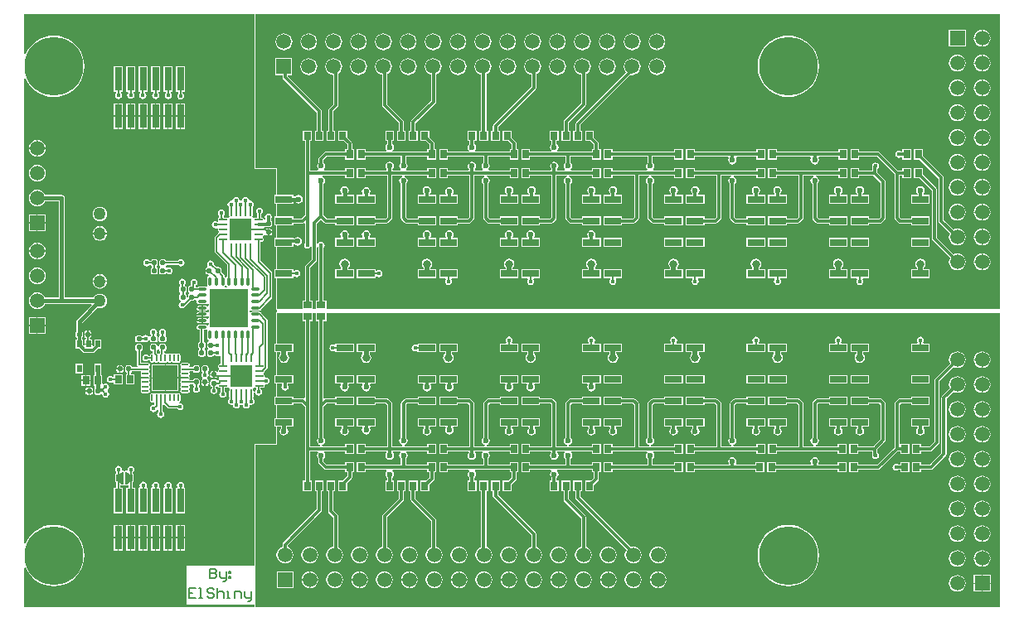
<source format=gtl>
G04*
G04 #@! TF.GenerationSoftware,Altium Limited,Altium Designer,20.0.9 (164)*
G04*
G04 Layer_Physical_Order=1*
G04 Layer_Color=255*
%FSLAX25Y25*%
%MOIN*%
G70*
G01*
G75*
%ADD11C,0.00787*%
%ADD15R,0.02756X0.03347*%
G04:AMPARAMS|DCode=16|XSize=20.47mil|YSize=22.05mil|CornerRadius=5.12mil|HoleSize=0mil|Usage=FLASHONLY|Rotation=0.000|XOffset=0mil|YOffset=0mil|HoleType=Round|Shape=RoundedRectangle|*
%AMROUNDEDRECTD16*
21,1,0.02047,0.01181,0,0,0.0*
21,1,0.01024,0.02205,0,0,0.0*
1,1,0.01024,0.00512,-0.00591*
1,1,0.01024,-0.00512,-0.00591*
1,1,0.01024,-0.00512,0.00591*
1,1,0.01024,0.00512,0.00591*
%
%ADD16ROUNDEDRECTD16*%
%ADD17R,0.02165X0.03150*%
%ADD18R,0.02835X0.03543*%
%ADD19R,0.06693X0.02756*%
%ADD20O,0.01181X0.03937*%
%ADD21O,0.03937X0.01181*%
%ADD22R,0.15472X0.15472*%
%ADD23O,0.00984X0.03347*%
%ADD24O,0.03347X0.00984*%
%ADD25R,0.09055X0.09055*%
G04:AMPARAMS|DCode=26|XSize=20.47mil|YSize=22.05mil|CornerRadius=5.12mil|HoleSize=0mil|Usage=FLASHONLY|Rotation=270.000|XOffset=0mil|YOffset=0mil|HoleType=Round|Shape=RoundedRectangle|*
%AMROUNDEDRECTD26*
21,1,0.02047,0.01181,0,0,270.0*
21,1,0.01024,0.02205,0,0,270.0*
1,1,0.01024,-0.00591,-0.00512*
1,1,0.01024,-0.00591,0.00512*
1,1,0.01024,0.00591,0.00512*
1,1,0.01024,0.00591,-0.00512*
%
%ADD26ROUNDEDRECTD26*%
%ADD27R,0.03347X0.02756*%
%ADD28R,0.09843X0.09843*%
%ADD29O,0.00787X0.02953*%
%ADD30O,0.02953X0.00787*%
%ADD31R,0.02992X0.09449*%
%ADD32R,0.02500X0.02500*%
%ADD61C,0.01500*%
%ADD62C,0.01181*%
%ADD63C,0.01575*%
%ADD64C,0.01968*%
%ADD65C,0.05906*%
%ADD66R,0.05906X0.05906*%
%ADD67R,0.05906X0.05906*%
%ADD68C,0.05000*%
%ADD69C,0.01772*%
%ADD70C,0.02362*%
%ADD71C,0.23622*%
%ADD72C,0.03150*%
%ADD73C,0.01968*%
%ADD74C,0.02598*%
G36*
X93268Y167717D02*
X93395Y167410D01*
X93701Y167284D01*
X101929D01*
Y156896D01*
X101372D01*
Y153340D01*
X101929D01*
Y148235D01*
X101372D01*
Y144679D01*
X101929D01*
Y139573D01*
X101372D01*
Y136017D01*
X101929D01*
Y126975D01*
X101372D01*
Y123419D01*
X101929D01*
Y111024D01*
X102056Y110717D01*
X102362Y110591D01*
Y109882D01*
X102056Y109755D01*
X101929Y109449D01*
Y97053D01*
X101372D01*
Y93498D01*
X101929D01*
Y84455D01*
X101372D01*
Y80899D01*
X101929D01*
Y75794D01*
X101372D01*
Y72238D01*
X101929D01*
Y67132D01*
X101372D01*
Y63576D01*
X101929D01*
Y56732D01*
X93701D01*
X93395Y56605D01*
X93268Y56299D01*
Y8130D01*
X93178Y7667D01*
X92768Y7667D01*
X65877D01*
Y-7880D01*
X92768D01*
X93178Y-7880D01*
X93268Y-8343D01*
Y-9040D01*
X803D01*
Y6811D01*
X1303Y6911D01*
X1595Y6205D01*
X2608Y4552D01*
X3866Y3079D01*
X5340Y1820D01*
X6992Y808D01*
X8782Y66D01*
X10667Y-386D01*
X12598Y-538D01*
X14530Y-386D01*
X16414Y66D01*
X18205Y808D01*
X19857Y1820D01*
X21331Y3079D01*
X22589Y4552D01*
X23602Y6205D01*
X24343Y7995D01*
X24795Y9879D01*
X24948Y11811D01*
X24795Y13743D01*
X24343Y15627D01*
X23602Y17417D01*
X22589Y19070D01*
X21331Y20543D01*
X19857Y21802D01*
X18205Y22814D01*
X16414Y23556D01*
X14530Y24008D01*
X12598Y24160D01*
X10667Y24008D01*
X8782Y23556D01*
X6992Y22814D01*
X5340Y21802D01*
X3866Y20543D01*
X2608Y19070D01*
X1595Y17417D01*
X1303Y16711D01*
X803Y16811D01*
Y203662D01*
X1303Y203761D01*
X1595Y203055D01*
X2608Y201403D01*
X3866Y199929D01*
X5340Y198671D01*
X6992Y197658D01*
X8782Y196917D01*
X10667Y196464D01*
X12598Y196312D01*
X14530Y196464D01*
X16414Y196917D01*
X18205Y197658D01*
X19857Y198671D01*
X21331Y199929D01*
X22589Y201403D01*
X23602Y203055D01*
X24343Y204845D01*
X24795Y206730D01*
X24948Y208661D01*
X24795Y210593D01*
X24343Y212477D01*
X23602Y214268D01*
X22589Y215920D01*
X21331Y217394D01*
X19857Y218652D01*
X18205Y219665D01*
X16414Y220406D01*
X14530Y220859D01*
X12598Y221010D01*
X10667Y220859D01*
X8782Y220406D01*
X6992Y219665D01*
X5340Y218652D01*
X3866Y217394D01*
X2608Y215920D01*
X1595Y214268D01*
X1303Y213562D01*
X803Y213661D01*
Y229512D01*
X93268D01*
Y167717D01*
D02*
G37*
G36*
X392898Y111024D02*
X122152D01*
Y114376D01*
X121089D01*
Y135631D01*
X121384Y136074D01*
X121492Y136614D01*
X121384Y137155D01*
X121078Y137613D01*
X120619Y137920D01*
X120079Y138027D01*
X119538Y137920D01*
X119080Y137613D01*
X118833Y137244D01*
X118405Y137299D01*
X118333Y137327D01*
Y145318D01*
X120079Y147064D01*
X121401Y145743D01*
X121728Y145524D01*
X122115Y145447D01*
X125781D01*
Y144679D01*
X133274D01*
Y148235D01*
X125781D01*
Y147467D01*
X122533D01*
X121089Y148911D01*
Y161251D01*
X121291Y161386D01*
X121662Y161943D01*
X121793Y162598D01*
X121662Y163254D01*
X121291Y163810D01*
X120735Y164182D01*
X120453Y164238D01*
X120502Y164738D01*
X129718D01*
Y163675D01*
X133274D01*
Y167821D01*
X129718D01*
Y166758D01*
X121392D01*
X121240Y167258D01*
X121291Y167292D01*
X121662Y167848D01*
X121793Y168504D01*
X121662Y169160D01*
X121291Y169716D01*
X121089Y169851D01*
Y170842D01*
X122466Y172218D01*
X129718D01*
Y171155D01*
X133274D01*
Y175302D01*
X132506D01*
Y177657D01*
X132429Y178044D01*
X132210Y178372D01*
X130518Y180064D01*
Y182782D01*
X126962D01*
Y178635D01*
X129090D01*
X130486Y177239D01*
Y175302D01*
X129718D01*
Y174238D01*
X122047D01*
X121661Y174161D01*
X121333Y173942D01*
X119365Y171974D01*
X119146Y171646D01*
X119069Y171260D01*
Y169851D01*
X118867Y169716D01*
X118495Y169160D01*
X118365Y168504D01*
X118495Y167848D01*
X118867Y167292D01*
X118918Y167258D01*
X118766Y166758D01*
X115577D01*
Y178635D01*
X116345D01*
Y182782D01*
X112789D01*
Y178635D01*
X113557D01*
Y165748D01*
Y160236D01*
X113557Y160236D01*
Y148844D01*
X112180Y147467D01*
X108865D01*
Y148235D01*
X102362D01*
Y153340D01*
X108865D01*
Y153946D01*
X109785D01*
X109812Y153906D01*
X110368Y153534D01*
X111024Y153404D01*
X111679Y153534D01*
X112236Y153906D01*
X112607Y154462D01*
X112738Y155118D01*
X112607Y155774D01*
X112236Y156330D01*
X111679Y156702D01*
X111024Y156832D01*
X110368Y156702D01*
X109812Y156330D01*
X109785Y156291D01*
X108865D01*
Y156896D01*
X102362D01*
Y167717D01*
X93701D01*
Y229512D01*
X392898D01*
Y111024D01*
D02*
G37*
G36*
X113557Y145305D02*
Y137597D01*
X113261Y137155D01*
X113154Y136614D01*
X113261Y136074D01*
X113568Y135615D01*
X114026Y135309D01*
X114567Y135201D01*
X115108Y135309D01*
X115566Y135615D01*
X115813Y135985D01*
X116240Y135930D01*
X116313Y135901D01*
Y131127D01*
X113853Y128667D01*
X113634Y128339D01*
X113557Y127953D01*
Y114376D01*
X112494D01*
Y111024D01*
X102362D01*
Y123419D01*
X108865D01*
Y123891D01*
X108938Y123951D01*
X109365Y124113D01*
X109695Y123891D01*
X110236Y123784D01*
X110777Y123891D01*
X111235Y124198D01*
X111542Y124656D01*
X111649Y125197D01*
X111542Y125738D01*
X111235Y126196D01*
X110777Y126502D01*
X110236Y126610D01*
X109695Y126502D01*
X109365Y126281D01*
X108938Y126442D01*
X108865Y126503D01*
Y126975D01*
X102362D01*
Y136017D01*
X108865D01*
Y136915D01*
X109365Y137057D01*
X109418Y136977D01*
X109974Y136605D01*
X110630Y136475D01*
X111286Y136605D01*
X111842Y136977D01*
X112214Y137533D01*
X112344Y138189D01*
X112214Y138845D01*
X111842Y139401D01*
X111286Y139772D01*
X110630Y139903D01*
X109974Y139772D01*
X109418Y139401D01*
X109365Y139321D01*
X108865Y139463D01*
Y139573D01*
X102362D01*
Y144679D01*
X108865D01*
Y145447D01*
X112598D01*
X112985Y145524D01*
X113057Y145572D01*
X113557Y145305D01*
D02*
G37*
G36*
X119069Y135587D02*
Y114376D01*
X118006D01*
Y111024D01*
X116640D01*
Y114376D01*
X115577D01*
Y127534D01*
X118037Y129994D01*
X118256Y130322D01*
X118333Y130709D01*
Y135657D01*
X118833Y135837D01*
X119069Y135587D01*
D02*
G37*
G36*
X112494Y106096D02*
X113557D01*
Y75168D01*
X113057Y74901D01*
X112985Y74949D01*
X112599Y75026D01*
X108865D01*
Y75794D01*
X102362D01*
Y80899D01*
X104252D01*
X104428Y80399D01*
X104206Y80068D01*
X104099Y79528D01*
X104206Y78987D01*
X104513Y78528D01*
X104971Y78222D01*
X105512Y78115D01*
X106052Y78222D01*
X106511Y78528D01*
X106817Y78987D01*
X106925Y79528D01*
X106817Y80068D01*
X106596Y80399D01*
X106771Y80899D01*
X108865D01*
Y84455D01*
X102362D01*
Y93498D01*
X103707D01*
Y92891D01*
X103622Y92834D01*
X103164Y92148D01*
X103003Y91339D01*
X103164Y90529D01*
X103622Y89843D01*
X104309Y89384D01*
X105118Y89223D01*
X105928Y89384D01*
X106614Y89843D01*
X107072Y90529D01*
X107234Y91339D01*
X107072Y92148D01*
X106614Y92834D01*
X106529Y92891D01*
Y93498D01*
X108865D01*
Y97053D01*
X102362D01*
Y109449D01*
X112494D01*
Y106096D01*
D02*
G37*
G36*
X392898Y-9040D02*
X93701D01*
Y56299D01*
X102362D01*
Y63576D01*
X103946D01*
Y63049D01*
X103906Y63023D01*
X103535Y62467D01*
X103404Y61811D01*
X103535Y61155D01*
X103906Y60599D01*
X104462Y60228D01*
X105118Y60097D01*
X105774Y60228D01*
X106330Y60599D01*
X106702Y61155D01*
X106832Y61811D01*
X106702Y62467D01*
X106330Y63023D01*
X106291Y63049D01*
Y63576D01*
X108865D01*
Y67132D01*
X102362D01*
Y72238D01*
X108865D01*
Y73006D01*
X112180D01*
X113557Y71629D01*
Y60236D01*
X113557Y60236D01*
Y54724D01*
Y41837D01*
X112789D01*
Y37691D01*
X116345D01*
Y41837D01*
X115577D01*
Y53715D01*
X118766D01*
X118918Y53215D01*
X118867Y53180D01*
X118495Y52624D01*
X118365Y51968D01*
X118495Y51313D01*
X118867Y50757D01*
X119069Y50621D01*
Y49213D01*
X119146Y48826D01*
X119365Y48498D01*
X121333Y46530D01*
X121661Y46311D01*
X122047Y46234D01*
X129718D01*
Y45171D01*
X130486D01*
Y43627D01*
X128696Y41837D01*
X126962D01*
Y37691D01*
X130518D01*
Y40802D01*
X132210Y42494D01*
X132429Y42822D01*
X132506Y43209D01*
Y45171D01*
X133274D01*
Y49317D01*
X129718D01*
Y48254D01*
X122466D01*
X121089Y49631D01*
Y50621D01*
X121291Y50757D01*
X121662Y51313D01*
X121793Y51968D01*
X121662Y52624D01*
X121291Y53180D01*
X121240Y53215D01*
X121392Y53715D01*
X129718D01*
Y52651D01*
X133274D01*
Y56798D01*
X129718D01*
Y55734D01*
X120502D01*
X120453Y56234D01*
X120735Y56291D01*
X121291Y56662D01*
X121662Y57218D01*
X121793Y57874D01*
X121662Y58530D01*
X121291Y59086D01*
X121089Y59221D01*
Y71561D01*
X122533Y73006D01*
X125781D01*
Y72238D01*
X133274D01*
Y75794D01*
X125781D01*
Y75026D01*
X122115D01*
X121728Y74949D01*
X121589Y74856D01*
X121089Y75094D01*
Y106096D01*
X122152D01*
Y109449D01*
X392898D01*
Y-9040D01*
D02*
G37*
G36*
X118006Y106096D02*
X119069D01*
Y71980D01*
Y59221D01*
X118867Y59086D01*
X118495Y58530D01*
X118365Y57874D01*
X118495Y57218D01*
X118867Y56662D01*
X119423Y56291D01*
X119705Y56234D01*
X119656Y55734D01*
X115577D01*
Y60236D01*
X115577Y60236D01*
Y72047D01*
Y106096D01*
X116640D01*
Y109449D01*
X118006D01*
Y106096D01*
D02*
G37*
%LPC*%
G36*
X45439Y208668D02*
X41647D01*
Y198419D01*
X42264D01*
X42385Y198241D01*
X42485Y197919D01*
X42238Y197549D01*
X42130Y197008D01*
X42238Y196467D01*
X42544Y196009D01*
X43003Y195703D01*
X43543Y195595D01*
X44084Y195703D01*
X44542Y196009D01*
X44849Y196467D01*
X44956Y197008D01*
X44849Y197549D01*
X44601Y197919D01*
X44702Y198241D01*
X44823Y198419D01*
X45439D01*
Y208668D01*
D02*
G37*
G36*
X60439D02*
X56647D01*
Y198419D01*
X57709D01*
X57766Y197919D01*
X57662Y197850D01*
X57356Y197391D01*
X57248Y196850D01*
X57356Y196310D01*
X57662Y195851D01*
X58121Y195545D01*
X58661Y195437D01*
X59202Y195545D01*
X59661Y195851D01*
X59967Y196310D01*
X60074Y196850D01*
X59967Y197391D01*
X59661Y197850D01*
X59557Y197919D01*
X59614Y198419D01*
X60439D01*
Y208668D01*
D02*
G37*
G36*
X55439D02*
X51647D01*
Y198419D01*
X52591D01*
X52648Y197919D01*
X52544Y197850D01*
X52238Y197391D01*
X52130Y196850D01*
X52238Y196310D01*
X52544Y195851D01*
X53003Y195545D01*
X53543Y195437D01*
X54084Y195545D01*
X54542Y195851D01*
X54849Y196310D01*
X54956Y196850D01*
X54849Y197391D01*
X54542Y197850D01*
X54439Y197919D01*
X54496Y198419D01*
X55439D01*
Y208668D01*
D02*
G37*
G36*
X50439D02*
X46647D01*
Y198419D01*
X47473D01*
X47530Y197919D01*
X47426Y197850D01*
X47120Y197391D01*
X47012Y196850D01*
X47120Y196310D01*
X47426Y195851D01*
X47885Y195545D01*
X48425Y195437D01*
X48966Y195545D01*
X49424Y195851D01*
X49731Y196310D01*
X49838Y196850D01*
X49731Y197391D01*
X49424Y197850D01*
X49321Y197919D01*
X49378Y198419D01*
X50439D01*
Y208668D01*
D02*
G37*
G36*
X40439Y208668D02*
X36647D01*
Y198419D01*
X37630D01*
X37687Y197919D01*
X37584Y197850D01*
X37277Y197391D01*
X37170Y196850D01*
X37277Y196310D01*
X37584Y195851D01*
X38042Y195545D01*
X38583Y195437D01*
X39123Y195545D01*
X39582Y195851D01*
X39888Y196310D01*
X39996Y196850D01*
X39888Y197391D01*
X39582Y197850D01*
X39478Y197919D01*
X39535Y198419D01*
X40439D01*
Y208668D01*
D02*
G37*
G36*
X65439D02*
X61647D01*
Y198419D01*
X62765D01*
Y197854D01*
X62575Y197728D01*
X62269Y197269D01*
X62161Y196728D01*
X62269Y196188D01*
X62575Y195729D01*
X63034Y195423D01*
X63574Y195315D01*
X64115Y195423D01*
X64573Y195729D01*
X64880Y196188D01*
X64987Y196728D01*
X64880Y197269D01*
X64573Y197728D01*
X64384Y197854D01*
Y198419D01*
X65439D01*
Y208668D01*
D02*
G37*
G36*
Y193668D02*
X63743D01*
Y188743D01*
X65439D01*
Y193668D01*
D02*
G37*
G36*
X40439D02*
X38743D01*
Y188743D01*
X40439D01*
Y193668D01*
D02*
G37*
G36*
X60439Y193668D02*
X58743D01*
Y188743D01*
X60439D01*
Y193668D01*
D02*
G37*
G36*
X55439D02*
X53743D01*
Y188743D01*
X55439D01*
Y193668D01*
D02*
G37*
G36*
X50439D02*
X48743D01*
Y188743D01*
X50439D01*
Y193668D01*
D02*
G37*
G36*
X45439D02*
X43743D01*
Y188743D01*
X45439D01*
Y193668D01*
D02*
G37*
G36*
X63343Y193668D02*
X61647D01*
Y188743D01*
X63343D01*
Y193668D01*
D02*
G37*
G36*
X58343Y193668D02*
X56647D01*
Y188743D01*
X58343D01*
Y193668D01*
D02*
G37*
G36*
X53343D02*
X51647D01*
Y188743D01*
X53343D01*
Y193668D01*
D02*
G37*
G36*
X48343D02*
X46647D01*
Y188743D01*
X48343D01*
Y193668D01*
D02*
G37*
G36*
X43343D02*
X41647D01*
Y188743D01*
X43343D01*
Y193668D01*
D02*
G37*
G36*
X38343Y193668D02*
X36647D01*
Y188743D01*
X38343D01*
Y193668D01*
D02*
G37*
G36*
X60439Y188343D02*
X58743D01*
Y183419D01*
X60439D01*
Y188343D01*
D02*
G37*
G36*
X58343D02*
X56647D01*
Y183419D01*
X58343D01*
Y188343D01*
D02*
G37*
G36*
X55439D02*
X53743D01*
Y183419D01*
X55439D01*
Y188343D01*
D02*
G37*
G36*
X53343D02*
X51647D01*
Y183419D01*
X53343D01*
Y188343D01*
D02*
G37*
G36*
X50439D02*
X48743D01*
Y183419D01*
X50439D01*
Y188343D01*
D02*
G37*
G36*
X48343D02*
X46647D01*
Y183419D01*
X48343D01*
Y188343D01*
D02*
G37*
G36*
X45439D02*
X43743D01*
Y183419D01*
X45439D01*
Y188343D01*
D02*
G37*
G36*
X43343D02*
X41647D01*
Y183419D01*
X43343D01*
Y188343D01*
D02*
G37*
G36*
X65439D02*
X63743D01*
Y183419D01*
X65439D01*
Y188343D01*
D02*
G37*
G36*
X63343D02*
X61647D01*
Y183419D01*
X63343D01*
Y188343D01*
D02*
G37*
G36*
X40439D02*
X38743D01*
Y183419D01*
X40439D01*
Y188343D01*
D02*
G37*
G36*
X38343D02*
X36647D01*
Y183419D01*
X38343D01*
Y188343D01*
D02*
G37*
G36*
X6106Y179025D02*
Y175869D01*
X9261D01*
X9172Y176545D01*
X8834Y177360D01*
X8297Y178060D01*
X7596Y178598D01*
X6781Y178936D01*
X6106Y179025D01*
D02*
G37*
G36*
X5706D02*
X5030Y178936D01*
X4215Y178598D01*
X3514Y178060D01*
X2977Y177360D01*
X2639Y176545D01*
X2550Y175869D01*
X5706D01*
Y179025D01*
D02*
G37*
G36*
Y175469D02*
X2550D01*
X2639Y174794D01*
X2977Y173978D01*
X3514Y173278D01*
X4215Y172741D01*
X5030Y172403D01*
X5706Y172314D01*
Y175469D01*
D02*
G37*
G36*
X9261D02*
X6106D01*
Y172314D01*
X6781Y172403D01*
X7596Y172741D01*
X8297Y173278D01*
X8834Y173978D01*
X9172Y174794D01*
X9261Y175469D01*
D02*
G37*
G36*
X5906Y169051D02*
X5030Y168936D01*
X4215Y168598D01*
X3514Y168061D01*
X2977Y167360D01*
X2639Y166544D01*
X2524Y165669D01*
X2639Y164794D01*
X2977Y163979D01*
X3514Y163278D01*
X4215Y162741D01*
X5030Y162403D01*
X5906Y162288D01*
X6781Y162403D01*
X7596Y162741D01*
X8297Y163278D01*
X8834Y163979D01*
X9172Y164794D01*
X9287Y165669D01*
X9172Y166544D01*
X8834Y167360D01*
X8297Y168061D01*
X7596Y168598D01*
X6781Y168936D01*
X5906Y169051D01*
D02*
G37*
G36*
X89764Y156137D02*
X89223Y156030D01*
X88765Y155724D01*
X88458Y155265D01*
X88351Y154724D01*
X87876Y154546D01*
X87795Y154563D01*
X87714Y154546D01*
X87240Y154724D01*
X87132Y155265D01*
X86826Y155724D01*
X86367Y156030D01*
X85827Y156137D01*
X85286Y156030D01*
X84828Y155724D01*
X84521Y155265D01*
X84414Y154724D01*
X83939Y154546D01*
X83858Y154563D01*
X83318Y154455D01*
X82859Y154149D01*
X82553Y153690D01*
X82445Y153150D01*
X82553Y152609D01*
X82859Y152150D01*
X82895Y152127D01*
X83018Y151628D01*
X82949Y151279D01*
Y148917D01*
X83018Y148569D01*
X83170Y148341D01*
X83094Y148066D01*
X82964Y147841D01*
X82868D01*
Y147745D01*
X82642Y147614D01*
X82368Y147538D01*
X82139Y147691D01*
X81791Y147760D01*
X81164D01*
X80865Y148072D01*
X80915Y148604D01*
X80920Y148607D01*
X81227Y149066D01*
X81334Y149606D01*
X81227Y150147D01*
X80920Y150605D01*
X80462Y150912D01*
X79921Y151019D01*
X79381Y150912D01*
X78922Y150605D01*
X78616Y150147D01*
X78508Y149606D01*
X78616Y149066D01*
X78922Y148607D01*
X79112Y148480D01*
Y147729D01*
X79112Y147729D01*
X79087Y147692D01*
X79081Y147691D01*
X78786Y147494D01*
X78589Y147198D01*
X78519Y146850D01*
X78589Y146502D01*
X78637Y146429D01*
X78277Y146069D01*
X78100Y146187D01*
X77559Y146295D01*
X77018Y146187D01*
X76560Y145881D01*
X76254Y145423D01*
X76146Y144882D01*
X76254Y144341D01*
X76560Y143883D01*
X77018Y143577D01*
X77559Y143469D01*
X78100Y143577D01*
X78277Y143695D01*
X78637Y143334D01*
X78589Y143262D01*
X78520Y142913D01*
X78589Y142565D01*
X78786Y142270D01*
X78870Y142214D01*
Y141644D01*
X78786Y141588D01*
X78589Y141293D01*
X78578Y141238D01*
X77571Y140231D01*
X77396Y139969D01*
X77334Y139659D01*
X77334Y139659D01*
Y134082D01*
X77334Y134082D01*
X77396Y133772D01*
X77571Y133510D01*
X82262Y128819D01*
Y124095D01*
X82138Y123910D01*
X82061Y123524D01*
Y120768D01*
X82138Y120381D01*
X82357Y120054D01*
X82357Y120054D01*
X82205Y119553D01*
X81378D01*
X81226Y120054D01*
X81226Y120054D01*
X81445Y120381D01*
X81522Y120768D01*
Y123524D01*
X81445Y123910D01*
X81246Y124208D01*
Y124367D01*
X81246Y124367D01*
X81184Y124676D01*
X81009Y124939D01*
X81009Y124939D01*
X79945Y126002D01*
Y126969D01*
X79875Y127324D01*
X79673Y127626D01*
X79372Y127827D01*
X79016Y127898D01*
X78128D01*
X76985Y129041D01*
X77004Y129134D01*
X76896Y129675D01*
X76590Y130133D01*
X76131Y130439D01*
X75590Y130547D01*
X75050Y130439D01*
X74591Y130133D01*
X74285Y129675D01*
X74178Y129134D01*
X74285Y128593D01*
X74423Y128387D01*
X74209Y127835D01*
X74172Y127827D01*
X73870Y127626D01*
X73669Y127324D01*
X73598Y126969D01*
Y126578D01*
X75039D01*
Y126178D01*
X73598D01*
Y125787D01*
X73669Y125432D01*
X73870Y125130D01*
X74172Y124928D01*
X74528Y124858D01*
X74707D01*
X74859Y124358D01*
X74680Y124238D01*
X74461Y123910D01*
X74384Y123524D01*
Y120768D01*
X74458Y120394D01*
X74420Y120341D01*
X74148Y120068D01*
X74094Y120030D01*
X73721Y120104D01*
X70965D01*
X70578Y120028D01*
X70250Y119809D01*
X69731Y119806D01*
X69672Y119883D01*
X69662Y119918D01*
X69799Y120523D01*
X69995Y120654D01*
X70302Y121113D01*
X70409Y121653D01*
X70302Y122194D01*
X69995Y122653D01*
X69537Y122959D01*
X68996Y123066D01*
X68455Y122959D01*
X67997Y122653D01*
X67691Y122194D01*
X67583Y121653D01*
X67691Y121113D01*
X67743Y121035D01*
X67720Y120921D01*
X67720Y120921D01*
Y120418D01*
X67461D01*
X67105Y120347D01*
X66803Y120146D01*
X66602Y119844D01*
X66531Y119488D01*
Y118307D01*
X66602Y117951D01*
X66803Y117650D01*
X66851Y117618D01*
Y117028D01*
X66803Y116996D01*
X66602Y116694D01*
X66531Y116339D01*
Y115798D01*
X66449Y115744D01*
X65949Y116011D01*
Y116339D01*
X65879Y116694D01*
X65677Y116996D01*
X65630Y117028D01*
Y117618D01*
X65677Y117650D01*
X65879Y117951D01*
X65949Y118307D01*
Y119488D01*
X65879Y119844D01*
X65677Y120146D01*
X65397Y120332D01*
X65371Y120432D01*
X65355Y120508D01*
X65310Y120870D01*
X65577Y121270D01*
X65685Y121811D01*
X65577Y122352D01*
X65271Y122810D01*
X64812Y123116D01*
X64272Y123224D01*
X63731Y123116D01*
X63273Y122810D01*
X62966Y122352D01*
X62859Y121811D01*
X62966Y121270D01*
X63273Y120812D01*
X63382Y120739D01*
Y120175D01*
X63339Y120146D01*
X63137Y119844D01*
X63066Y119488D01*
Y118307D01*
X63137Y117951D01*
X63339Y117650D01*
X63386Y117618D01*
Y117028D01*
X63339Y116996D01*
X63137Y116694D01*
X63066Y116339D01*
Y115157D01*
X63137Y114802D01*
X63339Y114500D01*
X63516Y114382D01*
X63550Y114244D01*
X63547Y113944D01*
X63516Y113826D01*
X63174Y113598D01*
X62868Y113139D01*
X62760Y112598D01*
X62868Y112058D01*
X63174Y111599D01*
X63633Y111293D01*
X64173Y111186D01*
X64714Y111293D01*
X65172Y111599D01*
X65479Y112058D01*
X65487Y112097D01*
X65662Y112215D01*
X67675Y114228D01*
X68484D01*
X68840Y114299D01*
X69142Y114500D01*
X69309Y114751D01*
X69579Y114764D01*
X69728Y114740D01*
X70017Y114290D01*
X69955Y113976D01*
X70031Y113590D01*
X70250Y113262D01*
X70578Y113043D01*
X70965Y112966D01*
X73721D01*
X74107Y113043D01*
X74435Y113262D01*
X74435Y113262D01*
X74935Y113111D01*
Y112283D01*
X74435Y112131D01*
X74435Y112132D01*
X74107Y112350D01*
X73721Y112427D01*
X72543D01*
Y111417D01*
Y110407D01*
X73721D01*
X74107Y110484D01*
X74435Y110703D01*
X74435Y110703D01*
X74935Y110552D01*
Y109724D01*
X74435Y109572D01*
X74435Y109572D01*
X74107Y109791D01*
X73721Y109868D01*
X72543D01*
Y108858D01*
Y107848D01*
X73721D01*
X74107Y107925D01*
X74435Y108144D01*
X74435Y108144D01*
X74935Y107992D01*
Y107165D01*
X74435Y107013D01*
X74435Y107013D01*
X74107Y107232D01*
X73721Y107309D01*
X72543D01*
Y106299D01*
Y105289D01*
X73721D01*
X74107Y105366D01*
X74435Y105585D01*
X74435Y105585D01*
X74935Y105433D01*
Y104606D01*
X74435Y104454D01*
X74435Y104454D01*
X74107Y104673D01*
X73721Y104750D01*
X70965D01*
X70578Y104673D01*
X70250Y104454D01*
X70031Y104127D01*
X69955Y103740D01*
X70031Y103354D01*
X70250Y103026D01*
X70578Y102807D01*
X70965Y102730D01*
X71336D01*
Y97918D01*
X71278Y97906D01*
X70977Y97705D01*
X70775Y97403D01*
X70704Y97047D01*
Y95866D01*
X70775Y95510D01*
X70977Y95209D01*
X71024Y95177D01*
Y94587D01*
X70977Y94555D01*
X70775Y94253D01*
X70704Y93898D01*
Y92716D01*
X70775Y92361D01*
X70977Y92059D01*
X71278Y91858D01*
X71634Y91787D01*
X72658D01*
X73013Y91858D01*
X73315Y92059D01*
X73516Y92361D01*
X73587Y92716D01*
Y93898D01*
X73516Y94253D01*
X73315Y94555D01*
X73267Y94587D01*
Y95177D01*
X73315Y95209D01*
X73516Y95510D01*
X73587Y95866D01*
Y97047D01*
X73516Y97403D01*
X73315Y97705D01*
X73013Y97906D01*
X72955Y97918D01*
Y102730D01*
X73721D01*
X74094Y102805D01*
X74148Y102766D01*
X74420Y102494D01*
X74458Y102440D01*
X74384Y102067D01*
Y99311D01*
X74461Y98924D01*
X74680Y98597D01*
X74903Y98448D01*
X74881Y98017D01*
X74850Y97927D01*
X74743Y97906D01*
X74441Y97705D01*
X74239Y97403D01*
X74169Y97047D01*
Y96657D01*
X75610D01*
Y96257D01*
X74169D01*
Y95866D01*
X74239Y95510D01*
X74441Y95209D01*
X74489Y95177D01*
Y94587D01*
X74441Y94555D01*
X74239Y94253D01*
X74169Y93898D01*
Y92716D01*
X74239Y92361D01*
X74441Y92059D01*
X74743Y91858D01*
X75098Y91787D01*
X76122D01*
X76478Y91858D01*
X76779Y92059D01*
X76899Y92239D01*
X77424Y92310D01*
X77446Y92308D01*
X77904Y92002D01*
X78445Y91894D01*
X78986Y92002D01*
X79203Y92147D01*
X79703Y91879D01*
Y88902D01*
X79626D01*
X79278Y88832D01*
X78983Y88635D01*
X78786Y88340D01*
X78716Y87992D01*
X78786Y87644D01*
X78983Y87349D01*
X79067Y87293D01*
Y86723D01*
X78983Y86667D01*
X78786Y86372D01*
X78716Y86024D01*
X78737Y85919D01*
X78744Y85886D01*
X78273Y85691D01*
X78258Y85714D01*
X78216Y85776D01*
X77915Y85977D01*
X77559Y86048D01*
X77169D01*
Y84606D01*
Y83165D01*
X77559D01*
X77915Y83236D01*
X78216Y83437D01*
X78313Y83582D01*
X78417Y83609D01*
X78829Y83596D01*
X78869Y83582D01*
X78983Y83412D01*
X79067Y83356D01*
Y82786D01*
X78983Y82730D01*
X78786Y82435D01*
X78321Y82287D01*
X78216Y82311D01*
X77915Y82512D01*
X77559Y82583D01*
X76378D01*
X76022Y82512D01*
X75721Y82311D01*
X75519Y82009D01*
X75448Y81653D01*
Y80630D01*
X75519Y80274D01*
X75721Y79972D01*
X76022Y79771D01*
X76152Y79745D01*
X76153Y79272D01*
X75969Y79149D01*
X75663Y78690D01*
X75555Y78150D01*
X75663Y77609D01*
X75969Y77150D01*
X76428Y76844D01*
X76968Y76737D01*
X77509Y76844D01*
X77968Y77150D01*
X78274Y77609D01*
X78382Y78150D01*
X78274Y78690D01*
X77968Y79149D01*
X77784Y79272D01*
X77785Y79745D01*
X77915Y79771D01*
X78216Y79972D01*
X78231Y79995D01*
X78762Y79889D01*
X78786Y79770D01*
X78983Y79475D01*
X79278Y79278D01*
X79626Y79208D01*
X79703D01*
Y77701D01*
X79513Y77574D01*
X79206Y77115D01*
X79099Y76575D01*
X79206Y76034D01*
X79513Y75576D01*
X79971Y75269D01*
X80512Y75162D01*
X81053Y75269D01*
X81511Y75576D01*
X81817Y76034D01*
X81925Y76575D01*
X81817Y77115D01*
X81511Y77574D01*
X81321Y77701D01*
Y79208D01*
X81988D01*
X82336Y79278D01*
X82565Y79430D01*
X82839Y79354D01*
X83065Y79223D01*
Y79128D01*
X83160D01*
X83291Y78902D01*
X83367Y78628D01*
X83215Y78399D01*
X83145Y78051D01*
Y75689D01*
X83215Y75341D01*
X83092Y74842D01*
X83056Y74818D01*
X82750Y74360D01*
X82642Y73819D01*
X82750Y73278D01*
X83056Y72820D01*
X83514Y72514D01*
X84055Y72406D01*
X84136Y72422D01*
X84611Y72244D01*
X84718Y71703D01*
X85024Y71245D01*
X85483Y70939D01*
X86024Y70831D01*
X86564Y70939D01*
X87023Y71245D01*
X87329Y71703D01*
X87437Y72244D01*
X87911Y72422D01*
X87992Y72406D01*
X88073Y72422D01*
X88548Y72244D01*
X88655Y71703D01*
X88961Y71245D01*
X89420Y70939D01*
X89961Y70831D01*
X90501Y70939D01*
X90960Y71245D01*
X91266Y71703D01*
X91374Y72244D01*
X91848Y72422D01*
X91929Y72406D01*
X92470Y72514D01*
X92928Y72820D01*
X93235Y73278D01*
X93342Y73819D01*
X93235Y74360D01*
X92928Y74818D01*
X92893Y74842D01*
X92769Y75341D01*
X92839Y75689D01*
Y78051D01*
X92769Y78399D01*
X92617Y78628D01*
X92693Y78902D01*
X92824Y79128D01*
X92920D01*
Y79223D01*
X93145Y79354D01*
X93420Y79430D01*
X93648Y79278D01*
X93996Y79208D01*
X94073D01*
Y78685D01*
X93883Y78558D01*
X93577Y78100D01*
X93469Y77559D01*
X93577Y77018D01*
X93883Y76560D01*
X94341Y76254D01*
X94882Y76146D01*
X95423Y76254D01*
X95881Y76560D01*
X96187Y77018D01*
X96295Y77559D01*
X96187Y78100D01*
X95881Y78558D01*
X95691Y78685D01*
Y79208D01*
X96358D01*
X96706Y79278D01*
X97001Y79475D01*
X97199Y79770D01*
X97268Y80118D01*
X97239Y80263D01*
X97568Y80666D01*
X97624Y80696D01*
X97859Y80649D01*
X98400Y80757D01*
X98858Y81063D01*
X99165Y81521D01*
X99272Y82062D01*
X99165Y82603D01*
X98858Y83061D01*
X98400Y83367D01*
X97859Y83475D01*
X97612Y83426D01*
X97489Y83509D01*
X97229Y83859D01*
X97268Y84055D01*
X97199Y84403D01*
X97001Y84698D01*
X96918Y84754D01*
Y85324D01*
X97001Y85380D01*
X97199Y85676D01*
X97210Y85730D01*
X98321Y86842D01*
X98497Y87104D01*
X98558Y87414D01*
X98558Y87414D01*
Y106287D01*
X98497Y106596D01*
X98321Y106859D01*
X98321Y106859D01*
X96154Y109026D01*
X96110Y109245D01*
X95891Y109572D01*
X95564Y109791D01*
X95177Y109868D01*
X92421D01*
X92035Y109791D01*
X91707Y109572D01*
X91707Y109572D01*
X91207Y109724D01*
Y110552D01*
X91707Y110703D01*
X91707Y110703D01*
X92035Y110484D01*
X92421Y110407D01*
X95177D01*
X95564Y110484D01*
X95891Y110703D01*
X96110Y111031D01*
X96154Y111249D01*
X100191Y115287D01*
X100191Y115287D01*
X100366Y115549D01*
X100428Y115859D01*
X100428Y115859D01*
Y125493D01*
X100428Y125493D01*
X100366Y125803D01*
X100191Y126065D01*
X95790Y130467D01*
Y138067D01*
X96162D01*
X96509Y138136D01*
X96805Y138333D01*
X97002Y138628D01*
X97071Y138976D01*
X97002Y139324D01*
X96805Y139620D01*
X96721Y139676D01*
Y140246D01*
X96805Y140302D01*
X97002Y140597D01*
X97026Y140716D01*
X97556Y140821D01*
X97571Y140799D01*
X97873Y140598D01*
X98228Y140527D01*
X98619D01*
Y141969D01*
Y143410D01*
X98228D01*
X97873Y143339D01*
X97670Y143204D01*
X97181Y143294D01*
X97117Y143319D01*
X97011Y143501D01*
X97269Y143970D01*
X98287D01*
X98394Y143992D01*
X99410D01*
X99765Y144062D01*
X100067Y144264D01*
X100268Y144565D01*
X100339Y144921D01*
Y145945D01*
X100268Y146301D01*
X100067Y146602D01*
X100030Y146627D01*
X99937Y147211D01*
X100124Y147491D01*
X100232Y148031D01*
X100124Y148572D01*
X99818Y149031D01*
X99360Y149337D01*
X98819Y149444D01*
X98278Y149337D01*
X97820Y149031D01*
X97514Y148572D01*
X97406Y148031D01*
X97514Y147491D01*
X97543Y147446D01*
X97442Y146988D01*
X97003Y147191D01*
X97002Y147198D01*
X96805Y147494D01*
X96509Y147691D01*
X96162Y147760D01*
X96085D01*
Y149268D01*
X96275Y149395D01*
X96581Y149853D01*
X96689Y150394D01*
X96581Y150934D01*
X96275Y151393D01*
X95816Y151699D01*
X95276Y151807D01*
X94735Y151699D01*
X94276Y151393D01*
X93970Y150934D01*
X93863Y150394D01*
X93970Y149853D01*
X94276Y149395D01*
X94466Y149268D01*
Y147760D01*
X93799D01*
X93451Y147691D01*
X93223Y147538D01*
X92948Y147614D01*
X92723Y147745D01*
Y147841D01*
X92627D01*
X92496Y148066D01*
X92420Y148341D01*
X92573Y148569D01*
X92642Y148917D01*
Y151279D01*
X92573Y151628D01*
X92696Y152127D01*
X92731Y152150D01*
X93038Y152609D01*
X93145Y153150D01*
X93038Y153690D01*
X92731Y154149D01*
X92273Y154455D01*
X91732Y154563D01*
X91651Y154546D01*
X91177Y154724D01*
X91069Y155265D01*
X90763Y155724D01*
X90304Y156030D01*
X89764Y156137D01*
D02*
G37*
G36*
X31102Y152138D02*
X30345Y152038D01*
X29640Y151746D01*
X29034Y151281D01*
X28569Y150675D01*
X28277Y149970D01*
X28177Y149213D01*
X28277Y148456D01*
X28569Y147750D01*
X29034Y147144D01*
X29640Y146679D01*
X30345Y146387D01*
X31102Y146288D01*
X31859Y146387D01*
X32565Y146679D01*
X33171Y147144D01*
X33636Y147750D01*
X33928Y148456D01*
X34027Y149213D01*
X33928Y149970D01*
X33636Y150675D01*
X33171Y151281D01*
X32565Y151746D01*
X31859Y152038D01*
X31102Y152138D01*
D02*
G37*
G36*
X9258Y149022D02*
X6106D01*
Y145869D01*
X9258D01*
Y149022D01*
D02*
G37*
G36*
X5706D02*
X2553D01*
Y145869D01*
X5706D01*
Y149022D01*
D02*
G37*
G36*
X9258Y145469D02*
X6106D01*
Y142317D01*
X9258D01*
Y145469D01*
D02*
G37*
G36*
X5706D02*
X2553D01*
Y142317D01*
X5706D01*
Y145469D01*
D02*
G37*
G36*
X99410Y143410D02*
X99019D01*
Y142168D01*
X100339D01*
Y142480D01*
X100268Y142836D01*
X100067Y143138D01*
X99765Y143339D01*
X99410Y143410D01*
D02*
G37*
G36*
X31302Y144237D02*
Y141539D01*
X34001D01*
X33928Y142096D01*
X33636Y142801D01*
X33171Y143407D01*
X32565Y143872D01*
X31859Y144164D01*
X31302Y144237D01*
D02*
G37*
G36*
X30902D02*
X30345Y144164D01*
X29640Y143872D01*
X29034Y143407D01*
X28569Y142801D01*
X28277Y142096D01*
X28204Y141539D01*
X30902D01*
Y144237D01*
D02*
G37*
G36*
X100339Y141769D02*
X99019D01*
Y140527D01*
X99410D01*
X99765Y140598D01*
X100067Y140799D01*
X100268Y141101D01*
X100339Y141457D01*
Y141769D01*
D02*
G37*
G36*
X34001Y141139D02*
X31302D01*
Y138440D01*
X31859Y138513D01*
X32565Y138805D01*
X33171Y139270D01*
X33636Y139876D01*
X33928Y140582D01*
X34001Y141139D01*
D02*
G37*
G36*
X30902D02*
X28204D01*
X28277Y140582D01*
X28569Y139876D01*
X29034Y139270D01*
X29640Y138805D01*
X30345Y138513D01*
X30902Y138440D01*
Y141139D01*
D02*
G37*
G36*
X6106Y137686D02*
Y134531D01*
X9261D01*
X9172Y135206D01*
X8834Y136022D01*
X8297Y136722D01*
X7596Y137259D01*
X6781Y137597D01*
X6106Y137686D01*
D02*
G37*
G36*
X5706D02*
X5030Y137597D01*
X4215Y137259D01*
X3514Y136722D01*
X2977Y136022D01*
X2639Y135206D01*
X2550Y134531D01*
X5706D01*
Y137686D01*
D02*
G37*
G36*
X9261Y134131D02*
X6106D01*
Y130975D01*
X6781Y131064D01*
X7596Y131402D01*
X8297Y131939D01*
X8834Y132640D01*
X9172Y133456D01*
X9261Y134131D01*
D02*
G37*
G36*
X5706D02*
X2550D01*
X2639Y133456D01*
X2977Y132640D01*
X3514Y131939D01*
X4215Y131402D01*
X5030Y131064D01*
X5706Y130975D01*
Y134131D01*
D02*
G37*
G36*
X53504Y131048D02*
X52480D01*
X52125Y130977D01*
X51823Y130775D01*
X51621Y130474D01*
X51596Y130344D01*
X51122Y130343D01*
X50999Y130527D01*
X50541Y130833D01*
X50000Y130940D01*
X49459Y130833D01*
X49001Y130527D01*
X48695Y130068D01*
X48587Y129528D01*
X48695Y128987D01*
X49001Y128528D01*
X49459Y128222D01*
X50000Y128115D01*
X50541Y128222D01*
X50999Y128528D01*
X51122Y128712D01*
X51596Y128711D01*
X51621Y128581D01*
X51823Y128280D01*
X51871Y128248D01*
Y127658D01*
X51823Y127626D01*
X51621Y127324D01*
X51551Y126969D01*
Y125787D01*
X51621Y125432D01*
X51823Y125130D01*
X52125Y124928D01*
X52480Y124858D01*
X53504D01*
X53860Y124928D01*
X54161Y125130D01*
X54363Y125432D01*
X54434Y125787D01*
Y126969D01*
X54363Y127324D01*
X54161Y127626D01*
X54114Y127658D01*
Y128248D01*
X54161Y128280D01*
X54363Y128581D01*
X54434Y128937D01*
Y130118D01*
X54363Y130474D01*
X54161Y130775D01*
X53860Y130977D01*
X53504Y131048D01*
D02*
G37*
G36*
X56968D02*
X55945D01*
X55589Y130977D01*
X55287Y130775D01*
X55086Y130474D01*
X55015Y130118D01*
Y128937D01*
X55086Y128581D01*
X55287Y128280D01*
X55335Y128248D01*
X55335Y127658D01*
X55287Y127626D01*
X55086Y127324D01*
X55015Y126969D01*
Y125787D01*
X55086Y125432D01*
X55287Y125130D01*
X55589Y124928D01*
X55945Y124858D01*
X56968D01*
X57324Y124928D01*
X57626Y125130D01*
X57688Y125166D01*
X58261Y125242D01*
X58514Y125073D01*
X59055Y124965D01*
X59596Y125073D01*
X60054Y125379D01*
X60360Y125837D01*
X60468Y126378D01*
X60360Y126919D01*
X60054Y127377D01*
X59596Y127683D01*
X59055Y127791D01*
X58514Y127683D01*
X58261Y127514D01*
X57688Y127590D01*
X57626Y127626D01*
X57578Y127658D01*
X57578Y128248D01*
X57626Y128280D01*
X57827Y128581D01*
X57855Y128718D01*
X62653D01*
X62780Y128528D01*
X63239Y128222D01*
X63779Y128115D01*
X64320Y128222D01*
X64779Y128528D01*
X65085Y128987D01*
X65193Y129528D01*
X65085Y130068D01*
X64779Y130527D01*
X64320Y130833D01*
X63779Y130940D01*
X63239Y130833D01*
X62780Y130527D01*
X62653Y130337D01*
X57855D01*
X57827Y130474D01*
X57626Y130775D01*
X57324Y130977D01*
X56968Y131048D01*
D02*
G37*
G36*
X31302Y124946D02*
Y122247D01*
X34001D01*
X33928Y122804D01*
X33636Y123510D01*
X33171Y124116D01*
X32565Y124580D01*
X31859Y124873D01*
X31302Y124946D01*
D02*
G37*
G36*
X30902D02*
X30345Y124873D01*
X29640Y124580D01*
X29034Y124116D01*
X28569Y123510D01*
X28277Y122804D01*
X28204Y122247D01*
X30902D01*
Y124946D01*
D02*
G37*
G36*
X5906Y127712D02*
X5030Y127597D01*
X4215Y127259D01*
X3514Y126722D01*
X2977Y126022D01*
X2639Y125206D01*
X2524Y124331D01*
X2639Y123456D01*
X2977Y122640D01*
X3514Y121940D01*
X4215Y121402D01*
X5030Y121064D01*
X5906Y120949D01*
X6781Y121064D01*
X7596Y121402D01*
X8297Y121940D01*
X8834Y122640D01*
X9172Y123456D01*
X9287Y124331D01*
X9172Y125206D01*
X8834Y126022D01*
X8297Y126722D01*
X7596Y127259D01*
X6781Y127597D01*
X5906Y127712D01*
D02*
G37*
G36*
X34001Y121847D02*
X31302D01*
Y119149D01*
X31859Y119222D01*
X32565Y119514D01*
X33171Y119979D01*
X33636Y120585D01*
X33928Y121290D01*
X34001Y121847D01*
D02*
G37*
G36*
X30902D02*
X28204D01*
X28277Y121290D01*
X28569Y120585D01*
X29034Y119979D01*
X29640Y119514D01*
X30345Y119222D01*
X30902Y119149D01*
Y121847D01*
D02*
G37*
G36*
X5906Y159051D02*
X5030Y158936D01*
X4215Y158598D01*
X3514Y158061D01*
X2977Y157360D01*
X2639Y156544D01*
X2524Y155669D01*
X2639Y154794D01*
X2977Y153979D01*
X3514Y153278D01*
X4215Y152741D01*
X5030Y152403D01*
X5906Y152288D01*
X6781Y152403D01*
X7596Y152741D01*
X8297Y153278D01*
X8834Y153979D01*
X9033Y154459D01*
X14537D01*
Y115541D01*
X9033D01*
X8834Y116022D01*
X8297Y116722D01*
X7596Y117259D01*
X6781Y117597D01*
X5906Y117712D01*
X5030Y117597D01*
X4215Y117259D01*
X3514Y116722D01*
X2977Y116022D01*
X2639Y115206D01*
X2524Y114331D01*
X2639Y113455D01*
X2977Y112640D01*
X3514Y111940D01*
X4215Y111402D01*
X5030Y111064D01*
X5906Y110949D01*
X6781Y111064D01*
X7596Y111402D01*
X8297Y111940D01*
X8834Y112640D01*
X9033Y113120D01*
X27684D01*
X27875Y112658D01*
X21979Y106762D01*
X21716Y106369D01*
X21624Y105905D01*
X21624Y105905D01*
Y101973D01*
X21464Y101734D01*
X21393Y101378D01*
Y100197D01*
X21464Y99841D01*
X21666Y99540D01*
X21825Y99433D01*
Y98825D01*
X21352D01*
Y94876D01*
X23063D01*
X24368Y93571D01*
X24695Y93352D01*
X25082Y93275D01*
X28242D01*
X28628Y93352D01*
X28956Y93571D01*
X30261Y94876D01*
X31798D01*
Y98825D01*
X28832D01*
Y96331D01*
X28511Y96069D01*
X28058Y96265D01*
Y96650D01*
X25092D01*
Y96439D01*
X24639Y96243D01*
X24317Y96505D01*
Y98825D01*
X23845D01*
Y99433D01*
X24004Y99540D01*
X24205Y99841D01*
X24276Y100197D01*
Y101378D01*
X24205Y101734D01*
X24045Y101973D01*
Y105404D01*
X30094Y111452D01*
X30345Y111348D01*
X31102Y111248D01*
X31859Y111348D01*
X32565Y111640D01*
X33171Y112105D01*
X33636Y112711D01*
X33928Y113416D01*
X34027Y114173D01*
X33928Y114930D01*
X33636Y115636D01*
X33171Y116242D01*
X32565Y116706D01*
X31859Y116999D01*
X31102Y117098D01*
X30345Y116999D01*
X29640Y116706D01*
X29034Y116242D01*
X28569Y115636D01*
X28530Y115541D01*
X16959D01*
Y155669D01*
X16867Y156133D01*
X16604Y156525D01*
X16211Y156788D01*
X15748Y156880D01*
X9033D01*
X8834Y157360D01*
X8297Y158061D01*
X7596Y158598D01*
X6781Y158936D01*
X5906Y159051D01*
D02*
G37*
G36*
X72142Y112427D02*
X70965D01*
X70578Y112350D01*
X70250Y112132D01*
X70031Y111804D01*
X69994Y111617D01*
X72142D01*
Y112427D01*
D02*
G37*
G36*
Y111217D02*
X69994D01*
X70031Y111031D01*
X70250Y110703D01*
X70578Y110484D01*
X70965Y110407D01*
X72142D01*
Y111217D01*
D02*
G37*
G36*
X72143Y109868D02*
X70965D01*
X70578Y109791D01*
X70250Y109572D01*
X70031Y109245D01*
X69994Y109058D01*
X72143D01*
Y109868D01*
D02*
G37*
G36*
Y108658D02*
X69994D01*
X70031Y108472D01*
X70250Y108144D01*
X70578Y107925D01*
X70965Y107848D01*
X72143D01*
Y108658D01*
D02*
G37*
G36*
X72142Y107309D02*
X70965D01*
X70578Y107232D01*
X70250Y107013D01*
X70031Y106686D01*
X69994Y106499D01*
X72142D01*
Y107309D01*
D02*
G37*
G36*
Y106099D02*
X69994D01*
X70031Y105913D01*
X70250Y105585D01*
X70578Y105366D01*
X70965Y105289D01*
X72142D01*
Y106099D01*
D02*
G37*
G36*
X9258Y107684D02*
X6106D01*
Y104531D01*
X9258D01*
Y107684D01*
D02*
G37*
G36*
X5706D02*
X2553D01*
Y104531D01*
X5706D01*
Y107684D01*
D02*
G37*
G36*
X26811Y102308D02*
X26499D01*
Y100987D01*
X27741D01*
Y101378D01*
X27670Y101734D01*
X27468Y102035D01*
X27167Y102237D01*
X26811Y102308D01*
D02*
G37*
G36*
X26099D02*
X25787D01*
X25432Y102237D01*
X25130Y102035D01*
X24928Y101734D01*
X24858Y101378D01*
Y100987D01*
X26099D01*
Y102308D01*
D02*
G37*
G36*
X9258Y104131D02*
X6106D01*
Y100978D01*
X9258D01*
Y104131D01*
D02*
G37*
G36*
X5706D02*
X2553D01*
Y100978D01*
X5706D01*
Y104131D01*
D02*
G37*
G36*
X52756Y102988D02*
X52215Y102880D01*
X51757Y102574D01*
X51451Y102115D01*
X51343Y101575D01*
X51451Y101034D01*
X51620Y100780D01*
X51544Y100208D01*
X51508Y100146D01*
X51338Y99892D01*
X51074Y99843D01*
X50796Y99842D01*
X50605Y100128D01*
X50147Y100435D01*
X49606Y100542D01*
X49066Y100435D01*
X48663Y100165D01*
X48481Y100133D01*
X48098Y100146D01*
X47797Y100347D01*
X47441Y100418D01*
X46260D01*
X45904Y100347D01*
X45603Y100146D01*
X45401Y99844D01*
X45330Y99488D01*
Y98465D01*
X45401Y98109D01*
X45603Y97807D01*
X45904Y97606D01*
X46260Y97535D01*
X47441D01*
X47797Y97606D01*
X48098Y97807D01*
X48160Y97899D01*
X48248Y97945D01*
X48714Y98024D01*
X48789Y98009D01*
X49066Y97824D01*
X49606Y97716D01*
X50147Y97824D01*
X50605Y98130D01*
X50749Y98346D01*
X51280Y98240D01*
X51306Y98109D01*
X51508Y97807D01*
X51810Y97606D01*
X52165Y97535D01*
X53347D01*
X53702Y97606D01*
X54004Y97807D01*
X54205Y98109D01*
X54276Y98465D01*
Y99488D01*
X54205Y99844D01*
X54004Y100146D01*
X53968Y100208D01*
X53892Y100780D01*
X54061Y101034D01*
X54169Y101575D01*
X54061Y102115D01*
X53755Y102574D01*
X53297Y102880D01*
X52756Y102988D01*
D02*
G37*
G36*
X56337Y102951D02*
X55796Y102844D01*
X55338Y102537D01*
X55031Y102079D01*
X54924Y101538D01*
X55031Y100997D01*
X55174Y100783D01*
X55175Y100782D01*
X55076Y100180D01*
X55051Y100146D01*
X54850Y99844D01*
X54779Y99488D01*
Y98465D01*
X54850Y98109D01*
X55051Y97807D01*
X55353Y97606D01*
X55709Y97535D01*
X56890D01*
X57245Y97606D01*
X57547Y97807D01*
X57749Y98109D01*
X57819Y98465D01*
Y99488D01*
X57749Y99844D01*
X57547Y100146D01*
X57490Y100769D01*
X57642Y100997D01*
X57749Y101538D01*
X57642Y102079D01*
X57336Y102537D01*
X56877Y102844D01*
X56337Y102951D01*
D02*
G37*
G36*
X27741Y100587D02*
X24858D01*
Y100197D01*
X24928Y99841D01*
X25130Y99540D01*
X25432Y99338D01*
X25496Y99325D01*
X25447Y98825D01*
X25092D01*
Y97050D01*
X28058D01*
Y98825D01*
X27152D01*
X27103Y99325D01*
X27167Y99338D01*
X27468Y99540D01*
X27670Y99841D01*
X27741Y100197D01*
Y100587D01*
D02*
G37*
G36*
X56890Y96953D02*
X55709D01*
X55353Y96882D01*
X55051Y96681D01*
X54850Y96379D01*
X54779Y96024D01*
Y95000D01*
X54850Y94644D01*
X55051Y94343D01*
X55332Y94155D01*
Y93190D01*
X55038Y92895D01*
X55013Y92857D01*
X54436D01*
X54411Y92895D01*
X54411Y92895D01*
X53959Y93347D01*
Y94313D01*
X54004Y94343D01*
X54205Y94644D01*
X54276Y95000D01*
Y96024D01*
X54205Y96379D01*
X54004Y96681D01*
X53702Y96882D01*
X53347Y96953D01*
X52165D01*
X51810Y96882D01*
X51508Y96681D01*
X51306Y96379D01*
X51236Y96024D01*
Y95000D01*
X51306Y94644D01*
X51508Y94343D01*
X51810Y94141D01*
X52165Y94070D01*
X52340D01*
Y93357D01*
X52067Y93132D01*
X51757Y93071D01*
X51495Y92895D01*
X51319Y92633D01*
X51258Y92323D01*
Y92099D01*
X50765D01*
X50605Y92338D01*
X50147Y92644D01*
X49606Y92752D01*
X49066Y92644D01*
X48607Y92338D01*
X48301Y91879D01*
X48193Y91339D01*
X48301Y90798D01*
X48607Y90339D01*
X49066Y90033D01*
X49606Y89926D01*
X50147Y90033D01*
X50605Y90339D01*
X50699Y90480D01*
X51258D01*
Y90158D01*
X51319Y89848D01*
X51495Y89585D01*
X51757Y89410D01*
X52067Y89348D01*
X52377Y89410D01*
X52639Y89585D01*
X52665Y89623D01*
X53241D01*
X53266Y89585D01*
X53529Y89410D01*
X53839Y89348D01*
X54148Y89410D01*
X54411Y89585D01*
X54436Y89623D01*
X55013D01*
X55038Y89585D01*
X55300Y89410D01*
X55610Y89348D01*
X55920Y89410D01*
X56182Y89585D01*
X56208Y89623D01*
X56784Y89623D01*
X56810Y89585D01*
X57072Y89410D01*
X57382Y89348D01*
X57692Y89410D01*
X57954Y89585D01*
X57980Y89623D01*
X58556D01*
X58581Y89585D01*
X58844Y89410D01*
X59153Y89348D01*
X59463Y89410D01*
X59726Y89585D01*
X59751Y89623D01*
X60328D01*
X60353Y89585D01*
X60615Y89410D01*
X60925Y89348D01*
X61235Y89410D01*
X61497Y89585D01*
X61523Y89623D01*
X62099D01*
X62125Y89585D01*
X62387Y89410D01*
X62697Y89348D01*
X63007Y89410D01*
X63269Y89585D01*
X63445Y89848D01*
X63506Y90158D01*
Y92323D01*
X63445Y92633D01*
X63269Y92895D01*
X63007Y93071D01*
X62697Y93132D01*
X62387Y93071D01*
X62125Y92895D01*
X62099Y92857D01*
X61523D01*
X61497Y92895D01*
X61235Y93071D01*
X60925Y93132D01*
X60615Y93071D01*
X60353Y92895D01*
X60328Y92857D01*
X59751D01*
X59726Y92895D01*
X59463Y93071D01*
X59153Y93132D01*
X58844Y93071D01*
X58581Y92895D01*
X58556Y92857D01*
X57980D01*
X57954Y92895D01*
X57692Y93071D01*
X57382Y93132D01*
X56951Y93545D01*
Y94082D01*
X57245Y94141D01*
X57547Y94343D01*
X57749Y94644D01*
X57819Y95000D01*
Y96024D01*
X57749Y96379D01*
X57547Y96681D01*
X57245Y96882D01*
X56890Y96953D01*
D02*
G37*
G36*
X47441D02*
X46260D01*
X45904Y96882D01*
X45603Y96681D01*
X45401Y96379D01*
X45330Y96024D01*
Y95000D01*
X45401Y94644D01*
X45603Y94343D01*
X45904Y94141D01*
X46041Y94114D01*
Y88583D01*
X46103Y88273D01*
X46205Y88120D01*
X46071Y87736D01*
X45983Y87620D01*
X44079D01*
X44048Y87779D01*
X43846Y88080D01*
X43545Y88282D01*
X43189Y88353D01*
X42165D01*
X41810Y88282D01*
X41508Y88080D01*
X41306Y87779D01*
X41236Y87423D01*
Y86242D01*
X41306Y85886D01*
X41508Y85584D01*
X41810Y85383D01*
X41868Y85371D01*
Y84750D01*
X41529D01*
Y80604D01*
X45085D01*
Y84750D01*
X43486D01*
Y85371D01*
X43545Y85383D01*
X43846Y85584D01*
X44048Y85886D01*
X44071Y86002D01*
X47460D01*
X47548Y85886D01*
X47681Y85502D01*
X47579Y85349D01*
X47517Y85039D01*
X47579Y84730D01*
X47754Y84467D01*
X47793Y84442D01*
Y83865D01*
X47754Y83840D01*
X47579Y83577D01*
X47557Y83468D01*
X49409D01*
X51262D01*
X51240Y83577D01*
X51064Y83840D01*
X51026Y83865D01*
Y84442D01*
X51064Y84467D01*
X51240Y84730D01*
X51301Y85039D01*
X51240Y85349D01*
X51064Y85612D01*
X51026Y85637D01*
Y86213D01*
X51064Y86239D01*
X51240Y86501D01*
X51301Y86811D01*
X51240Y87121D01*
X51064Y87383D01*
X51026Y87409D01*
Y87985D01*
X51064Y88011D01*
X51240Y88273D01*
X51301Y88583D01*
X51240Y88892D01*
X51064Y89155D01*
X50802Y89330D01*
X50492Y89392D01*
X47660D01*
Y94114D01*
X47797Y94141D01*
X48098Y94343D01*
X48300Y94644D01*
X48371Y95000D01*
Y96024D01*
X48300Y96379D01*
X48098Y96681D01*
X47797Y96882D01*
X47441Y96953D01*
D02*
G37*
G36*
X39724Y88353D02*
X39413D01*
Y87033D01*
X40654D01*
Y87423D01*
X40583Y87779D01*
X40382Y88080D01*
X40080Y88282D01*
X39724Y88353D01*
D02*
G37*
G36*
X39013D02*
X38701D01*
X38345Y88282D01*
X38043Y88080D01*
X37842Y87779D01*
X37771Y87423D01*
Y87033D01*
X39013D01*
Y88353D01*
D02*
G37*
G36*
X66437Y89392D02*
X64272D01*
X63962Y89330D01*
X63699Y89155D01*
X63524Y88892D01*
X63462Y88583D01*
X63524Y88273D01*
X63699Y88011D01*
X63737Y87985D01*
Y87409D01*
X63699Y87383D01*
X63524Y87121D01*
X63462Y86811D01*
X63524Y86501D01*
X63699Y86239D01*
X63737Y86213D01*
Y85637D01*
X63699Y85612D01*
X63524Y85349D01*
X63462Y85039D01*
X63524Y84730D01*
X63699Y84467D01*
X63737Y84442D01*
X63737Y83865D01*
X63699Y83840D01*
X63524Y83577D01*
X63502Y83468D01*
X65354D01*
X67207D01*
X67185Y83577D01*
X67009Y83840D01*
X66971Y83865D01*
X66971Y84442D01*
X67009Y84467D01*
X67185Y84730D01*
X67246Y85039D01*
X67185Y85349D01*
X67083Y85502D01*
X67216Y85886D01*
X67304Y86002D01*
X68569D01*
X68592Y85886D01*
X68793Y85584D01*
X69095Y85383D01*
X69451Y85312D01*
X70474D01*
X70830Y85383D01*
X71132Y85584D01*
X71333Y85886D01*
X71404Y86242D01*
Y87423D01*
X71333Y87779D01*
X71132Y88080D01*
X70830Y88282D01*
X70474Y88353D01*
X69451D01*
X69095Y88282D01*
X68793Y88080D01*
X68592Y87779D01*
X68560Y87620D01*
X67304D01*
X67216Y87736D01*
X67083Y88120D01*
X67185Y88273D01*
X67246Y88583D01*
X67185Y88892D01*
X67009Y89155D01*
X66747Y89330D01*
X66437Y89392D01*
D02*
G37*
G36*
X40654Y86633D02*
X39413D01*
Y85312D01*
X39724D01*
X40080Y85383D01*
X40382Y85584D01*
X40583Y85886D01*
X40654Y86242D01*
Y86633D01*
D02*
G37*
G36*
X39013D02*
X37771D01*
Y86242D01*
X37842Y85886D01*
X38043Y85584D01*
X38345Y85383D01*
X38701Y85312D01*
X39013D01*
Y86633D01*
D02*
G37*
G36*
X24317Y88983D02*
X21352D01*
Y85033D01*
X24317D01*
Y88983D01*
D02*
G37*
G36*
X76768Y86048D02*
X76378D01*
X76022Y85977D01*
X75721Y85776D01*
X75519Y85474D01*
X75448Y85118D01*
Y84806D01*
X76768D01*
Y86048D01*
D02*
G37*
G36*
X40361Y84750D02*
X36805D01*
Y83983D01*
X36731Y83922D01*
X36305Y83762D01*
X35974Y83983D01*
X35433Y84090D01*
X34892Y83983D01*
X34434Y83676D01*
X34128Y83218D01*
X34020Y82677D01*
X34128Y82136D01*
X34434Y81678D01*
X34892Y81372D01*
X35433Y81264D01*
X35974Y81372D01*
X36305Y81593D01*
X36731Y81432D01*
X36805Y81371D01*
Y80604D01*
X40361D01*
Y84750D01*
D02*
G37*
G36*
X62703Y88589D02*
X57582D01*
Y83468D01*
X62703D01*
Y88589D01*
D02*
G37*
G36*
X57182D02*
X52061D01*
Y83468D01*
X57182D01*
Y88589D01*
D02*
G37*
G36*
X76768Y84406D02*
X75448D01*
Y84095D01*
X75519Y83739D01*
X75721Y83437D01*
X76022Y83236D01*
X76378Y83165D01*
X76768D01*
Y84406D01*
D02*
G37*
G36*
X27408Y84455D02*
X25791D01*
Y82484D01*
X27408D01*
Y84455D01*
D02*
G37*
G36*
X25391D02*
X23773D01*
Y82484D01*
X25391D01*
Y84455D01*
D02*
G37*
G36*
X73939Y88353D02*
X72915D01*
X72559Y88282D01*
X72258Y88080D01*
X72056Y87779D01*
X71986Y87423D01*
Y86242D01*
X72056Y85886D01*
X72258Y85584D01*
X72162Y85048D01*
X72122Y84988D01*
X72014Y84447D01*
X72122Y83906D01*
X72428Y83448D01*
X72440Y83440D01*
X72465Y83283D01*
X72399Y82866D01*
X72217Y82744D01*
X72015Y82442D01*
X71944Y82087D01*
Y81696D01*
X74827D01*
Y82087D01*
X74756Y82442D01*
X74555Y82744D01*
X74414Y82838D01*
X74357Y83334D01*
X74380Y83417D01*
X74426Y83448D01*
X74732Y83906D01*
X74840Y84447D01*
X74732Y84988D01*
X74692Y85048D01*
X74596Y85584D01*
X74798Y85886D01*
X74869Y86242D01*
Y87423D01*
X74798Y87779D01*
X74596Y88080D01*
X74295Y88282D01*
X73939Y88353D01*
D02*
G37*
G36*
X27408Y82083D02*
X25791D01*
Y80112D01*
X27408D01*
Y82083D01*
D02*
G37*
G36*
X25391D02*
X23773D01*
Y80112D01*
X25391D01*
Y82083D01*
D02*
G37*
G36*
X74827Y81296D02*
X73586D01*
Y79976D01*
X73898D01*
X74253Y80047D01*
X74555Y80248D01*
X74756Y80550D01*
X74827Y80905D01*
Y81296D01*
D02*
G37*
G36*
X73186D02*
X71944D01*
Y80905D01*
X72015Y80550D01*
X72217Y80248D01*
X72518Y80047D01*
X72874Y79976D01*
X73186D01*
Y81296D01*
D02*
G37*
G36*
X27362Y79473D02*
X27050D01*
Y78153D01*
X28292D01*
Y78543D01*
X28221Y78899D01*
X28020Y79201D01*
X27718Y79402D01*
X27362Y79473D01*
D02*
G37*
G36*
X26650D02*
X26339D01*
X25983Y79402D01*
X25681Y79201D01*
X25480Y78899D01*
X25409Y78543D01*
Y78153D01*
X26650D01*
Y79473D01*
D02*
G37*
G36*
X62703Y83068D02*
X57582D01*
Y77947D01*
X62703D01*
Y83068D01*
D02*
G37*
G36*
X57182D02*
X52061D01*
Y77947D01*
X57182D01*
Y83068D01*
D02*
G37*
G36*
X67207Y83068D02*
X65354D01*
X63502D01*
X63524Y82958D01*
X63699Y82696D01*
X63737Y82670D01*
Y82094D01*
X63699Y82068D01*
X63524Y81806D01*
X63462Y81496D01*
X63524Y81186D01*
X63699Y80924D01*
X63737Y80898D01*
Y80322D01*
X63699Y80297D01*
X63524Y80034D01*
X63462Y79724D01*
X63524Y79415D01*
X63699Y79152D01*
X63737Y79127D01*
Y78550D01*
X63699Y78525D01*
X63524Y78263D01*
X63462Y77953D01*
X63524Y77643D01*
X63699Y77381D01*
X63962Y77205D01*
X64272Y77144D01*
X66437D01*
X66747Y77205D01*
X67009Y77381D01*
X67185Y77643D01*
X67246Y77953D01*
X67185Y78263D01*
X67009Y78525D01*
X66971Y78550D01*
Y79127D01*
X67009Y79152D01*
X67185Y79415D01*
X67246Y79724D01*
X67185Y80034D01*
X67083Y80187D01*
X67216Y80571D01*
X67304Y80687D01*
X68523D01*
X68550Y80550D01*
X68752Y80248D01*
X68914Y80140D01*
X68942Y79652D01*
X68922Y79582D01*
X68616Y79123D01*
X68508Y78583D01*
X68616Y78042D01*
X68922Y77584D01*
X69380Y77277D01*
X69921Y77170D01*
X70462Y77277D01*
X70920Y77584D01*
X71227Y78042D01*
X71334Y78583D01*
X71227Y79123D01*
X70920Y79582D01*
X70900Y79652D01*
X70929Y80140D01*
X71090Y80248D01*
X71292Y80550D01*
X71363Y80905D01*
Y82087D01*
X71292Y82442D01*
X71090Y82744D01*
X70789Y82946D01*
X70433Y83016D01*
X69410D01*
X69054Y82946D01*
X68752Y82744D01*
X68550Y82442D01*
X68523Y82305D01*
X67304D01*
X67216Y82421D01*
X67083Y82805D01*
X67185Y82958D01*
X67207Y83068D01*
D02*
G37*
G36*
X51262Y83068D02*
X49409D01*
X47557D01*
X47579Y82958D01*
X47754Y82696D01*
X47793Y82670D01*
Y82094D01*
X47754Y82068D01*
X47579Y81806D01*
X47517Y81496D01*
X47579Y81186D01*
X47754Y80924D01*
X47793Y80898D01*
Y80322D01*
X47754Y80297D01*
X47579Y80034D01*
X47517Y79724D01*
X47579Y79415D01*
X47754Y79152D01*
X47793Y79127D01*
Y78550D01*
X47754Y78525D01*
X47579Y78263D01*
X47517Y77953D01*
X47579Y77643D01*
X47754Y77381D01*
X48017Y77205D01*
X48327Y77144D01*
X50492D01*
X50802Y77205D01*
X51064Y77381D01*
X51240Y77643D01*
X51301Y77953D01*
X51240Y78263D01*
X51064Y78525D01*
X51026Y78550D01*
Y79127D01*
X51064Y79152D01*
X51240Y79415D01*
X51301Y79724D01*
X51240Y80034D01*
X51064Y80297D01*
X51026Y80322D01*
Y80898D01*
X51064Y80924D01*
X51240Y81186D01*
X51301Y81496D01*
X51240Y81806D01*
X51064Y82068D01*
X51026Y82094D01*
Y82670D01*
X51064Y82696D01*
X51240Y82958D01*
X51262Y83068D01*
D02*
G37*
G36*
X62697Y77187D02*
X62387Y77126D01*
X62125Y76950D01*
X62099Y76912D01*
X61523D01*
X61497Y76950D01*
X61235Y77126D01*
X60925Y77187D01*
X60615Y77126D01*
X60353Y76950D01*
X60328Y76912D01*
X59751D01*
X59726Y76950D01*
X59463Y77126D01*
X59153Y77187D01*
X58844Y77126D01*
X58581Y76950D01*
X58556Y76912D01*
X57980D01*
X57954Y76950D01*
X57692Y77126D01*
X57382Y77187D01*
X57072Y77126D01*
X56810Y76950D01*
X56784Y76912D01*
X56208D01*
X56182Y76950D01*
X55920Y77126D01*
X55610Y77187D01*
X55300Y77126D01*
X55038Y76950D01*
X55013Y76912D01*
X54436D01*
X54411Y76950D01*
X54148Y77126D01*
X53839Y77187D01*
X53529Y77126D01*
X53266Y76950D01*
X53241Y76912D01*
X52665D01*
X52639Y76950D01*
X52377Y77126D01*
X52067Y77187D01*
X51757Y77126D01*
X51495Y76950D01*
X51319Y76688D01*
X51258Y76378D01*
Y74213D01*
X51319Y73903D01*
X51495Y73640D01*
X51757Y73465D01*
X52067Y73403D01*
X52377Y73465D01*
X52529Y73567D01*
X52913Y73433D01*
X53029Y73346D01*
Y72734D01*
X52756Y72279D01*
X52215Y72172D01*
X51757Y71865D01*
X51451Y71407D01*
X51343Y70866D01*
X51451Y70325D01*
X51757Y69867D01*
X52215Y69561D01*
X52756Y69453D01*
X53297Y69561D01*
X53755Y69867D01*
X54061Y70325D01*
X54154Y70789D01*
X54268Y70932D01*
X54301Y70955D01*
X54801Y70688D01*
Y69696D01*
X54513Y69503D01*
X54206Y69045D01*
X54099Y68504D01*
X54206Y67963D01*
X54513Y67505D01*
X54971Y67198D01*
X55512Y67091D01*
X56053Y67198D01*
X56511Y67505D01*
X56817Y67963D01*
X56925Y68504D01*
X56817Y69045D01*
X56511Y69503D01*
X56419Y69564D01*
Y72460D01*
X56486Y72510D01*
X56919Y72645D01*
X58483Y71081D01*
X58483Y71081D01*
X58745Y70906D01*
X59055Y70844D01*
X62260D01*
X62387Y70654D01*
X62845Y70348D01*
X63386Y70241D01*
X63927Y70348D01*
X64385Y70654D01*
X64691Y71113D01*
X64799Y71653D01*
X64691Y72194D01*
X64385Y72653D01*
X63927Y72959D01*
X63386Y73067D01*
X63181Y73026D01*
X63007Y73465D01*
X63269Y73640D01*
X63445Y73903D01*
X63506Y74213D01*
Y76378D01*
X63445Y76688D01*
X63269Y76950D01*
X63007Y77126D01*
X62697Y77187D01*
D02*
G37*
G36*
X28292Y77753D02*
X27050D01*
Y76433D01*
X27362D01*
X27718Y76503D01*
X28020Y76705D01*
X28221Y77006D01*
X28292Y77362D01*
Y77753D01*
D02*
G37*
G36*
X26650D02*
X25409D01*
Y77362D01*
X25480Y77006D01*
X25681Y76705D01*
X25983Y76503D01*
X26339Y76433D01*
X26650D01*
Y77753D01*
D02*
G37*
G36*
X31798Y88983D02*
X28832D01*
Y85033D01*
X29104D01*
Y84455D01*
X28498D01*
Y80112D01*
X29104D01*
Y79139D01*
X28944Y78899D01*
X28874Y78543D01*
Y77362D01*
X28944Y77006D01*
X29146Y76705D01*
X29447Y76503D01*
X29803Y76433D01*
X30827D01*
X31183Y76503D01*
X31484Y76705D01*
X31569Y76831D01*
X31781Y76805D01*
X32070Y76681D01*
X32159Y76231D01*
X32465Y75773D01*
X32924Y75466D01*
X33465Y75359D01*
X34005Y75466D01*
X34464Y75773D01*
X34770Y76231D01*
X34877Y76772D01*
X34770Y77312D01*
X34464Y77771D01*
X34347Y77849D01*
Y78450D01*
X34464Y78528D01*
X34770Y78987D01*
X34877Y79528D01*
X34770Y80068D01*
X34464Y80527D01*
X34005Y80833D01*
X33465Y80941D01*
X32924Y80833D01*
X32632Y80638D01*
X32133Y80860D01*
X32132Y80860D01*
Y84455D01*
X31526D01*
Y85033D01*
X31798D01*
Y88983D01*
D02*
G37*
G36*
X63543Y41413D02*
X63003Y41305D01*
X62544Y40999D01*
X62238Y40541D01*
X62130Y40000D01*
X62225Y39522D01*
X62160Y39313D01*
X62004Y39022D01*
X61647D01*
Y28773D01*
X65439D01*
Y39022D01*
X65082D01*
X64927Y39313D01*
X64861Y39522D01*
X64956Y40000D01*
X64849Y40541D01*
X64542Y40999D01*
X64084Y41305D01*
X63543Y41413D01*
D02*
G37*
G36*
X58543Y41452D02*
X58003Y41345D01*
X57544Y41039D01*
X57238Y40580D01*
X57130Y40039D01*
X57233Y39522D01*
X57235Y39494D01*
X56955Y39022D01*
X56647D01*
Y28773D01*
X60439D01*
Y39022D01*
X60132D01*
X59851Y39494D01*
X59853Y39522D01*
X59956Y40039D01*
X59849Y40580D01*
X59542Y41039D01*
X59084Y41345D01*
X58543Y41452D01*
D02*
G37*
G36*
X53543Y41493D02*
X53003Y41385D01*
X52544Y41079D01*
X52238Y40620D01*
X52130Y40080D01*
X52238Y39539D01*
X52249Y39522D01*
X51982Y39022D01*
X51647D01*
Y28773D01*
X55439D01*
Y39022D01*
X55105D01*
X54837Y39522D01*
X54849Y39539D01*
X54956Y40080D01*
X54849Y40620D01*
X54542Y41079D01*
X54084Y41385D01*
X53543Y41493D01*
D02*
G37*
G36*
X48543Y41509D02*
X48003Y41401D01*
X47544Y41095D01*
X47238Y40637D01*
X47130Y40096D01*
X47238Y39555D01*
X47260Y39522D01*
X46993Y39022D01*
X46647D01*
Y28773D01*
X50439D01*
Y39022D01*
X50094D01*
X49826Y39522D01*
X49849Y39555D01*
X49956Y40096D01*
X49849Y40637D01*
X49542Y41095D01*
X49084Y41401D01*
X48543Y41509D01*
D02*
G37*
G36*
X38583Y47870D02*
X38042Y47762D01*
X37584Y47456D01*
X37277Y46997D01*
X37170Y46457D01*
X37277Y45916D01*
X37584Y45458D01*
X37773Y45331D01*
Y44563D01*
X37295D01*
Y41263D01*
X37734D01*
Y39022D01*
X36647D01*
Y28773D01*
X40439D01*
Y39022D01*
X39353D01*
Y39844D01*
X39768Y40122D01*
X40031Y40013D01*
X40117D01*
X40197Y39980D01*
X40694D01*
X40945Y40084D01*
X41196Y39980D01*
X41693D01*
X41773Y40013D01*
X41859D01*
X42318Y40204D01*
X42734Y39926D01*
Y39022D01*
X41647D01*
Y28773D01*
X45439D01*
Y39022D01*
X44353D01*
Y41263D01*
X44595D01*
Y44563D01*
X44410D01*
Y45252D01*
X44600Y45379D01*
X44907Y45837D01*
X45014Y46378D01*
X44907Y46919D01*
X44600Y47377D01*
X44142Y47684D01*
X43601Y47791D01*
X43060Y47684D01*
X42602Y47377D01*
X42296Y46919D01*
X42188Y46378D01*
X42223Y46204D01*
X41944Y45904D01*
X41791Y45813D01*
X41773D01*
X41693Y45846D01*
X41196D01*
X40945Y45742D01*
X40694Y45846D01*
X40384D01*
X40017Y46187D01*
X39963Y46291D01*
X39996Y46457D01*
X39888Y46997D01*
X39582Y47456D01*
X39123Y47762D01*
X38583Y47870D01*
D02*
G37*
G36*
X60439Y24022D02*
X58743D01*
Y19098D01*
X60439D01*
Y24022D01*
D02*
G37*
G36*
X58343D02*
X56647D01*
Y19098D01*
X58343D01*
Y24022D01*
D02*
G37*
G36*
X50439D02*
X48743D01*
Y19098D01*
X50439D01*
Y24022D01*
D02*
G37*
G36*
X48343D02*
X46647D01*
Y19098D01*
X48343D01*
Y24022D01*
D02*
G37*
G36*
X55439D02*
X53743D01*
Y19098D01*
X55439D01*
Y24022D01*
D02*
G37*
G36*
X45439Y24022D02*
X43743D01*
Y19098D01*
X45439D01*
Y24022D01*
D02*
G37*
G36*
X43343D02*
X41647D01*
Y19098D01*
X43343D01*
Y24022D01*
D02*
G37*
G36*
X53343Y24022D02*
X51647D01*
Y19098D01*
X53343D01*
Y24022D01*
D02*
G37*
G36*
X65439Y24022D02*
X63743D01*
Y19098D01*
X65439D01*
Y24022D01*
D02*
G37*
G36*
X40439D02*
X38743D01*
Y19098D01*
X40439D01*
Y24022D01*
D02*
G37*
G36*
X63343D02*
X61647D01*
Y19098D01*
X63343D01*
Y24022D01*
D02*
G37*
G36*
X38343D02*
X36647D01*
Y19098D01*
X38343D01*
Y24022D01*
D02*
G37*
G36*
X60439Y18698D02*
X58743D01*
Y13773D01*
X60439D01*
Y18698D01*
D02*
G37*
G36*
X58343D02*
X56647D01*
Y13773D01*
X58343D01*
Y18698D01*
D02*
G37*
G36*
X55439Y18698D02*
X53743D01*
Y13773D01*
X55439D01*
Y18698D01*
D02*
G37*
G36*
X53343D02*
X51647D01*
Y13773D01*
X53343D01*
Y18698D01*
D02*
G37*
G36*
X50439Y18698D02*
X48743D01*
Y13773D01*
X50439D01*
Y18698D01*
D02*
G37*
G36*
X48343D02*
X46647D01*
Y13773D01*
X48343D01*
Y18698D01*
D02*
G37*
G36*
X65439Y18698D02*
X63743D01*
Y13773D01*
X65439D01*
Y18698D01*
D02*
G37*
G36*
X63343D02*
X61647D01*
Y13773D01*
X63343D01*
Y18698D01*
D02*
G37*
G36*
X45439Y18698D02*
X43743D01*
Y13773D01*
X45439D01*
Y18698D01*
D02*
G37*
G36*
X43343D02*
X41647D01*
Y13773D01*
X43343D01*
Y18698D01*
D02*
G37*
G36*
X40439Y18698D02*
X38743D01*
Y13773D01*
X40439D01*
Y18698D01*
D02*
G37*
G36*
X38343D02*
X36647D01*
Y13773D01*
X38343D01*
Y18698D01*
D02*
G37*
%LPD*%
G36*
X42612Y45033D02*
X43315Y44330D01*
X43696Y43411D01*
Y42913D01*
Y42416D01*
X43315Y41497D01*
X42612Y40794D01*
X41693Y40413D01*
X41196D01*
Y45413D01*
X41693D01*
X42612Y45033D01*
D02*
G37*
G36*
X40694Y40413D02*
X40197D01*
X39278Y40794D01*
X38574Y41497D01*
X38194Y42416D01*
Y42913D01*
Y43411D01*
X38574Y44330D01*
X39278Y45033D01*
X40197Y45413D01*
X40694D01*
Y40413D01*
D02*
G37*
%LPC*%
G36*
X386027Y223277D02*
Y220121D01*
X389182D01*
X389093Y220796D01*
X388755Y221612D01*
X388218Y222312D01*
X387518Y222850D01*
X386702Y223188D01*
X386027Y223277D01*
D02*
G37*
G36*
X385627D02*
X384951Y223188D01*
X384136Y222850D01*
X383436Y222312D01*
X382898Y221612D01*
X382560Y220796D01*
X382471Y220121D01*
X385627D01*
Y223277D01*
D02*
G37*
G36*
X255318Y221859D02*
Y218704D01*
X258473D01*
X258384Y219379D01*
X258047Y220195D01*
X257509Y220895D01*
X256809Y221433D01*
X255993Y221770D01*
X255318Y221859D01*
D02*
G37*
G36*
X254918D02*
X254243Y221770D01*
X253427Y221433D01*
X252727Y220895D01*
X252189Y220195D01*
X251852Y219379D01*
X251763Y218704D01*
X254918D01*
Y221859D01*
D02*
G37*
G36*
X235318D02*
Y218704D01*
X238474D01*
X238385Y219379D01*
X238047Y220195D01*
X237509Y220895D01*
X236809Y221433D01*
X235993Y221770D01*
X235318Y221859D01*
D02*
G37*
G36*
X234918D02*
X234243Y221770D01*
X233427Y221433D01*
X232727Y220895D01*
X232189Y220195D01*
X231852Y219379D01*
X231763Y218704D01*
X234918D01*
Y221859D01*
D02*
G37*
G36*
X195318D02*
Y218704D01*
X198474D01*
X198385Y219379D01*
X198047Y220195D01*
X197509Y220895D01*
X196809Y221433D01*
X195993Y221770D01*
X195318Y221859D01*
D02*
G37*
G36*
X194918D02*
X194243Y221770D01*
X193427Y221433D01*
X192727Y220895D01*
X192190Y220195D01*
X191852Y219379D01*
X191763Y218704D01*
X194918D01*
Y221859D01*
D02*
G37*
G36*
X175318D02*
Y218704D01*
X178473D01*
X178385Y219379D01*
X178047Y220195D01*
X177509Y220895D01*
X176809Y221433D01*
X175993Y221770D01*
X175318Y221859D01*
D02*
G37*
G36*
X174918D02*
X174243Y221770D01*
X173427Y221433D01*
X172727Y220895D01*
X172189Y220195D01*
X171852Y219379D01*
X171763Y218704D01*
X174918D01*
Y221859D01*
D02*
G37*
G36*
X155318D02*
Y218704D01*
X158474D01*
X158385Y219379D01*
X158047Y220195D01*
X157509Y220895D01*
X156809Y221433D01*
X155993Y221770D01*
X155318Y221859D01*
D02*
G37*
G36*
X154918D02*
X154243Y221770D01*
X153427Y221433D01*
X152727Y220895D01*
X152190Y220195D01*
X151852Y219379D01*
X151763Y218704D01*
X154918D01*
Y221859D01*
D02*
G37*
G36*
X135318D02*
Y218704D01*
X138473D01*
X138385Y219379D01*
X138047Y220195D01*
X137509Y220895D01*
X136809Y221433D01*
X135993Y221770D01*
X135318Y221859D01*
D02*
G37*
G36*
X134918D02*
X134243Y221770D01*
X133427Y221433D01*
X132727Y220895D01*
X132190Y220195D01*
X131852Y219379D01*
X131763Y218704D01*
X134918D01*
Y221859D01*
D02*
G37*
G36*
X115318D02*
Y218704D01*
X118473D01*
X118385Y219379D01*
X118047Y220195D01*
X117509Y220895D01*
X116809Y221433D01*
X115993Y221770D01*
X115318Y221859D01*
D02*
G37*
G36*
X114918D02*
X114243Y221770D01*
X113427Y221433D01*
X112727Y220895D01*
X112189Y220195D01*
X111852Y219379D01*
X111763Y218704D01*
X114918D01*
Y221859D01*
D02*
G37*
G36*
X215318Y221859D02*
Y218704D01*
X218474D01*
X218385Y219379D01*
X218047Y220195D01*
X217509Y220895D01*
X216809Y221432D01*
X215993Y221770D01*
X215318Y221859D01*
D02*
G37*
G36*
X214918D02*
X214243Y221770D01*
X213427Y221432D01*
X212727Y220895D01*
X212190Y220195D01*
X211852Y219379D01*
X211763Y218704D01*
X214918D01*
Y221859D01*
D02*
G37*
G36*
X379180Y223274D02*
X372474D01*
Y216568D01*
X379180D01*
Y223274D01*
D02*
G37*
G36*
X389182Y219721D02*
X386027D01*
Y216566D01*
X386702Y216655D01*
X387518Y216993D01*
X388218Y217530D01*
X388755Y218230D01*
X389093Y219046D01*
X389182Y219721D01*
D02*
G37*
G36*
X385627D02*
X382471D01*
X382560Y219046D01*
X382898Y218230D01*
X383436Y217530D01*
X384136Y216993D01*
X384951Y216655D01*
X385627Y216566D01*
Y219721D01*
D02*
G37*
G36*
X258473Y218304D02*
X255318D01*
Y215149D01*
X255993Y215237D01*
X256809Y215575D01*
X257509Y216113D01*
X258047Y216813D01*
X258384Y217629D01*
X258473Y218304D01*
D02*
G37*
G36*
X254918D02*
X251763D01*
X251852Y217629D01*
X252189Y216813D01*
X252727Y216113D01*
X253427Y215575D01*
X254243Y215237D01*
X254918Y215149D01*
Y218304D01*
D02*
G37*
G36*
X238474D02*
X235318D01*
Y215149D01*
X235993Y215237D01*
X236809Y215575D01*
X237509Y216113D01*
X238047Y216813D01*
X238385Y217629D01*
X238474Y218304D01*
D02*
G37*
G36*
X234918D02*
X231763D01*
X231852Y217629D01*
X232189Y216813D01*
X232727Y216113D01*
X233427Y215575D01*
X234243Y215237D01*
X234918Y215149D01*
Y218304D01*
D02*
G37*
G36*
X198474D02*
X195318D01*
Y215149D01*
X195993Y215237D01*
X196809Y215575D01*
X197509Y216113D01*
X198047Y216813D01*
X198385Y217629D01*
X198474Y218304D01*
D02*
G37*
G36*
X194918D02*
X191763D01*
X191852Y217629D01*
X192190Y216813D01*
X192727Y216113D01*
X193427Y215575D01*
X194243Y215237D01*
X194918Y215149D01*
Y218304D01*
D02*
G37*
G36*
X178473D02*
X175318D01*
Y215149D01*
X175993Y215237D01*
X176809Y215575D01*
X177509Y216113D01*
X178047Y216813D01*
X178385Y217629D01*
X178473Y218304D01*
D02*
G37*
G36*
X174918D02*
X171763D01*
X171852Y217629D01*
X172189Y216813D01*
X172727Y216113D01*
X173427Y215575D01*
X174243Y215237D01*
X174918Y215149D01*
Y218304D01*
D02*
G37*
G36*
X158474D02*
X155318D01*
Y215149D01*
X155993Y215237D01*
X156809Y215575D01*
X157509Y216113D01*
X158047Y216813D01*
X158385Y217629D01*
X158474Y218304D01*
D02*
G37*
G36*
X154918D02*
X151763D01*
X151852Y217629D01*
X152190Y216813D01*
X152727Y216113D01*
X153427Y215575D01*
X154243Y215237D01*
X154918Y215149D01*
Y218304D01*
D02*
G37*
G36*
X138473D02*
X135318D01*
Y215149D01*
X135993Y215237D01*
X136809Y215575D01*
X137509Y216113D01*
X138047Y216813D01*
X138385Y217629D01*
X138473Y218304D01*
D02*
G37*
G36*
X134918D02*
X131763D01*
X131852Y217629D01*
X132190Y216813D01*
X132727Y216113D01*
X133427Y215575D01*
X134243Y215237D01*
X134918Y215149D01*
Y218304D01*
D02*
G37*
G36*
X118473D02*
X115318D01*
Y215149D01*
X115993Y215237D01*
X116809Y215575D01*
X117509Y216113D01*
X118047Y216813D01*
X118385Y217629D01*
X118473Y218304D01*
D02*
G37*
G36*
X114918D02*
X111763D01*
X111852Y217629D01*
X112189Y216813D01*
X112727Y216113D01*
X113427Y215575D01*
X114243Y215237D01*
X114918Y215149D01*
Y218304D01*
D02*
G37*
G36*
X218474Y218304D02*
X215318D01*
Y215149D01*
X215993Y215237D01*
X216809Y215575D01*
X217509Y216113D01*
X218047Y216813D01*
X218385Y217629D01*
X218474Y218304D01*
D02*
G37*
G36*
X214918D02*
X211763D01*
X211852Y217629D01*
X212190Y216813D01*
X212727Y216113D01*
X213427Y215575D01*
X214243Y215237D01*
X214918Y215149D01*
Y218304D01*
D02*
G37*
G36*
X245118Y221886D02*
X244243Y221770D01*
X243427Y221433D01*
X242727Y220895D01*
X242190Y220195D01*
X241852Y219379D01*
X241736Y218504D01*
X241852Y217629D01*
X242190Y216813D01*
X242727Y216113D01*
X243427Y215575D01*
X244243Y215237D01*
X245118Y215122D01*
X245993Y215237D01*
X246809Y215575D01*
X247509Y216113D01*
X248047Y216813D01*
X248385Y217629D01*
X248500Y218504D01*
X248385Y219379D01*
X248047Y220195D01*
X247509Y220895D01*
X246809Y221433D01*
X245993Y221770D01*
X245118Y221886D01*
D02*
G37*
G36*
X225118D02*
X224243Y221770D01*
X223427Y221433D01*
X222727Y220895D01*
X222189Y220195D01*
X221852Y219379D01*
X221736Y218504D01*
X221852Y217629D01*
X222189Y216813D01*
X222727Y216113D01*
X223427Y215575D01*
X224243Y215237D01*
X225118Y215122D01*
X225993Y215237D01*
X226809Y215575D01*
X227509Y216113D01*
X228047Y216813D01*
X228385Y217629D01*
X228500Y218504D01*
X228385Y219379D01*
X228047Y220195D01*
X227509Y220895D01*
X226809Y221433D01*
X225993Y221770D01*
X225118Y221886D01*
D02*
G37*
G36*
X205118D02*
X204243Y221770D01*
X203427Y221433D01*
X202727Y220895D01*
X202189Y220195D01*
X201852Y219379D01*
X201736Y218504D01*
X201852Y217629D01*
X202189Y216813D01*
X202727Y216113D01*
X203427Y215575D01*
X204243Y215237D01*
X205118Y215122D01*
X205993Y215237D01*
X206809Y215575D01*
X207509Y216113D01*
X208047Y216813D01*
X208385Y217629D01*
X208500Y218504D01*
X208385Y219379D01*
X208047Y220195D01*
X207509Y220895D01*
X206809Y221433D01*
X205993Y221770D01*
X205118Y221886D01*
D02*
G37*
G36*
X185118D02*
X184243Y221770D01*
X183427Y221433D01*
X182727Y220895D01*
X182190Y220195D01*
X181852Y219379D01*
X181736Y218504D01*
X181852Y217629D01*
X182190Y216813D01*
X182727Y216113D01*
X183427Y215575D01*
X184243Y215237D01*
X185118Y215122D01*
X185993Y215237D01*
X186809Y215575D01*
X187509Y216113D01*
X188047Y216813D01*
X188384Y217629D01*
X188500Y218504D01*
X188384Y219379D01*
X188047Y220195D01*
X187509Y220895D01*
X186809Y221433D01*
X185993Y221770D01*
X185118Y221886D01*
D02*
G37*
G36*
X165118D02*
X164243Y221770D01*
X163427Y221433D01*
X162727Y220895D01*
X162189Y220195D01*
X161852Y219379D01*
X161736Y218504D01*
X161852Y217629D01*
X162189Y216813D01*
X162727Y216113D01*
X163427Y215575D01*
X164243Y215237D01*
X165118Y215122D01*
X165993Y215237D01*
X166809Y215575D01*
X167509Y216113D01*
X168047Y216813D01*
X168385Y217629D01*
X168500Y218504D01*
X168385Y219379D01*
X168047Y220195D01*
X167509Y220895D01*
X166809Y221433D01*
X165993Y221770D01*
X165118Y221886D01*
D02*
G37*
G36*
X145118D02*
X144243Y221770D01*
X143427Y221433D01*
X142727Y220895D01*
X142190Y220195D01*
X141852Y219379D01*
X141736Y218504D01*
X141852Y217629D01*
X142190Y216813D01*
X142727Y216113D01*
X143427Y215575D01*
X144243Y215237D01*
X145118Y215122D01*
X145993Y215237D01*
X146809Y215575D01*
X147509Y216113D01*
X148047Y216813D01*
X148385Y217629D01*
X148500Y218504D01*
X148385Y219379D01*
X148047Y220195D01*
X147509Y220895D01*
X146809Y221433D01*
X145993Y221770D01*
X145118Y221886D01*
D02*
G37*
G36*
X125118D02*
X124243Y221770D01*
X123427Y221433D01*
X122727Y220895D01*
X122189Y220195D01*
X121852Y219379D01*
X121736Y218504D01*
X121852Y217629D01*
X122189Y216813D01*
X122727Y216113D01*
X123427Y215575D01*
X124243Y215237D01*
X125118Y215122D01*
X125993Y215237D01*
X126809Y215575D01*
X127509Y216113D01*
X128047Y216813D01*
X128385Y217629D01*
X128500Y218504D01*
X128385Y219379D01*
X128047Y220195D01*
X127509Y220895D01*
X126809Y221433D01*
X125993Y221770D01*
X125118Y221886D01*
D02*
G37*
G36*
X105118D02*
X104243Y221770D01*
X103427Y221433D01*
X102727Y220895D01*
X102190Y220195D01*
X101852Y219379D01*
X101736Y218504D01*
X101852Y217629D01*
X102190Y216813D01*
X102727Y216113D01*
X103427Y215575D01*
X104243Y215237D01*
X105118Y215122D01*
X105993Y215237D01*
X106809Y215575D01*
X107509Y216113D01*
X108047Y216813D01*
X108385Y217629D01*
X108500Y218504D01*
X108385Y219379D01*
X108047Y220195D01*
X107509Y220895D01*
X106809Y221433D01*
X105993Y221770D01*
X105118Y221886D01*
D02*
G37*
G36*
X386027Y213277D02*
Y210121D01*
X389182D01*
X389093Y210796D01*
X388755Y211612D01*
X388218Y212312D01*
X387518Y212850D01*
X386702Y213188D01*
X386027Y213277D01*
D02*
G37*
G36*
X385627D02*
X384951Y213188D01*
X384136Y212850D01*
X383436Y212312D01*
X382898Y211612D01*
X382560Y210796D01*
X382471Y210121D01*
X385627D01*
Y213277D01*
D02*
G37*
G36*
Y209721D02*
X382471D01*
X382560Y209046D01*
X382898Y208230D01*
X383436Y207530D01*
X384136Y206993D01*
X384951Y206655D01*
X385627Y206566D01*
Y209721D01*
D02*
G37*
G36*
X389182D02*
X386027D01*
Y206566D01*
X386702Y206655D01*
X387518Y206993D01*
X388218Y207530D01*
X388755Y208230D01*
X389093Y209046D01*
X389182Y209721D01*
D02*
G37*
G36*
X375827Y213303D02*
X374952Y213188D01*
X374136Y212850D01*
X373436Y212313D01*
X372898Y211612D01*
X372560Y210796D01*
X372445Y209921D01*
X372560Y209046D01*
X372898Y208230D01*
X373436Y207530D01*
X374136Y206993D01*
X374952Y206655D01*
X375827Y206540D01*
X376702Y206655D01*
X377518Y206993D01*
X378218Y207530D01*
X378755Y208230D01*
X379093Y209046D01*
X379208Y209921D01*
X379093Y210796D01*
X378755Y211612D01*
X378218Y212313D01*
X377518Y212850D01*
X376702Y213188D01*
X375827Y213303D01*
D02*
G37*
G36*
X255118Y211886D02*
X254243Y211770D01*
X253427Y211433D01*
X252727Y210895D01*
X252189Y210195D01*
X251852Y209379D01*
X251736Y208504D01*
X251852Y207629D01*
X252189Y206813D01*
X252727Y206113D01*
X253427Y205575D01*
X254243Y205238D01*
X255118Y205122D01*
X255993Y205238D01*
X256809Y205575D01*
X257509Y206113D01*
X258047Y206813D01*
X258385Y207629D01*
X258500Y208504D01*
X258385Y209379D01*
X258047Y210195D01*
X257509Y210895D01*
X256809Y211433D01*
X255993Y211770D01*
X255118Y211886D01*
D02*
G37*
G36*
X245118D02*
X244243Y211770D01*
X243427Y211433D01*
X242727Y210895D01*
X242190Y210195D01*
X241852Y209379D01*
X241736Y208504D01*
X241852Y207629D01*
X242190Y206813D01*
X242619Y206253D01*
X222514Y186147D01*
X222295Y185820D01*
X222218Y185433D01*
Y182782D01*
X221450D01*
Y178635D01*
X225006D01*
Y182782D01*
X224238D01*
Y185015D01*
X244436Y205212D01*
X245118Y205122D01*
X245993Y205238D01*
X246809Y205575D01*
X247509Y206113D01*
X248047Y206813D01*
X248385Y207629D01*
X248500Y208504D01*
X248385Y209379D01*
X248047Y210195D01*
X247509Y210895D01*
X246809Y211433D01*
X245993Y211770D01*
X245118Y211886D01*
D02*
G37*
G36*
X235118D02*
X234243Y211770D01*
X233427Y211433D01*
X232727Y210895D01*
X232189Y210195D01*
X231852Y209379D01*
X231736Y208504D01*
X231852Y207629D01*
X232189Y206813D01*
X232727Y206113D01*
X233427Y205575D01*
X234243Y205238D01*
X235118Y205122D01*
X235993Y205238D01*
X236809Y205575D01*
X237509Y206113D01*
X238047Y206813D01*
X238385Y207629D01*
X238500Y208504D01*
X238385Y209379D01*
X238047Y210195D01*
X237509Y210895D01*
X236809Y211433D01*
X235993Y211770D01*
X235118Y211886D01*
D02*
G37*
G36*
X215118D02*
X214243Y211770D01*
X213427Y211433D01*
X212727Y210895D01*
X212190Y210195D01*
X211852Y209379D01*
X211736Y208504D01*
X211852Y207629D01*
X212190Y206813D01*
X212727Y206113D01*
X213427Y205575D01*
X214243Y205238D01*
X215118Y205122D01*
X215993Y205238D01*
X216809Y205575D01*
X217509Y206113D01*
X218047Y206813D01*
X218385Y207629D01*
X218500Y208504D01*
X218385Y209379D01*
X218047Y210195D01*
X217509Y210895D01*
X216809Y211433D01*
X215993Y211770D01*
X215118Y211886D01*
D02*
G37*
G36*
X195118D02*
X194243Y211770D01*
X193427Y211433D01*
X192727Y210895D01*
X192190Y210195D01*
X191852Y209379D01*
X191736Y208504D01*
X191852Y207629D01*
X192190Y206813D01*
X192727Y206113D01*
X193427Y205575D01*
X194243Y205238D01*
X195118Y205122D01*
X195993Y205238D01*
X196809Y205575D01*
X197509Y206113D01*
X198047Y206813D01*
X198385Y207629D01*
X198500Y208504D01*
X198385Y209379D01*
X198047Y210195D01*
X197509Y210895D01*
X196809Y211433D01*
X195993Y211770D01*
X195118Y211886D01*
D02*
G37*
G36*
X175118D02*
X174243Y211770D01*
X173427Y211433D01*
X172727Y210895D01*
X172189Y210195D01*
X171852Y209379D01*
X171736Y208504D01*
X171852Y207629D01*
X172189Y206813D01*
X172727Y206113D01*
X173427Y205575D01*
X174243Y205238D01*
X175118Y205122D01*
X175993Y205238D01*
X176809Y205575D01*
X177509Y206113D01*
X178047Y206813D01*
X178384Y207629D01*
X178500Y208504D01*
X178384Y209379D01*
X178047Y210195D01*
X177509Y210895D01*
X176809Y211433D01*
X175993Y211770D01*
X175118Y211886D01*
D02*
G37*
G36*
X155118D02*
X154243Y211770D01*
X153427Y211433D01*
X152727Y210895D01*
X152190Y210195D01*
X151852Y209379D01*
X151736Y208504D01*
X151852Y207629D01*
X152190Y206813D01*
X152727Y206113D01*
X153427Y205575D01*
X154243Y205238D01*
X155118Y205122D01*
X155993Y205238D01*
X156809Y205575D01*
X157509Y206113D01*
X158047Y206813D01*
X158385Y207629D01*
X158500Y208504D01*
X158385Y209379D01*
X158047Y210195D01*
X157509Y210895D01*
X156809Y211433D01*
X155993Y211770D01*
X155118Y211886D01*
D02*
G37*
G36*
X135118D02*
X134243Y211770D01*
X133427Y211433D01*
X132727Y210895D01*
X132190Y210195D01*
X131852Y209379D01*
X131736Y208504D01*
X131852Y207629D01*
X132190Y206813D01*
X132727Y206113D01*
X133427Y205575D01*
X134243Y205238D01*
X135118Y205122D01*
X135993Y205238D01*
X136809Y205575D01*
X137509Y206113D01*
X138047Y206813D01*
X138385Y207629D01*
X138500Y208504D01*
X138385Y209379D01*
X138047Y210195D01*
X137509Y210895D01*
X136809Y211433D01*
X135993Y211770D01*
X135118Y211886D01*
D02*
G37*
G36*
X115118D02*
X114243Y211770D01*
X113427Y211433D01*
X112727Y210895D01*
X112189Y210195D01*
X111852Y209379D01*
X111736Y208504D01*
X111852Y207629D01*
X112189Y206813D01*
X112727Y206113D01*
X113427Y205575D01*
X114243Y205238D01*
X115118Y205122D01*
X115993Y205238D01*
X116809Y205575D01*
X117509Y206113D01*
X118047Y206813D01*
X118385Y207629D01*
X118500Y208504D01*
X118385Y209379D01*
X118047Y210195D01*
X117509Y210895D01*
X116809Y211433D01*
X115993Y211770D01*
X115118Y211886D01*
D02*
G37*
G36*
X386027Y203277D02*
Y200121D01*
X389182D01*
X389093Y200797D01*
X388755Y201612D01*
X388218Y202312D01*
X387518Y202850D01*
X386702Y203188D01*
X386027Y203277D01*
D02*
G37*
G36*
X385627D02*
X384951Y203188D01*
X384136Y202850D01*
X383436Y202312D01*
X382898Y201612D01*
X382560Y200797D01*
X382471Y200121D01*
X385627D01*
Y203277D01*
D02*
G37*
G36*
X389182Y199721D02*
X386027D01*
Y196566D01*
X386702Y196655D01*
X387518Y196993D01*
X388218Y197530D01*
X388755Y198230D01*
X389093Y199046D01*
X389182Y199721D01*
D02*
G37*
G36*
X385627D02*
X382471D01*
X382560Y199046D01*
X382898Y198230D01*
X383436Y197530D01*
X384136Y196993D01*
X384951Y196655D01*
X385627Y196566D01*
Y199721D01*
D02*
G37*
G36*
X375827Y203303D02*
X374952Y203188D01*
X374136Y202850D01*
X373436Y202312D01*
X372898Y201612D01*
X372560Y200797D01*
X372445Y199921D01*
X372560Y199046D01*
X372898Y198230D01*
X373436Y197530D01*
X374136Y196993D01*
X374952Y196655D01*
X375827Y196540D01*
X376702Y196655D01*
X377518Y196993D01*
X378218Y197530D01*
X378755Y198230D01*
X379093Y199046D01*
X379208Y199921D01*
X379093Y200797D01*
X378755Y201612D01*
X378218Y202312D01*
X377518Y202850D01*
X376702Y203188D01*
X375827Y203303D01*
D02*
G37*
G36*
X307874Y221010D02*
X305942Y220859D01*
X304058Y220406D01*
X302268Y219665D01*
X300615Y218652D01*
X299142Y217394D01*
X297883Y215920D01*
X296871Y214268D01*
X296129Y212477D01*
X295677Y210593D01*
X295525Y208661D01*
X295677Y206730D01*
X296129Y204845D01*
X296871Y203055D01*
X297883Y201403D01*
X299142Y199929D01*
X300615Y198671D01*
X302268Y197658D01*
X304058Y196917D01*
X305942Y196464D01*
X307874Y196312D01*
X309806Y196464D01*
X311690Y196917D01*
X313480Y197658D01*
X315133Y198671D01*
X316606Y199929D01*
X317865Y201403D01*
X318877Y203055D01*
X319619Y204845D01*
X320071Y206730D01*
X320223Y208661D01*
X320071Y210593D01*
X319619Y212477D01*
X318877Y214268D01*
X317865Y215920D01*
X316606Y217394D01*
X315133Y218652D01*
X313480Y219665D01*
X311690Y220406D01*
X309806Y220859D01*
X307874Y221010D01*
D02*
G37*
G36*
X386027Y193277D02*
Y190121D01*
X389182D01*
X389093Y190796D01*
X388755Y191612D01*
X388218Y192312D01*
X387518Y192850D01*
X386702Y193188D01*
X386027Y193277D01*
D02*
G37*
G36*
X385627D02*
X384951Y193188D01*
X384136Y192850D01*
X383436Y192312D01*
X382898Y191612D01*
X382560Y190796D01*
X382471Y190121D01*
X385627D01*
Y193277D01*
D02*
G37*
G36*
X389182Y189721D02*
X386027D01*
Y186566D01*
X386702Y186655D01*
X387518Y186993D01*
X388218Y187530D01*
X388755Y188230D01*
X389093Y189046D01*
X389182Y189721D01*
D02*
G37*
G36*
X385627D02*
X382471D01*
X382560Y189046D01*
X382898Y188230D01*
X383436Y187530D01*
X384136Y186993D01*
X384951Y186655D01*
X385627Y186566D01*
Y189721D01*
D02*
G37*
G36*
X375827Y193303D02*
X374952Y193188D01*
X374136Y192850D01*
X373436Y192312D01*
X372898Y191612D01*
X372560Y190796D01*
X372445Y189921D01*
X372560Y189046D01*
X372898Y188230D01*
X373436Y187530D01*
X374136Y186993D01*
X374952Y186655D01*
X375827Y186540D01*
X376702Y186655D01*
X377518Y186993D01*
X378218Y187530D01*
X378755Y188230D01*
X379093Y189046D01*
X379208Y189921D01*
X379093Y190796D01*
X378755Y191612D01*
X378218Y192312D01*
X377518Y192850D01*
X376702Y193188D01*
X375827Y193303D01*
D02*
G37*
G36*
X386027Y183277D02*
Y180121D01*
X389182D01*
X389093Y180797D01*
X388755Y181612D01*
X388218Y182313D01*
X387518Y182850D01*
X386702Y183188D01*
X386027Y183277D01*
D02*
G37*
G36*
X385627D02*
X384951Y183188D01*
X384136Y182850D01*
X383436Y182313D01*
X382898Y181612D01*
X382560Y180797D01*
X382471Y180121D01*
X385627D01*
Y183277D01*
D02*
G37*
G36*
X225118Y211886D02*
X224243Y211770D01*
X223427Y211433D01*
X222727Y210895D01*
X222189Y210195D01*
X221852Y209379D01*
X221736Y208504D01*
X221852Y207629D01*
X222189Y206813D01*
X222727Y206113D01*
X223427Y205575D01*
X224243Y205238D01*
X224502Y205203D01*
Y193647D01*
X217790Y186935D01*
X217571Y186607D01*
X217494Y186221D01*
Y182782D01*
X216726D01*
Y178635D01*
X220282D01*
Y182782D01*
X219514D01*
Y185802D01*
X226226Y192514D01*
X226445Y192842D01*
X226522Y193228D01*
Y205456D01*
X226809Y205575D01*
X227509Y206113D01*
X228047Y206813D01*
X228385Y207629D01*
X228500Y208504D01*
X228385Y209379D01*
X228047Y210195D01*
X227509Y210895D01*
X226809Y211433D01*
X225993Y211770D01*
X225118Y211886D01*
D02*
G37*
G36*
X205118D02*
X204243Y211770D01*
X203427Y211433D01*
X202727Y210895D01*
X202189Y210195D01*
X201852Y209379D01*
X201736Y208504D01*
X201852Y207629D01*
X202189Y206813D01*
X202727Y206113D01*
X203427Y205575D01*
X204243Y205238D01*
X204502Y205203D01*
Y200418D01*
X189443Y185360D01*
X189224Y185032D01*
X189147Y184646D01*
Y182782D01*
X188380D01*
Y178635D01*
X191935D01*
Y182782D01*
X191167D01*
Y184227D01*
X206226Y199286D01*
X206445Y199614D01*
X206522Y200000D01*
Y205456D01*
X206809Y205575D01*
X207509Y206113D01*
X208047Y206813D01*
X208385Y207629D01*
X208500Y208504D01*
X208385Y209379D01*
X208047Y210195D01*
X207509Y210895D01*
X206809Y211433D01*
X205993Y211770D01*
X205118Y211886D01*
D02*
G37*
G36*
X185118D02*
X184243Y211770D01*
X183427Y211433D01*
X182727Y210895D01*
X182190Y210195D01*
X181852Y209379D01*
X181736Y208504D01*
X181852Y207629D01*
X182190Y206813D01*
X182727Y206113D01*
X183427Y205575D01*
X184243Y205238D01*
X184462Y205209D01*
Y182782D01*
X183655D01*
Y178635D01*
X187211D01*
Y182782D01*
X186482D01*
Y205440D01*
X186809Y205575D01*
X187509Y206113D01*
X188047Y206813D01*
X188385Y207629D01*
X188500Y208504D01*
X188385Y209379D01*
X188047Y210195D01*
X187509Y210895D01*
X186809Y211433D01*
X185993Y211770D01*
X185118Y211886D01*
D02*
G37*
G36*
X165118D02*
X164243Y211770D01*
X163427Y211433D01*
X162727Y210895D01*
X162189Y210195D01*
X161852Y209379D01*
X161736Y208504D01*
X161852Y207629D01*
X162189Y206813D01*
X162727Y206113D01*
X163427Y205575D01*
X164243Y205238D01*
X164344Y205224D01*
Y194907D01*
X156372Y186935D01*
X156154Y186607D01*
X156077Y186221D01*
Y182782D01*
X155309D01*
Y178635D01*
X158865D01*
Y182782D01*
X158097D01*
Y185802D01*
X166068Y193774D01*
X166287Y194102D01*
X166364Y194488D01*
Y205391D01*
X166809Y205575D01*
X167509Y206113D01*
X168047Y206813D01*
X168385Y207629D01*
X168500Y208504D01*
X168385Y209379D01*
X168047Y210195D01*
X167509Y210895D01*
X166809Y211433D01*
X165993Y211770D01*
X165118Y211886D01*
D02*
G37*
G36*
X145118D02*
X144243Y211770D01*
X143427Y211433D01*
X142727Y210895D01*
X142190Y210195D01*
X141852Y209379D01*
X141736Y208504D01*
X141852Y207629D01*
X142190Y206813D01*
X142727Y206113D01*
X143427Y205575D01*
X144243Y205238D01*
X144659Y205183D01*
Y192913D01*
X144736Y192527D01*
X144955Y192199D01*
X151352Y185802D01*
Y182782D01*
X150584D01*
Y178635D01*
X154140D01*
Y182782D01*
X153372D01*
Y186221D01*
X153295Y186607D01*
X153076Y186935D01*
X146679Y193332D01*
Y205522D01*
X146809Y205575D01*
X147509Y206113D01*
X148047Y206813D01*
X148384Y207629D01*
X148500Y208504D01*
X148384Y209379D01*
X148047Y210195D01*
X147509Y210895D01*
X146809Y211433D01*
X145993Y211770D01*
X145118Y211886D01*
D02*
G37*
G36*
X125118D02*
X124243Y211770D01*
X123427Y211433D01*
X122727Y210895D01*
X122189Y210195D01*
X121852Y209379D01*
X121736Y208504D01*
X121852Y207629D01*
X122189Y206813D01*
X122727Y206113D01*
X123427Y205575D01*
X124243Y205238D01*
X124974Y205141D01*
Y193332D01*
X123302Y191659D01*
X123083Y191331D01*
X123006Y190945D01*
Y182782D01*
X122238D01*
Y178635D01*
X125794D01*
Y182782D01*
X125026D01*
Y190527D01*
X126698Y192199D01*
X126917Y192527D01*
X126994Y192913D01*
Y205717D01*
X127509Y206113D01*
X128047Y206813D01*
X128385Y207629D01*
X128500Y208504D01*
X128385Y209379D01*
X128047Y210195D01*
X127509Y210895D01*
X126809Y211433D01*
X125993Y211770D01*
X125118Y211886D01*
D02*
G37*
G36*
X108471Y211857D02*
X101765D01*
Y205151D01*
X104502D01*
Y204331D01*
X104579Y203944D01*
X104798Y203617D01*
X118281Y190133D01*
Y182782D01*
X117513D01*
Y178635D01*
X121069D01*
Y182782D01*
X120301D01*
Y190551D01*
X120224Y190938D01*
X120006Y191265D01*
X106620Y204651D01*
X106758Y205151D01*
X108471D01*
Y211857D01*
D02*
G37*
G36*
X385627Y179721D02*
X382471D01*
X382560Y179046D01*
X382898Y178230D01*
X383436Y177530D01*
X384136Y176993D01*
X384951Y176655D01*
X385627Y176566D01*
Y179721D01*
D02*
G37*
G36*
X389182D02*
X386027D01*
Y176566D01*
X386702Y176655D01*
X387518Y176993D01*
X388218Y177530D01*
X388755Y178230D01*
X389093Y179046D01*
X389182Y179721D01*
D02*
G37*
G36*
X375827Y183303D02*
X374952Y183188D01*
X374136Y182850D01*
X373436Y182313D01*
X372898Y181612D01*
X372560Y180797D01*
X372445Y179921D01*
X372560Y179046D01*
X372898Y178230D01*
X373436Y177530D01*
X374136Y176993D01*
X374952Y176655D01*
X375827Y176540D01*
X376702Y176655D01*
X377518Y176993D01*
X378218Y177530D01*
X378755Y178230D01*
X379093Y179046D01*
X379208Y179921D01*
X379093Y180797D01*
X378755Y181612D01*
X378218Y182313D01*
X377518Y182850D01*
X376702Y183188D01*
X375827Y183303D01*
D02*
G37*
G36*
X357290Y175302D02*
X353734D01*
Y174488D01*
X353234Y174313D01*
X352903Y174534D01*
X352362Y174641D01*
X351821Y174534D01*
X351363Y174227D01*
X351057Y173769D01*
X350949Y173228D01*
X351057Y172688D01*
X351363Y172229D01*
X351821Y171923D01*
X352362Y171815D01*
X352903Y171923D01*
X353234Y172144D01*
X353734Y171969D01*
Y171155D01*
X357290D01*
Y175302D01*
D02*
G37*
G36*
X331699D02*
X328143D01*
Y174238D01*
X303353D01*
Y175302D01*
X299797D01*
Y171155D01*
X303353D01*
Y172218D01*
X316784D01*
X317052Y171718D01*
X316920Y171522D01*
X316790Y170866D01*
X316920Y170210D01*
X317292Y169654D01*
X317848Y169283D01*
X318504Y169152D01*
X319160Y169283D01*
X319716Y169654D01*
X320088Y170210D01*
X320218Y170866D01*
X320088Y171522D01*
X319956Y171718D01*
X320224Y172218D01*
X328143D01*
Y171155D01*
X331699D01*
Y175302D01*
D02*
G37*
G36*
X298628D02*
X295072D01*
Y174238D01*
X270282D01*
Y175302D01*
X266726D01*
Y171155D01*
X270282D01*
Y172218D01*
X283714D01*
X283981Y171718D01*
X283850Y171522D01*
X283719Y170866D01*
X283850Y170210D01*
X284221Y169654D01*
X284777Y169283D01*
X285433Y169152D01*
X286089Y169283D01*
X286645Y169654D01*
X287017Y170210D01*
X287147Y170866D01*
X287017Y171522D01*
X286885Y171718D01*
X287153Y172218D01*
X295072D01*
Y171155D01*
X298628D01*
Y175302D01*
D02*
G37*
G36*
X265558D02*
X262002D01*
Y174238D01*
X237211D01*
Y175302D01*
X233655D01*
Y171155D01*
X237211D01*
Y172218D01*
X251352D01*
Y169851D01*
X251150Y169716D01*
X250779Y169160D01*
X250648Y168504D01*
X250779Y167848D01*
X251150Y167292D01*
X251201Y167258D01*
X251049Y166758D01*
X237211D01*
Y167821D01*
X233655D01*
Y163675D01*
X237211D01*
Y164738D01*
X245840D01*
Y148056D01*
X245251Y147467D01*
X241148D01*
Y148235D01*
X233655D01*
Y144679D01*
X241148D01*
Y145447D01*
X245669D01*
X246056Y145524D01*
X246384Y145743D01*
X247565Y146924D01*
X247783Y147251D01*
X247860Y147638D01*
Y164738D01*
X251939D01*
X251988Y164238D01*
X251706Y164182D01*
X251150Y163810D01*
X250779Y163254D01*
X250648Y162598D01*
X250779Y161943D01*
X251150Y161386D01*
X251352Y161251D01*
Y147638D01*
X251429Y147251D01*
X251648Y146924D01*
X252829Y145743D01*
X253157Y145524D01*
X253543Y145447D01*
X258065D01*
Y144679D01*
X265558D01*
Y148235D01*
X258065D01*
Y147467D01*
X253962D01*
X253372Y148056D01*
Y161251D01*
X253574Y161386D01*
X253946Y161943D01*
X254076Y162598D01*
X253946Y163254D01*
X253574Y163810D01*
X253018Y164182D01*
X252736Y164238D01*
X252785Y164738D01*
X262002D01*
Y163675D01*
X265558D01*
Y167821D01*
X262002D01*
Y166758D01*
X253675D01*
X253523Y167258D01*
X253574Y167292D01*
X253946Y167848D01*
X254076Y168504D01*
X253946Y169160D01*
X253574Y169716D01*
X253372Y169851D01*
Y172218D01*
X262002D01*
Y171155D01*
X265558D01*
Y175302D01*
D02*
G37*
G36*
X229731Y182782D02*
X226175D01*
Y178635D01*
X228302D01*
X229699Y177239D01*
Y175302D01*
X228931D01*
Y174238D01*
X215092D01*
X214941Y174738D01*
X214991Y174772D01*
X215363Y175328D01*
X215494Y175984D01*
X215363Y176640D01*
X214991Y177196D01*
X214790Y177331D01*
Y178635D01*
X215558D01*
Y182782D01*
X212002D01*
Y178635D01*
X212770D01*
Y177331D01*
X212567Y177196D01*
X212196Y176640D01*
X212066Y175984D01*
X212196Y175328D01*
X212567Y174772D01*
X212618Y174738D01*
X212467Y174238D01*
X204140D01*
Y175302D01*
X200584D01*
Y171155D01*
X204140D01*
Y172218D01*
X218281D01*
Y169851D01*
X218079Y169716D01*
X217708Y169160D01*
X217577Y168504D01*
X217708Y167848D01*
X218079Y167292D01*
X218130Y167258D01*
X217979Y166758D01*
X215092D01*
X214941Y167258D01*
X214991Y167292D01*
X215363Y167848D01*
X215494Y168504D01*
X215363Y169160D01*
X214991Y169716D01*
X214436Y170088D01*
X213779Y170218D01*
X213124Y170088D01*
X212567Y169716D01*
X212196Y169160D01*
X212066Y168504D01*
X212196Y167848D01*
X212567Y167292D01*
X212618Y167258D01*
X212467Y166758D01*
X204140D01*
Y167821D01*
X200584D01*
Y163675D01*
X204140D01*
Y164738D01*
X212770D01*
Y148056D01*
X212180Y147467D01*
X208077D01*
Y148235D01*
X200584D01*
Y144679D01*
X208077D01*
Y145447D01*
X212598D01*
X212985Y145524D01*
X213313Y145743D01*
X214494Y146924D01*
X214713Y147251D01*
X214790Y147638D01*
Y164738D01*
X218868D01*
X218917Y164238D01*
X218635Y164182D01*
X218079Y163810D01*
X217708Y163254D01*
X217577Y162598D01*
X217708Y161943D01*
X218079Y161386D01*
X218281Y161251D01*
Y147638D01*
X218358Y147251D01*
X218577Y146924D01*
X219758Y145743D01*
X220086Y145524D01*
X220472Y145447D01*
X224994D01*
Y144679D01*
X232487D01*
Y148235D01*
X224994D01*
Y147467D01*
X220891D01*
X220301Y148056D01*
Y161251D01*
X220503Y161386D01*
X220875Y161943D01*
X221005Y162598D01*
X220875Y163254D01*
X220503Y163810D01*
X219947Y164182D01*
X219665Y164238D01*
X219714Y164738D01*
X228931D01*
Y163675D01*
X232487D01*
Y167821D01*
X228931D01*
Y166758D01*
X220604D01*
X220453Y167258D01*
X220503Y167292D01*
X220875Y167848D01*
X221005Y168504D01*
X220875Y169160D01*
X220503Y169716D01*
X220301Y169851D01*
Y172218D01*
X228931D01*
Y171155D01*
X232487D01*
Y175302D01*
X231719D01*
Y177657D01*
X231642Y178044D01*
X231423Y178372D01*
X229731Y180064D01*
Y182782D01*
D02*
G37*
G36*
X196660D02*
X193104D01*
Y178635D01*
X195231D01*
X196628Y177239D01*
Y175302D01*
X195860D01*
Y174238D01*
X182021D01*
X181870Y174738D01*
X181921Y174772D01*
X182292Y175328D01*
X182423Y175984D01*
X182292Y176640D01*
X181921Y177196D01*
X181719Y177331D01*
Y178635D01*
X182487D01*
Y182782D01*
X178931D01*
Y178635D01*
X179699D01*
Y177331D01*
X179497Y177196D01*
X179125Y176640D01*
X178995Y175984D01*
X179125Y175328D01*
X179497Y174772D01*
X179547Y174738D01*
X179396Y174238D01*
X171069D01*
Y175302D01*
X167513D01*
Y171155D01*
X171069D01*
Y172218D01*
X185211D01*
Y169851D01*
X185009Y169716D01*
X184637Y169160D01*
X184506Y168504D01*
X184637Y167848D01*
X185009Y167292D01*
X185059Y167258D01*
X184908Y166758D01*
X182021D01*
X181870Y167258D01*
X181921Y167292D01*
X182292Y167848D01*
X182423Y168504D01*
X182292Y169160D01*
X181921Y169716D01*
X181365Y170088D01*
X180709Y170218D01*
X180053Y170088D01*
X179497Y169716D01*
X179125Y169160D01*
X178995Y168504D01*
X179125Y167848D01*
X179497Y167292D01*
X179547Y167258D01*
X179396Y166758D01*
X171069D01*
Y167821D01*
X167513D01*
Y163675D01*
X171069D01*
Y164738D01*
X179699D01*
Y148056D01*
X179109Y147467D01*
X175006D01*
Y148235D01*
X167513D01*
Y144679D01*
X175006D01*
Y145447D01*
X179528D01*
X179914Y145524D01*
X180242Y145743D01*
X181423Y146924D01*
X181642Y147251D01*
X181719Y147638D01*
Y164738D01*
X185797D01*
X185846Y164238D01*
X185564Y164182D01*
X185009Y163810D01*
X184637Y163254D01*
X184506Y162598D01*
X184637Y161943D01*
X185009Y161386D01*
X185211Y161251D01*
Y147638D01*
X185287Y147251D01*
X185506Y146924D01*
X186687Y145743D01*
X187015Y145524D01*
X187401Y145447D01*
X191923D01*
Y144679D01*
X199416D01*
Y148235D01*
X191923D01*
Y147467D01*
X187820D01*
X187230Y148056D01*
Y161251D01*
X187433Y161386D01*
X187804Y161943D01*
X187935Y162598D01*
X187804Y163254D01*
X187433Y163810D01*
X186876Y164182D01*
X186594Y164238D01*
X186644Y164738D01*
X195860D01*
Y163675D01*
X199416D01*
Y167821D01*
X195860D01*
Y166758D01*
X187533D01*
X187382Y167258D01*
X187433Y167292D01*
X187804Y167848D01*
X187935Y168504D01*
X187804Y169160D01*
X187433Y169716D01*
X187230Y169851D01*
Y172218D01*
X195860D01*
Y171155D01*
X199416D01*
Y175302D01*
X198648D01*
Y177657D01*
X198571Y178044D01*
X198352Y178372D01*
X196660Y180064D01*
Y182782D01*
D02*
G37*
G36*
X163589D02*
X160033D01*
Y178635D01*
X162161D01*
X163557Y177239D01*
Y175302D01*
X162789D01*
Y174238D01*
X148951D01*
X148799Y174738D01*
X148850Y174772D01*
X149221Y175328D01*
X149352Y175984D01*
X149221Y176640D01*
X148850Y177196D01*
X148648Y177331D01*
Y178635D01*
X149416D01*
Y182782D01*
X145860D01*
Y178635D01*
X146628D01*
Y177331D01*
X146426Y177196D01*
X146054Y176640D01*
X145924Y175984D01*
X146054Y175328D01*
X146426Y174772D01*
X146477Y174738D01*
X146325Y174238D01*
X137998D01*
Y175302D01*
X134442D01*
Y171155D01*
X137998D01*
Y172218D01*
X152140D01*
Y169851D01*
X151938Y169716D01*
X151566Y169160D01*
X151436Y168504D01*
X151566Y167848D01*
X151938Y167292D01*
X151988Y167258D01*
X151837Y166758D01*
X148951D01*
X148799Y167258D01*
X148850Y167292D01*
X149221Y167848D01*
X149352Y168504D01*
X149221Y169160D01*
X148850Y169716D01*
X148294Y170088D01*
X147638Y170218D01*
X146982Y170088D01*
X146426Y169716D01*
X146054Y169160D01*
X145924Y168504D01*
X146054Y167848D01*
X146426Y167292D01*
X146477Y167258D01*
X146325Y166758D01*
X137998D01*
Y167821D01*
X134442D01*
Y163675D01*
X137998D01*
Y164738D01*
X146628D01*
Y148056D01*
X146038Y147467D01*
X141935D01*
Y148235D01*
X134442D01*
Y144679D01*
X141935D01*
Y145447D01*
X146457D01*
X146843Y145524D01*
X147171Y145743D01*
X148352Y146924D01*
X148571Y147251D01*
X148648Y147638D01*
Y164738D01*
X152726D01*
X152776Y164238D01*
X152494Y164182D01*
X151938Y163810D01*
X151566Y163254D01*
X151436Y162598D01*
X151566Y161943D01*
X151938Y161386D01*
X152140Y161251D01*
Y147638D01*
X152216Y147251D01*
X152436Y146924D01*
X153617Y145743D01*
X153944Y145524D01*
X154331Y145447D01*
X158852D01*
Y144679D01*
X166345D01*
Y148235D01*
X158852D01*
Y147467D01*
X154749D01*
X154160Y148056D01*
Y161251D01*
X154362Y161386D01*
X154733Y161943D01*
X154864Y162598D01*
X154733Y163254D01*
X154362Y163810D01*
X153805Y164182D01*
X153524Y164238D01*
X153573Y164738D01*
X162789D01*
Y163675D01*
X166345D01*
Y167821D01*
X162789D01*
Y166758D01*
X154463D01*
X154311Y167258D01*
X154362Y167292D01*
X154733Y167848D01*
X154864Y168504D01*
X154733Y169160D01*
X154362Y169716D01*
X154160Y169851D01*
Y172218D01*
X162789D01*
Y171155D01*
X166345D01*
Y175302D01*
X165577D01*
Y177657D01*
X165500Y178044D01*
X165281Y178372D01*
X163589Y180064D01*
Y182782D01*
D02*
G37*
G36*
X386027Y173277D02*
Y170121D01*
X389182D01*
X389093Y170797D01*
X388755Y171612D01*
X388218Y172312D01*
X387518Y172850D01*
X386702Y173188D01*
X386027Y173277D01*
D02*
G37*
G36*
X385627Y173277D02*
X384951Y173188D01*
X384136Y172850D01*
X383436Y172312D01*
X382898Y171612D01*
X382560Y170797D01*
X382471Y170121D01*
X385627D01*
Y173277D01*
D02*
G37*
G36*
X331699Y167821D02*
X328143D01*
Y166758D01*
X303353D01*
Y167821D01*
X299797D01*
Y163675D01*
X303353D01*
Y164738D01*
X311982D01*
Y148056D01*
X311393Y147467D01*
X307290D01*
Y148235D01*
X299797D01*
Y144679D01*
X307290D01*
Y145447D01*
X311811D01*
X312198Y145524D01*
X312525Y145743D01*
X313706Y146924D01*
X313925Y147251D01*
X314002Y147638D01*
Y164738D01*
X318081D01*
X318130Y164238D01*
X317848Y164182D01*
X317292Y163810D01*
X316920Y163254D01*
X316790Y162598D01*
X316920Y161943D01*
X317292Y161386D01*
X317494Y161251D01*
Y147638D01*
X317571Y147251D01*
X317790Y146924D01*
X318971Y145743D01*
X319299Y145524D01*
X319685Y145447D01*
X324206D01*
Y144679D01*
X331699D01*
Y148235D01*
X324206D01*
Y147467D01*
X320103D01*
X319514Y148056D01*
Y161251D01*
X319716Y161386D01*
X320088Y161943D01*
X320218Y162598D01*
X320088Y163254D01*
X319716Y163810D01*
X319160Y164182D01*
X318878Y164238D01*
X318927Y164738D01*
X328143D01*
Y163675D01*
X331699D01*
Y167821D01*
D02*
G37*
G36*
X342913Y169917D02*
X342373Y169809D01*
X341914Y169503D01*
X341608Y169045D01*
X341500Y168504D01*
X341608Y167963D01*
X341790Y167690D01*
Y166758D01*
X336424D01*
Y167821D01*
X332868D01*
Y163675D01*
X336424D01*
Y164738D01*
X342101D01*
X345053Y161786D01*
Y148056D01*
X344463Y147467D01*
X340361D01*
Y148235D01*
X332868D01*
Y144679D01*
X340361D01*
Y145447D01*
X344882D01*
X345268Y145524D01*
X345596Y145742D01*
X346777Y146924D01*
X346996Y147251D01*
X347073Y147638D01*
Y162205D01*
X346996Y162591D01*
X346777Y162919D01*
X343787Y165909D01*
X343810Y166029D01*
Y167437D01*
X343913Y167505D01*
X344219Y167963D01*
X344326Y168504D01*
X344219Y169045D01*
X343913Y169503D01*
X343454Y169809D01*
X342913Y169917D01*
D02*
G37*
G36*
X298628Y167821D02*
X295073D01*
Y166758D01*
X270282D01*
Y167821D01*
X266726D01*
Y163675D01*
X270282D01*
Y164738D01*
X278911D01*
Y148056D01*
X278322Y147467D01*
X274219D01*
Y148235D01*
X266726D01*
Y144679D01*
X274219D01*
Y145447D01*
X278740D01*
X279127Y145524D01*
X279454Y145743D01*
X280635Y146924D01*
X280854Y147251D01*
X280931Y147638D01*
Y164738D01*
X285010D01*
X285059Y164238D01*
X284777Y164182D01*
X284221Y163810D01*
X283850Y163254D01*
X283719Y162598D01*
X283850Y161943D01*
X284221Y161386D01*
X284423Y161251D01*
Y147638D01*
X284500Y147251D01*
X284719Y146924D01*
X285900Y145742D01*
X286228Y145524D01*
X286614Y145447D01*
X291135D01*
Y144679D01*
X298628D01*
Y148235D01*
X291135D01*
Y147467D01*
X287033D01*
X286443Y148056D01*
Y161251D01*
X286645Y161386D01*
X287017Y161943D01*
X287147Y162598D01*
X287017Y163254D01*
X286645Y163810D01*
X286089Y164182D01*
X285807Y164238D01*
X285856Y164738D01*
X295073D01*
Y163675D01*
X298628D01*
Y167821D01*
D02*
G37*
G36*
X385627Y169721D02*
X382471D01*
X382560Y169046D01*
X382898Y168230D01*
X383436Y167530D01*
X384136Y166993D01*
X384951Y166655D01*
X385627Y166566D01*
Y169721D01*
D02*
G37*
G36*
X389182D02*
X386027D01*
Y166566D01*
X386702Y166655D01*
X387518Y166993D01*
X388218Y167530D01*
X388755Y168230D01*
X389093Y169046D01*
X389182Y169721D01*
D02*
G37*
G36*
X375827Y173303D02*
X374952Y173188D01*
X374136Y172850D01*
X373436Y172312D01*
X372898Y171612D01*
X372560Y170797D01*
X372445Y169921D01*
X372560Y169046D01*
X372898Y168230D01*
X373436Y167530D01*
X374136Y166993D01*
X374952Y166655D01*
X375827Y166540D01*
X376702Y166655D01*
X377518Y166993D01*
X378218Y167530D01*
X378755Y168230D01*
X379093Y169046D01*
X379208Y169921D01*
X379093Y170797D01*
X378755Y171612D01*
X378218Y172312D01*
X377518Y172850D01*
X376702Y173188D01*
X375827Y173303D01*
D02*
G37*
G36*
X336424Y175302D02*
X332868D01*
Y171155D01*
X336424D01*
Y172218D01*
X343676D01*
X350565Y165330D01*
Y147638D01*
X350642Y147251D01*
X350861Y146924D01*
X352042Y145742D01*
X352369Y145524D01*
X352756Y145447D01*
X357277D01*
Y144679D01*
X364770D01*
Y148235D01*
X357277D01*
Y147467D01*
X353174D01*
X352585Y148056D01*
Y164738D01*
X353734D01*
Y163675D01*
X357290D01*
Y167821D01*
X353734D01*
Y166758D01*
X351993D01*
X344809Y173942D01*
X344481Y174161D01*
X344094Y174238D01*
X336424D01*
Y175302D01*
D02*
G37*
G36*
X386027Y163277D02*
Y160121D01*
X389182D01*
X389093Y160796D01*
X388755Y161612D01*
X388218Y162312D01*
X387518Y162850D01*
X386702Y163188D01*
X386027Y163277D01*
D02*
G37*
G36*
X385627D02*
X384951Y163188D01*
X384136Y162850D01*
X383436Y162312D01*
X382898Y161612D01*
X382560Y160796D01*
X382471Y160121D01*
X385627D01*
Y163277D01*
D02*
G37*
G36*
X389182Y159721D02*
X386027D01*
Y156566D01*
X386702Y156655D01*
X387518Y156993D01*
X388218Y157530D01*
X388755Y158230D01*
X389093Y159046D01*
X389182Y159721D01*
D02*
G37*
G36*
X385627D02*
X382471D01*
X382560Y159046D01*
X382898Y158230D01*
X383436Y157530D01*
X384136Y156993D01*
X384951Y156655D01*
X385627Y156566D01*
Y159721D01*
D02*
G37*
G36*
X375827Y163303D02*
X374952Y163188D01*
X374136Y162850D01*
X373436Y162312D01*
X372898Y161612D01*
X372560Y160796D01*
X372445Y159921D01*
X372560Y159046D01*
X372898Y158230D01*
X373436Y157530D01*
X374136Y156993D01*
X374952Y156655D01*
X375827Y156540D01*
X376702Y156655D01*
X377518Y156993D01*
X378218Y157530D01*
X378755Y158230D01*
X379093Y159046D01*
X379208Y159921D01*
X379093Y160796D01*
X378755Y161612D01*
X378218Y162312D01*
X377518Y162850D01*
X376702Y163188D01*
X375827Y163303D01*
D02*
G37*
G36*
X237402Y160375D02*
X236746Y160245D01*
X236190Y159873D01*
X235818Y159317D01*
X235687Y158661D01*
X235818Y158005D01*
X236190Y157449D01*
X236269Y157396D01*
X236127Y156896D01*
X233655D01*
Y153340D01*
X241148D01*
Y156896D01*
X238676D01*
X238534Y157396D01*
X238614Y157449D01*
X238985Y158005D01*
X239116Y158661D01*
X238985Y159317D01*
X238614Y159873D01*
X238057Y160245D01*
X237402Y160375D01*
D02*
G37*
G36*
X171653Y159982D02*
X170998Y159851D01*
X170441Y159480D01*
X170070Y158924D01*
X169939Y158268D01*
X170070Y157612D01*
X170214Y157396D01*
X169947Y156896D01*
X167513D01*
Y153340D01*
X175006D01*
Y156896D01*
X173360D01*
X173093Y157396D01*
X173237Y157612D01*
X173368Y158268D01*
X173237Y158924D01*
X172865Y159480D01*
X172310Y159851D01*
X171653Y159982D01*
D02*
G37*
G36*
X327953Y160375D02*
X327297Y160245D01*
X326741Y159873D01*
X326369Y159317D01*
X326239Y158661D01*
X326369Y158005D01*
X326741Y157449D01*
X326821Y157396D01*
X326678Y156896D01*
X324206D01*
Y153340D01*
X331699D01*
Y156896D01*
X329227D01*
X329085Y157396D01*
X329165Y157449D01*
X329536Y158005D01*
X329667Y158661D01*
X329536Y159317D01*
X329165Y159873D01*
X328609Y160245D01*
X327953Y160375D01*
D02*
G37*
G36*
X303543D02*
X302887Y160245D01*
X302331Y159873D01*
X301960Y159317D01*
X301829Y158661D01*
X301960Y158005D01*
X302331Y157449D01*
X302411Y157396D01*
X302269Y156896D01*
X299797D01*
Y153340D01*
X307290D01*
Y156896D01*
X304818D01*
X304676Y157396D01*
X304755Y157449D01*
X305127Y158005D01*
X305257Y158661D01*
X305127Y159317D01*
X304755Y159873D01*
X304199Y160245D01*
X303543Y160375D01*
D02*
G37*
G36*
X294882D02*
X294226Y160245D01*
X293670Y159873D01*
X293298Y159317D01*
X293168Y158661D01*
X293298Y158005D01*
X293670Y157449D01*
X293750Y157396D01*
X293607Y156896D01*
X291135D01*
Y153340D01*
X298628D01*
Y156896D01*
X296157D01*
X296014Y157396D01*
X296094Y157449D01*
X296465Y158005D01*
X296596Y158661D01*
X296465Y159317D01*
X296094Y159873D01*
X295538Y160245D01*
X294882Y160375D01*
D02*
G37*
G36*
X270472D02*
X269816Y160245D01*
X269260Y159873D01*
X268889Y159317D01*
X268758Y158661D01*
X268889Y158005D01*
X269260Y157449D01*
X269340Y157396D01*
X269198Y156896D01*
X266726D01*
Y153340D01*
X274219D01*
Y156896D01*
X271747D01*
X271605Y157396D01*
X271684Y157449D01*
X272056Y158005D01*
X272186Y158661D01*
X272056Y159317D01*
X271684Y159873D01*
X271128Y160245D01*
X270472Y160375D01*
D02*
G37*
G36*
X261811Y160375D02*
X261155Y160245D01*
X260599Y159873D01*
X260227Y159317D01*
X260097Y158661D01*
X260227Y158005D01*
X260599Y157449D01*
X260679Y157396D01*
X260536Y156896D01*
X258065D01*
Y153340D01*
X265558D01*
Y156896D01*
X263086D01*
X262943Y157396D01*
X263023Y157449D01*
X263395Y158005D01*
X263525Y158661D01*
X263395Y159317D01*
X263023Y159873D01*
X262467Y160245D01*
X261811Y160375D01*
D02*
G37*
G36*
X228740D02*
X228084Y160245D01*
X227528Y159873D01*
X227157Y159317D01*
X227026Y158661D01*
X227157Y158005D01*
X227528Y157449D01*
X227608Y157396D01*
X227466Y156896D01*
X224994D01*
Y153340D01*
X232487D01*
Y156896D01*
X230015D01*
X229872Y157396D01*
X229952Y157449D01*
X230324Y158005D01*
X230454Y158661D01*
X230324Y159317D01*
X229952Y159873D01*
X229396Y160245D01*
X228740Y160375D01*
D02*
G37*
G36*
X204724D02*
X204068Y160245D01*
X203512Y159873D01*
X203141Y159317D01*
X203010Y158661D01*
X203141Y158005D01*
X203512Y157449D01*
X203592Y157396D01*
X203450Y156896D01*
X200584D01*
Y153340D01*
X208077D01*
Y156896D01*
X205999D01*
X205857Y157396D01*
X205936Y157449D01*
X206308Y158005D01*
X206438Y158661D01*
X206308Y159317D01*
X205936Y159873D01*
X205380Y160245D01*
X204724Y160375D01*
D02*
G37*
G36*
X195669D02*
X195013Y160245D01*
X194457Y159873D01*
X194086Y159317D01*
X193955Y158661D01*
X194086Y158005D01*
X194457Y157449D01*
X194537Y157396D01*
X194395Y156896D01*
X191923D01*
Y153340D01*
X199416D01*
Y156896D01*
X196944D01*
X196801Y157396D01*
X196881Y157449D01*
X197253Y158005D01*
X197383Y158661D01*
X197253Y159317D01*
X196881Y159873D01*
X196325Y160245D01*
X195669Y160375D01*
D02*
G37*
G36*
X162598D02*
X161943Y160245D01*
X161386Y159873D01*
X161015Y159317D01*
X160884Y158661D01*
X161015Y158005D01*
X161386Y157449D01*
X161466Y157396D01*
X161324Y156896D01*
X158852D01*
Y153340D01*
X166345D01*
Y156896D01*
X163873D01*
X163731Y157396D01*
X163810Y157449D01*
X164182Y158005D01*
X164312Y158661D01*
X164182Y159317D01*
X163810Y159873D01*
X163254Y160245D01*
X162598Y160375D01*
D02*
G37*
G36*
X138189Y159982D02*
X137533Y159851D01*
X136977Y159480D01*
X136605Y158924D01*
X136475Y158268D01*
X136605Y157612D01*
X136749Y157396D01*
X136482Y156896D01*
X134442D01*
Y153340D01*
X141935D01*
Y156896D01*
X139896D01*
X139628Y157396D01*
X139772Y157612D01*
X139903Y158268D01*
X139772Y158924D01*
X139401Y159480D01*
X138845Y159851D01*
X138189Y159982D01*
D02*
G37*
G36*
X129527Y160375D02*
X128872Y160245D01*
X128316Y159873D01*
X127944Y159317D01*
X127813Y158661D01*
X127944Y158005D01*
X128316Y157449D01*
X128355Y157423D01*
Y156896D01*
X125781D01*
Y153340D01*
X133274D01*
Y156896D01*
X130700D01*
Y157423D01*
X130740Y157449D01*
X131111Y158005D01*
X131242Y158661D01*
X131111Y159317D01*
X130740Y159873D01*
X130183Y160245D01*
X129527Y160375D01*
D02*
G37*
G36*
X361024Y160375D02*
X360368Y160245D01*
X359812Y159873D01*
X359440Y159317D01*
X359310Y158661D01*
X359440Y158005D01*
X359812Y157449D01*
X359892Y157396D01*
X359749Y156896D01*
X357277D01*
Y153340D01*
X364770D01*
Y156896D01*
X362298D01*
X362156Y157396D01*
X362236Y157449D01*
X362607Y158005D01*
X362738Y158661D01*
X362607Y159317D01*
X362236Y159873D01*
X361680Y160245D01*
X361024Y160375D01*
D02*
G37*
G36*
X336614Y160375D02*
X335958Y160245D01*
X335402Y159873D01*
X335031Y159317D01*
X334900Y158661D01*
X335031Y158005D01*
X335402Y157449D01*
X335482Y157396D01*
X335340Y156896D01*
X332868D01*
Y153340D01*
X340361D01*
Y156896D01*
X337889D01*
X337746Y157396D01*
X337826Y157449D01*
X338198Y158005D01*
X338328Y158661D01*
X338198Y159317D01*
X337826Y159873D01*
X337270Y160245D01*
X336614Y160375D01*
D02*
G37*
G36*
X386027Y153277D02*
Y150121D01*
X389182D01*
X389093Y150796D01*
X388755Y151612D01*
X388218Y152313D01*
X387518Y152850D01*
X386702Y153188D01*
X386027Y153277D01*
D02*
G37*
G36*
X385627D02*
X384951Y153188D01*
X384136Y152850D01*
X383436Y152313D01*
X382898Y151612D01*
X382560Y150796D01*
X382471Y150121D01*
X385627D01*
Y153277D01*
D02*
G37*
G36*
X389182Y149721D02*
X386027D01*
Y146566D01*
X386702Y146655D01*
X387518Y146993D01*
X388218Y147530D01*
X388755Y148230D01*
X389093Y149046D01*
X389182Y149721D01*
D02*
G37*
G36*
X385627D02*
X382471D01*
X382560Y149046D01*
X382898Y148230D01*
X383436Y147530D01*
X384136Y146993D01*
X384951Y146655D01*
X385627Y146566D01*
Y149721D01*
D02*
G37*
G36*
X375827Y153303D02*
X374952Y153188D01*
X374136Y152850D01*
X373436Y152313D01*
X372898Y151612D01*
X372560Y150796D01*
X372445Y149921D01*
X372560Y149046D01*
X372898Y148230D01*
X373436Y147530D01*
X374136Y146993D01*
X374952Y146655D01*
X375827Y146540D01*
X376702Y146655D01*
X377518Y146993D01*
X378218Y147530D01*
X378755Y148230D01*
X379093Y149046D01*
X379208Y149921D01*
X379093Y150796D01*
X378755Y151612D01*
X378218Y152313D01*
X377518Y152850D01*
X376702Y153188D01*
X375827Y153303D01*
D02*
G37*
G36*
X386027Y143277D02*
Y140121D01*
X389182D01*
X389093Y140796D01*
X388755Y141612D01*
X388218Y142313D01*
X387518Y142850D01*
X386702Y143188D01*
X386027Y143277D01*
D02*
G37*
G36*
X385627D02*
X384951Y143188D01*
X384136Y142850D01*
X383436Y142313D01*
X382898Y141612D01*
X382560Y140796D01*
X382471Y140121D01*
X385627D01*
Y143277D01*
D02*
G37*
G36*
X389182Y139721D02*
X386027D01*
Y136566D01*
X386702Y136655D01*
X387518Y136993D01*
X388218Y137530D01*
X388755Y138230D01*
X389093Y139046D01*
X389182Y139721D01*
D02*
G37*
G36*
X385627D02*
X382471D01*
X382560Y139046D01*
X382898Y138230D01*
X383436Y137530D01*
X384136Y136993D01*
X384951Y136655D01*
X385627Y136566D01*
Y139721D01*
D02*
G37*
G36*
X362014Y175302D02*
X358458D01*
Y171155D01*
X360586D01*
X368281Y163460D01*
Y146457D01*
X368358Y146070D01*
X368577Y145742D01*
X372842Y141477D01*
X372560Y140796D01*
X372445Y139921D01*
X372560Y139046D01*
X372898Y138230D01*
X373436Y137530D01*
X374136Y136993D01*
X374952Y136655D01*
X375827Y136540D01*
X376702Y136655D01*
X377518Y136993D01*
X378218Y137530D01*
X378755Y138230D01*
X379093Y139046D01*
X379208Y139921D01*
X379093Y140796D01*
X378755Y141612D01*
X378218Y142313D01*
X377518Y142850D01*
X376702Y143188D01*
X375827Y143303D01*
X374952Y143188D01*
X374271Y142906D01*
X370301Y146875D01*
Y163878D01*
X370224Y164264D01*
X370005Y164592D01*
X362014Y172583D01*
Y175302D01*
D02*
G37*
G36*
X274219Y139573D02*
X266726D01*
Y136017D01*
X274219D01*
Y139573D01*
D02*
G37*
G36*
X228740Y142659D02*
X228084Y142528D01*
X227528Y142157D01*
X227157Y141601D01*
X227026Y140945D01*
X227157Y140289D01*
X227301Y140073D01*
X227033Y139573D01*
X224994D01*
Y136017D01*
X232487D01*
Y139573D01*
X230447D01*
X230180Y140073D01*
X230324Y140289D01*
X230454Y140945D01*
X230324Y141601D01*
X229952Y142157D01*
X229396Y142528D01*
X228740Y142659D01*
D02*
G37*
G36*
X162598D02*
X161943Y142528D01*
X161386Y142157D01*
X161015Y141601D01*
X160884Y140945D01*
X161015Y140289D01*
X161159Y140073D01*
X160892Y139573D01*
X158852D01*
Y136017D01*
X166345D01*
Y139573D01*
X164305D01*
X164038Y140073D01*
X164182Y140289D01*
X164313Y140945D01*
X164182Y141601D01*
X163810Y142157D01*
X163254Y142528D01*
X162598Y142659D01*
D02*
G37*
G36*
X331699Y139573D02*
X324206D01*
Y136017D01*
X331699D01*
Y139573D01*
D02*
G37*
G36*
X307290D02*
X299797D01*
Y136017D01*
X307290D01*
Y139573D01*
D02*
G37*
G36*
X298628D02*
X291135D01*
Y136017D01*
X298628D01*
Y139573D01*
D02*
G37*
G36*
X265558D02*
X258065D01*
Y136017D01*
X265558D01*
Y139573D01*
D02*
G37*
G36*
X241148D02*
X233655D01*
Y136017D01*
X241148D01*
Y139573D01*
D02*
G37*
G36*
X204331Y142659D02*
X203675Y142528D01*
X203119Y142157D01*
X202747Y141601D01*
X202617Y140945D01*
X202747Y140289D01*
X202891Y140073D01*
X202624Y139573D01*
X200584D01*
Y136017D01*
X208077D01*
Y139573D01*
X206037D01*
X205770Y140073D01*
X205914Y140289D01*
X206045Y140945D01*
X205914Y141601D01*
X205543Y142157D01*
X204987Y142528D01*
X204331Y142659D01*
D02*
G37*
G36*
X195669Y142659D02*
X195013Y142528D01*
X194457Y142157D01*
X194086Y141601D01*
X193955Y140945D01*
X194086Y140289D01*
X194230Y140073D01*
X193963Y139573D01*
X191923D01*
Y136017D01*
X199416D01*
Y139573D01*
X197376D01*
X197109Y140073D01*
X197253Y140289D01*
X197383Y140945D01*
X197253Y141601D01*
X196881Y142157D01*
X196325Y142528D01*
X195669Y142659D01*
D02*
G37*
G36*
X171653D02*
X170998Y142528D01*
X170441Y142157D01*
X170070Y141601D01*
X169939Y140945D01*
X170070Y140289D01*
X170214Y140073D01*
X169947Y139573D01*
X167513D01*
Y136017D01*
X175006D01*
Y139573D01*
X173360D01*
X173093Y140073D01*
X173237Y140289D01*
X173368Y140945D01*
X173237Y141601D01*
X172865Y142157D01*
X172310Y142528D01*
X171653Y142659D01*
D02*
G37*
G36*
X138189D02*
X137533Y142528D01*
X136977Y142157D01*
X136605Y141601D01*
X136475Y140945D01*
X136605Y140289D01*
X136749Y140073D01*
X136482Y139573D01*
X134442D01*
Y136017D01*
X141935D01*
Y139573D01*
X139896D01*
X139628Y140073D01*
X139772Y140289D01*
X139903Y140945D01*
X139772Y141601D01*
X139401Y142157D01*
X138845Y142528D01*
X138189Y142659D01*
D02*
G37*
G36*
X129527D02*
X128872Y142528D01*
X128316Y142157D01*
X127944Y141601D01*
X127813Y140945D01*
X127944Y140289D01*
X128088Y140073D01*
X127821Y139573D01*
X125781D01*
Y136017D01*
X133274D01*
Y139573D01*
X131234D01*
X130967Y140073D01*
X131111Y140289D01*
X131242Y140945D01*
X131111Y141601D01*
X130740Y142157D01*
X130183Y142528D01*
X129527Y142659D01*
D02*
G37*
G36*
X340361Y139573D02*
X332868D01*
Y136017D01*
X340361D01*
Y139573D01*
D02*
G37*
G36*
X364770Y139573D02*
X357277D01*
Y136017D01*
X364770D01*
Y139573D01*
D02*
G37*
G36*
X386027Y133277D02*
Y130121D01*
X389182D01*
X389093Y130797D01*
X388755Y131612D01*
X388218Y132313D01*
X387518Y132850D01*
X386702Y133188D01*
X386027Y133277D01*
D02*
G37*
G36*
X385627D02*
X384951Y133188D01*
X384136Y132850D01*
X383436Y132313D01*
X382898Y131612D01*
X382560Y130797D01*
X382471Y130121D01*
X385627D01*
Y133277D01*
D02*
G37*
G36*
X389182Y129721D02*
X386027D01*
Y126566D01*
X386702Y126655D01*
X387518Y126993D01*
X388218Y127530D01*
X388755Y128230D01*
X389093Y129046D01*
X389182Y129721D01*
D02*
G37*
G36*
X385627D02*
X382471D01*
X382560Y129046D01*
X382898Y128230D01*
X383436Y127530D01*
X384136Y126993D01*
X384951Y126655D01*
X385627Y126566D01*
Y129721D01*
D02*
G37*
G36*
X362014Y167821D02*
X358458D01*
Y163675D01*
X360586D01*
X365526Y158735D01*
Y139213D01*
X365602Y138826D01*
X365821Y138498D01*
X372842Y131477D01*
X372560Y130797D01*
X372445Y129921D01*
X372560Y129046D01*
X372898Y128230D01*
X373436Y127530D01*
X374136Y126993D01*
X374952Y126655D01*
X375827Y126540D01*
X376702Y126655D01*
X377518Y126993D01*
X378218Y127530D01*
X378755Y128230D01*
X379093Y129046D01*
X379208Y129921D01*
X379093Y130797D01*
X378755Y131612D01*
X378218Y132313D01*
X377518Y132850D01*
X376702Y133188D01*
X375827Y133303D01*
X374952Y133188D01*
X374271Y132906D01*
X367545Y139631D01*
Y159153D01*
X367469Y159540D01*
X367250Y159868D01*
X362014Y165103D01*
Y167821D01*
D02*
G37*
G36*
X141935Y126975D02*
X134442D01*
Y123419D01*
X141935D01*
Y123891D01*
X142009Y123951D01*
X142435Y124113D01*
X142766Y123891D01*
X143307Y123784D01*
X143848Y123891D01*
X144306Y124198D01*
X144613Y124656D01*
X144720Y125197D01*
X144613Y125738D01*
X144306Y126196D01*
X143848Y126502D01*
X143307Y126610D01*
X142766Y126502D01*
X142435Y126281D01*
X142009Y126442D01*
X141935Y126503D01*
Y126975D01*
D02*
G37*
G36*
X327953Y131249D02*
X327143Y131088D01*
X326457Y130630D01*
X325998Y129943D01*
X325837Y129134D01*
X325998Y128324D01*
X326457Y127638D01*
X326541Y127582D01*
Y126975D01*
X324206D01*
Y123419D01*
X331699D01*
Y126975D01*
X329364D01*
Y127582D01*
X329449Y127638D01*
X329907Y128324D01*
X330068Y129134D01*
X329907Y129943D01*
X329449Y130630D01*
X328762Y131088D01*
X327953Y131249D01*
D02*
G37*
G36*
X294882D02*
X294072Y131088D01*
X293386Y130630D01*
X292928Y129943D01*
X292766Y129134D01*
X292928Y128324D01*
X293386Y127638D01*
X293471Y127582D01*
Y126975D01*
X291135D01*
Y123419D01*
X298628D01*
Y126975D01*
X296293D01*
Y127582D01*
X296378Y127638D01*
X296836Y128324D01*
X296997Y129134D01*
X296836Y129943D01*
X296378Y130630D01*
X295691Y131088D01*
X294882Y131249D01*
D02*
G37*
G36*
X261811D02*
X261001Y131088D01*
X260315Y130630D01*
X259857Y129943D01*
X259696Y129134D01*
X259857Y128324D01*
X260315Y127638D01*
X260400Y127582D01*
Y126975D01*
X258065D01*
Y123419D01*
X265558D01*
Y126975D01*
X263222D01*
Y127582D01*
X263307Y127638D01*
X263765Y128324D01*
X263927Y129134D01*
X263765Y129943D01*
X263307Y130630D01*
X262621Y131088D01*
X261811Y131249D01*
D02*
G37*
G36*
X228740D02*
X227931Y131088D01*
X227244Y130630D01*
X226786Y129943D01*
X226625Y129134D01*
X226786Y128324D01*
X227244Y127638D01*
X227329Y127582D01*
Y126975D01*
X224994D01*
Y123419D01*
X232487D01*
Y126975D01*
X230152D01*
Y127582D01*
X230236Y127638D01*
X230695Y128324D01*
X230856Y129134D01*
X230695Y129943D01*
X230236Y130630D01*
X229550Y131088D01*
X228740Y131249D01*
D02*
G37*
G36*
X195669D02*
X194860Y131088D01*
X194173Y130630D01*
X193715Y129943D01*
X193554Y129134D01*
X193715Y128324D01*
X194173Y127638D01*
X194258Y127582D01*
Y126975D01*
X191923D01*
Y123419D01*
X199416D01*
Y126975D01*
X197081D01*
Y127582D01*
X197165Y127638D01*
X197624Y128324D01*
X197785Y129134D01*
X197624Y129943D01*
X197165Y130630D01*
X196479Y131088D01*
X195669Y131249D01*
D02*
G37*
G36*
X162598D02*
X161789Y131088D01*
X161103Y130630D01*
X160644Y129943D01*
X160483Y129134D01*
X160644Y128324D01*
X161103Y127638D01*
X161187Y127582D01*
Y126975D01*
X158852D01*
Y123419D01*
X166345D01*
Y126975D01*
X164010D01*
Y127582D01*
X164094Y127638D01*
X164553Y128324D01*
X164714Y129134D01*
X164553Y129943D01*
X164094Y130630D01*
X163408Y131088D01*
X162598Y131249D01*
D02*
G37*
G36*
X129527D02*
X128718Y131088D01*
X128032Y130630D01*
X127573Y129943D01*
X127412Y129134D01*
X127573Y128324D01*
X128032Y127638D01*
X128116Y127582D01*
Y126975D01*
X125781D01*
Y123419D01*
X133274D01*
Y126975D01*
X130939D01*
Y127582D01*
X131023Y127638D01*
X131482Y128324D01*
X131643Y129134D01*
X131482Y129943D01*
X131023Y130630D01*
X130337Y131088D01*
X129527Y131249D01*
D02*
G37*
G36*
X361024Y131249D02*
X360214Y131088D01*
X359528Y130630D01*
X359069Y129943D01*
X358908Y129134D01*
X359069Y128324D01*
X359528Y127638D01*
X359612Y127582D01*
Y126975D01*
X357277D01*
Y123419D01*
X364770D01*
Y126975D01*
X362435D01*
Y127582D01*
X362520Y127638D01*
X362978Y128324D01*
X363139Y129134D01*
X362978Y129943D01*
X362520Y130630D01*
X361833Y131088D01*
X361024Y131249D01*
D02*
G37*
G36*
X241148Y126975D02*
X233655D01*
Y123419D01*
X236096D01*
X236156Y123345D01*
X236317Y122919D01*
X236096Y122588D01*
X235989Y122047D01*
X236096Y121507D01*
X236402Y121048D01*
X236861Y120742D01*
X237402Y120634D01*
X237942Y120742D01*
X238401Y121048D01*
X238707Y121507D01*
X238814Y122047D01*
X238707Y122588D01*
X238486Y122919D01*
X238647Y123345D01*
X238707Y123419D01*
X241148D01*
Y126975D01*
D02*
G37*
G36*
X175006D02*
X167513D01*
Y123419D01*
X169954D01*
X170015Y123345D01*
X170176Y122919D01*
X169954Y122588D01*
X169847Y122047D01*
X169954Y121507D01*
X170261Y121048D01*
X170719Y120742D01*
X171260Y120634D01*
X171800Y120742D01*
X172259Y121048D01*
X172565Y121507D01*
X172673Y122047D01*
X172565Y122588D01*
X172344Y122919D01*
X172505Y123345D01*
X172566Y123419D01*
X175006D01*
Y126975D01*
D02*
G37*
G36*
X307290Y126975D02*
X299797D01*
Y123419D01*
X302238D01*
X302298Y123345D01*
X302459Y122919D01*
X302238Y122588D01*
X302130Y122047D01*
X302238Y121507D01*
X302544Y121048D01*
X303003Y120742D01*
X303543Y120634D01*
X304084Y120742D01*
X304542Y121048D01*
X304849Y121507D01*
X304956Y122047D01*
X304849Y122588D01*
X304628Y122919D01*
X304789Y123345D01*
X304849Y123419D01*
X307290D01*
Y126975D01*
D02*
G37*
G36*
X274219D02*
X266726D01*
Y123419D01*
X269167D01*
X269227Y123345D01*
X269388Y122919D01*
X269167Y122588D01*
X269059Y122047D01*
X269167Y121507D01*
X269473Y121048D01*
X269932Y120742D01*
X270472Y120634D01*
X271013Y120742D01*
X271472Y121048D01*
X271778Y121507D01*
X271885Y122047D01*
X271778Y122588D01*
X271557Y122919D01*
X271718Y123345D01*
X271778Y123419D01*
X274219D01*
Y126975D01*
D02*
G37*
G36*
X208077D02*
X200584D01*
Y123419D01*
X203025D01*
X203085Y123345D01*
X203246Y122919D01*
X203025Y122588D01*
X202918Y122047D01*
X203025Y121507D01*
X203332Y121048D01*
X203790Y120742D01*
X204331Y120634D01*
X204871Y120742D01*
X205330Y121048D01*
X205636Y121507D01*
X205744Y122047D01*
X205636Y122588D01*
X205415Y122919D01*
X205576Y123345D01*
X205637Y123419D01*
X208077D01*
Y126975D01*
D02*
G37*
G36*
X340361Y126975D02*
X332868D01*
Y123419D01*
X335308D01*
X335369Y123345D01*
X335530Y122919D01*
X335309Y122588D01*
X335201Y122047D01*
X335309Y121507D01*
X335615Y121048D01*
X336073Y120742D01*
X336614Y120634D01*
X337155Y120742D01*
X337613Y121048D01*
X337920Y121507D01*
X338027Y122047D01*
X337920Y122588D01*
X337699Y122919D01*
X337860Y123345D01*
X337920Y123419D01*
X340361D01*
Y126975D01*
D02*
G37*
G36*
X166345Y97053D02*
X158852D01*
Y96815D01*
X158561Y96659D01*
X158352Y96593D01*
X157874Y96689D01*
X157333Y96581D01*
X156875Y96275D01*
X156569Y95816D01*
X156461Y95276D01*
X156569Y94735D01*
X156875Y94276D01*
X157333Y93970D01*
X157874Y93863D01*
X158352Y93958D01*
X158561Y93892D01*
X158852Y93736D01*
Y93498D01*
X166345D01*
Y97053D01*
D02*
G37*
G36*
X133274D02*
X125781D01*
Y96815D01*
X125490Y96659D01*
X125281Y96593D01*
X124803Y96689D01*
X124262Y96581D01*
X123804Y96275D01*
X123498Y95816D01*
X123390Y95276D01*
X123498Y94735D01*
X123804Y94276D01*
X124262Y93970D01*
X124803Y93863D01*
X125281Y93958D01*
X125490Y93892D01*
X125781Y93736D01*
Y93498D01*
X133274D01*
Y97053D01*
D02*
G37*
G36*
X327953Y99838D02*
X327412Y99731D01*
X326954Y99424D01*
X326647Y98966D01*
X326540Y98425D01*
X326647Y97885D01*
X326869Y97553D01*
X326707Y97127D01*
X326647Y97053D01*
X324206D01*
Y93498D01*
X331699D01*
Y97053D01*
X329259D01*
X329198Y97127D01*
X329037Y97553D01*
X329258Y97885D01*
X329366Y98425D01*
X329258Y98966D01*
X328952Y99424D01*
X328493Y99731D01*
X327953Y99838D01*
D02*
G37*
G36*
X294882D02*
X294341Y99731D01*
X293883Y99424D01*
X293577Y98966D01*
X293469Y98425D01*
X293577Y97885D01*
X293798Y97553D01*
X293636Y97127D01*
X293576Y97053D01*
X291135D01*
Y93498D01*
X298628D01*
Y97053D01*
X296188D01*
X296127Y97127D01*
X295966Y97553D01*
X296187Y97885D01*
X296295Y98425D01*
X296187Y98966D01*
X295881Y99424D01*
X295423Y99731D01*
X294882Y99838D01*
D02*
G37*
G36*
X261811D02*
X261270Y99731D01*
X260812Y99424D01*
X260506Y98966D01*
X260398Y98425D01*
X260506Y97885D01*
X260727Y97553D01*
X260566Y97127D01*
X260505Y97053D01*
X258065D01*
Y93498D01*
X265558D01*
Y97053D01*
X263117D01*
X263056Y97127D01*
X262895Y97553D01*
X263116Y97885D01*
X263224Y98425D01*
X263116Y98966D01*
X262810Y99424D01*
X262352Y99731D01*
X261811Y99838D01*
D02*
G37*
G36*
X228740D02*
X228199Y99731D01*
X227741Y99424D01*
X227435Y98966D01*
X227327Y98425D01*
X227435Y97885D01*
X227656Y97553D01*
X227495Y97127D01*
X227434Y97053D01*
X224994D01*
Y93498D01*
X232487D01*
Y97053D01*
X230046D01*
X229985Y97127D01*
X229824Y97553D01*
X230046Y97885D01*
X230153Y98425D01*
X230046Y98966D01*
X229739Y99424D01*
X229281Y99731D01*
X228740Y99838D01*
D02*
G37*
G36*
X361024D02*
X360483Y99731D01*
X360024Y99424D01*
X359718Y98966D01*
X359611Y98425D01*
X359718Y97885D01*
X359939Y97553D01*
X359778Y97127D01*
X359718Y97053D01*
X357277D01*
Y93498D01*
X364770D01*
Y97053D01*
X362329D01*
X362269Y97127D01*
X362108Y97553D01*
X362329Y97885D01*
X362437Y98425D01*
X362329Y98966D01*
X362023Y99424D01*
X361564Y99731D01*
X361024Y99838D01*
D02*
G37*
G36*
X195669D02*
X195129Y99731D01*
X194670Y99424D01*
X194364Y98966D01*
X194256Y98425D01*
X194364Y97885D01*
X194585Y97553D01*
X194424Y97127D01*
X194363Y97053D01*
X191923D01*
Y93498D01*
X199416D01*
Y97053D01*
X196975D01*
X196915Y97127D01*
X196754Y97553D01*
X196975Y97885D01*
X197082Y98425D01*
X196975Y98966D01*
X196668Y99424D01*
X196210Y99731D01*
X195669Y99838D01*
D02*
G37*
G36*
X386027Y93906D02*
Y90751D01*
X389182D01*
X389093Y91426D01*
X388755Y92242D01*
X388218Y92942D01*
X387518Y93480D01*
X386702Y93818D01*
X386027Y93906D01*
D02*
G37*
G36*
X385627D02*
X384951Y93818D01*
X384136Y93480D01*
X383436Y92942D01*
X382898Y92242D01*
X382560Y91426D01*
X382471Y90751D01*
X385627D01*
Y93906D01*
D02*
G37*
G36*
X340361Y97053D02*
X332868D01*
Y93498D01*
X335203D01*
Y92891D01*
X335118Y92834D01*
X334660Y92148D01*
X334499Y91339D01*
X334660Y90529D01*
X335118Y89843D01*
X335805Y89384D01*
X336614Y89223D01*
X337424Y89384D01*
X338110Y89843D01*
X338569Y90529D01*
X338730Y91339D01*
X338569Y92148D01*
X338110Y92834D01*
X338026Y92891D01*
Y93498D01*
X340361D01*
Y97053D01*
D02*
G37*
G36*
X307290Y97054D02*
X299797D01*
Y93498D01*
X302132D01*
Y92891D01*
X302047Y92834D01*
X301589Y92148D01*
X301428Y91339D01*
X301589Y90529D01*
X302047Y89843D01*
X302734Y89384D01*
X303543Y89223D01*
X304353Y89384D01*
X305039Y89843D01*
X305498Y90529D01*
X305659Y91339D01*
X305498Y92148D01*
X305039Y92834D01*
X304955Y92891D01*
Y93498D01*
X307290D01*
Y97054D01*
D02*
G37*
G36*
X274219D02*
X266726D01*
Y93498D01*
X269061D01*
Y92891D01*
X268977Y92834D01*
X268518Y92148D01*
X268357Y91339D01*
X268518Y90529D01*
X268977Y89843D01*
X269663Y89384D01*
X270472Y89223D01*
X271282Y89384D01*
X271968Y89843D01*
X272427Y90529D01*
X272588Y91339D01*
X272427Y92148D01*
X271968Y92834D01*
X271884Y92891D01*
Y93498D01*
X274219D01*
Y97054D01*
D02*
G37*
G36*
X208077D02*
X200584D01*
Y93498D01*
X202919D01*
Y92891D01*
X202835Y92834D01*
X202376Y92148D01*
X202215Y91339D01*
X202376Y90529D01*
X202835Y89843D01*
X203521Y89384D01*
X204331Y89223D01*
X205140Y89384D01*
X205827Y89843D01*
X206285Y90529D01*
X206446Y91339D01*
X206285Y92148D01*
X205827Y92834D01*
X205742Y92891D01*
Y93498D01*
X208077D01*
Y97054D01*
D02*
G37*
G36*
X175006Y97053D02*
X167513D01*
Y93498D01*
X169849D01*
Y92891D01*
X169764Y92834D01*
X169305Y92148D01*
X169144Y91339D01*
X169305Y90529D01*
X169764Y89843D01*
X170450Y89384D01*
X171260Y89223D01*
X172069Y89384D01*
X172756Y89843D01*
X173214Y90529D01*
X173375Y91339D01*
X173214Y92148D01*
X172756Y92834D01*
X172671Y92891D01*
Y93498D01*
X175006D01*
Y97053D01*
D02*
G37*
G36*
X141935D02*
X134442D01*
Y93498D01*
X136778D01*
Y92891D01*
X136693Y92834D01*
X136235Y92148D01*
X136074Y91339D01*
X136235Y90529D01*
X136693Y89843D01*
X137379Y89384D01*
X138189Y89223D01*
X138998Y89384D01*
X139685Y89843D01*
X140143Y90529D01*
X140304Y91339D01*
X140143Y92148D01*
X139685Y92834D01*
X139600Y92891D01*
Y93498D01*
X141935D01*
Y97053D01*
D02*
G37*
G36*
X241148Y97053D02*
X233655D01*
Y93498D01*
X235990D01*
Y92891D01*
X235906Y92834D01*
X235447Y92148D01*
X235286Y91339D01*
X235447Y90529D01*
X235906Y89843D01*
X236592Y89384D01*
X237402Y89223D01*
X238211Y89384D01*
X238897Y89843D01*
X239356Y90529D01*
X239517Y91339D01*
X239356Y92148D01*
X238897Y92834D01*
X238813Y92891D01*
Y93498D01*
X241148D01*
Y97053D01*
D02*
G37*
G36*
X385627Y90351D02*
X382471D01*
X382560Y89676D01*
X382898Y88860D01*
X383436Y88160D01*
X384136Y87623D01*
X384951Y87285D01*
X385627Y87196D01*
Y90351D01*
D02*
G37*
G36*
X389182D02*
X386027D01*
Y87196D01*
X386702Y87285D01*
X387518Y87623D01*
X388218Y88160D01*
X388755Y88860D01*
X389093Y89676D01*
X389182Y90351D01*
D02*
G37*
G36*
X375827Y93933D02*
X374952Y93818D01*
X374136Y93480D01*
X373436Y92942D01*
X372898Y92242D01*
X372560Y91426D01*
X372445Y90551D01*
X372560Y89676D01*
X372842Y88995D01*
X367002Y83155D01*
X366783Y82827D01*
X366707Y82441D01*
Y57800D01*
X364641Y55734D01*
X361227D01*
Y56798D01*
X357671D01*
Y52651D01*
X361227D01*
Y53714D01*
X365059D01*
X365446Y53791D01*
X365773Y54010D01*
X368431Y56668D01*
X368650Y56995D01*
X368726Y57382D01*
Y82023D01*
X374271Y87567D01*
X374952Y87285D01*
X375827Y87169D01*
X376702Y87285D01*
X377518Y87623D01*
X378218Y88160D01*
X378755Y88860D01*
X379093Y89676D01*
X379208Y90551D01*
X379093Y91426D01*
X378755Y92242D01*
X378218Y92942D01*
X377518Y93480D01*
X376702Y93818D01*
X375827Y93933D01*
D02*
G37*
G36*
X331699Y84455D02*
X324206D01*
Y80899D01*
X331699D01*
Y84455D01*
D02*
G37*
G36*
X307290D02*
X299797D01*
Y80899D01*
X307290D01*
Y84455D01*
D02*
G37*
G36*
X298628D02*
X291135D01*
Y80899D01*
X298628D01*
Y84455D01*
D02*
G37*
G36*
X274219D02*
X266726D01*
Y80899D01*
X274219D01*
Y84455D01*
D02*
G37*
G36*
X364770Y84455D02*
X357277D01*
Y80899D01*
X364770D01*
Y84455D01*
D02*
G37*
G36*
X340361D02*
X332868D01*
Y80899D01*
X340361D01*
Y84455D01*
D02*
G37*
G36*
X265558D02*
X258065D01*
Y80899D01*
X265558D01*
Y84455D01*
D02*
G37*
G36*
X241148D02*
X233655D01*
Y80899D01*
X241148D01*
Y84455D01*
D02*
G37*
G36*
X386027Y83907D02*
Y80751D01*
X389182D01*
X389093Y81426D01*
X388755Y82242D01*
X388218Y82942D01*
X387518Y83480D01*
X386702Y83818D01*
X386027Y83907D01*
D02*
G37*
G36*
X385627D02*
X384951Y83818D01*
X384136Y83480D01*
X383436Y82942D01*
X382898Y82242D01*
X382560Y81426D01*
X382471Y80751D01*
X385627D01*
Y83907D01*
D02*
G37*
G36*
X208077Y84455D02*
X200584D01*
Y80899D01*
X202624D01*
X202891Y80399D01*
X202747Y80184D01*
X202617Y79528D01*
X202747Y78872D01*
X203119Y78316D01*
X203675Y77944D01*
X204331Y77814D01*
X204987Y77944D01*
X205543Y78316D01*
X205914Y78872D01*
X206045Y79528D01*
X205914Y80184D01*
X205770Y80399D01*
X206037Y80899D01*
X208077D01*
Y84455D01*
D02*
G37*
G36*
X232487D02*
X224994D01*
Y80899D01*
X227033D01*
X227301Y80399D01*
X227157Y80184D01*
X227026Y79528D01*
X227157Y78872D01*
X227528Y78316D01*
X228084Y77944D01*
X228740Y77814D01*
X229396Y77944D01*
X229952Y78316D01*
X230324Y78872D01*
X230454Y79528D01*
X230324Y80184D01*
X230180Y80399D01*
X230447Y80899D01*
X232487D01*
Y84455D01*
D02*
G37*
G36*
X199416Y84455D02*
X191923D01*
Y80899D01*
X193963D01*
X194230Y80399D01*
X194086Y80184D01*
X193955Y79528D01*
X194086Y78872D01*
X194457Y78316D01*
X195013Y77944D01*
X195669Y77814D01*
X196325Y77944D01*
X196881Y78316D01*
X197253Y78872D01*
X197383Y79528D01*
X197253Y80184D01*
X197109Y80399D01*
X197376Y80899D01*
X199416D01*
Y84455D01*
D02*
G37*
G36*
X175006D02*
X167513D01*
Y80899D01*
X169947D01*
X170214Y80399D01*
X170070Y80184D01*
X169939Y79528D01*
X170070Y78872D01*
X170442Y78316D01*
X170998Y77944D01*
X171654Y77814D01*
X172310Y77944D01*
X172866Y78316D01*
X173237Y78872D01*
X173368Y79528D01*
X173237Y80184D01*
X173093Y80399D01*
X173360Y80899D01*
X175006D01*
Y84455D01*
D02*
G37*
G36*
X166345D02*
X158852D01*
Y80899D01*
X160892D01*
X161159Y80399D01*
X161015Y80184D01*
X160884Y79528D01*
X161015Y78872D01*
X161386Y78316D01*
X161943Y77944D01*
X162599Y77814D01*
X163254Y77944D01*
X163810Y78316D01*
X164182Y78872D01*
X164313Y79528D01*
X164182Y80184D01*
X164038Y80399D01*
X164305Y80899D01*
X166345D01*
Y84455D01*
D02*
G37*
G36*
X141935D02*
X134442D01*
Y80899D01*
X136482D01*
X136750Y80399D01*
X136605Y80184D01*
X136475Y79528D01*
X136605Y78872D01*
X136977Y78316D01*
X137533Y77944D01*
X138189Y77814D01*
X138845Y77944D01*
X139401Y78316D01*
X139773Y78872D01*
X139903Y79528D01*
X139773Y80184D01*
X139628Y80399D01*
X139896Y80899D01*
X141935D01*
Y84455D01*
D02*
G37*
G36*
X133274D02*
X125781D01*
Y80899D01*
X127821D01*
X128088Y80399D01*
X127944Y80184D01*
X127813Y79528D01*
X127944Y78872D01*
X128316Y78316D01*
X128872Y77944D01*
X129528Y77814D01*
X130183Y77944D01*
X130740Y78316D01*
X131111Y78872D01*
X131242Y79528D01*
X131111Y80184D01*
X130967Y80399D01*
X131234Y80899D01*
X133274D01*
Y84455D01*
D02*
G37*
G36*
X385627Y80351D02*
X382471D01*
X382560Y79676D01*
X382898Y78860D01*
X383436Y78160D01*
X384136Y77623D01*
X384951Y77285D01*
X385627Y77196D01*
Y80351D01*
D02*
G37*
G36*
X389182D02*
X386027D01*
Y77196D01*
X386702Y77285D01*
X387518Y77623D01*
X388218Y78160D01*
X388755Y78860D01*
X389093Y79676D01*
X389182Y80351D01*
D02*
G37*
G36*
X375827Y83933D02*
X374952Y83818D01*
X374136Y83480D01*
X373436Y82942D01*
X372898Y82242D01*
X372560Y81426D01*
X372445Y80551D01*
X372560Y79676D01*
X372842Y78995D01*
X369758Y75911D01*
X369539Y75583D01*
X369462Y75197D01*
Y52928D01*
X364788Y48254D01*
X361227D01*
Y49317D01*
X357671D01*
Y45171D01*
X361227D01*
Y46234D01*
X365207D01*
X365593Y46311D01*
X365921Y46530D01*
X371187Y51796D01*
X371406Y52123D01*
X371482Y52510D01*
Y74778D01*
X374271Y77567D01*
X374952Y77285D01*
X375827Y77170D01*
X376702Y77285D01*
X377518Y77622D01*
X378218Y78160D01*
X378755Y78860D01*
X379093Y79676D01*
X379208Y80551D01*
X379093Y81426D01*
X378755Y82242D01*
X378218Y82942D01*
X377518Y83480D01*
X376702Y83818D01*
X375827Y83933D01*
D02*
G37*
G36*
X364770Y75794D02*
X357277D01*
Y75026D01*
X352756D01*
X352369Y74949D01*
X352042Y74730D01*
X350861Y73549D01*
X350642Y73221D01*
X350565Y72835D01*
Y55143D01*
X343676Y48254D01*
X336030D01*
Y49317D01*
X332474D01*
Y45171D01*
X336030D01*
Y46234D01*
X344094D01*
X344481Y46311D01*
X344809Y46530D01*
X351993Y53714D01*
X352946D01*
Y52651D01*
X356502D01*
Y56798D01*
X352946D01*
X352585Y57132D01*
Y72416D01*
X353174Y73006D01*
X357277D01*
Y72238D01*
X364770D01*
Y75794D01*
D02*
G37*
G36*
X386027Y73906D02*
Y70751D01*
X389182D01*
X389093Y71426D01*
X388755Y72242D01*
X388218Y72942D01*
X387518Y73480D01*
X386702Y73818D01*
X386027Y73906D01*
D02*
G37*
G36*
X385627D02*
X384951Y73818D01*
X384136Y73480D01*
X383436Y72942D01*
X382898Y72242D01*
X382560Y71426D01*
X382471Y70751D01*
X385627D01*
Y73906D01*
D02*
G37*
G36*
X389182Y70351D02*
X386027D01*
Y67196D01*
X386702Y67285D01*
X387518Y67623D01*
X388218Y68160D01*
X388755Y68860D01*
X389093Y69676D01*
X389182Y70351D01*
D02*
G37*
G36*
X385627D02*
X382471D01*
X382560Y69676D01*
X382898Y68860D01*
X383436Y68160D01*
X384136Y67623D01*
X384951Y67285D01*
X385627Y67196D01*
Y70351D01*
D02*
G37*
G36*
X375827Y73933D02*
X374952Y73818D01*
X374136Y73480D01*
X373436Y72942D01*
X372898Y72242D01*
X372560Y71426D01*
X372445Y70551D01*
X372560Y69676D01*
X372898Y68860D01*
X373436Y68160D01*
X374136Y67623D01*
X374952Y67285D01*
X375827Y67169D01*
X376702Y67285D01*
X377518Y67623D01*
X378218Y68160D01*
X378755Y68860D01*
X379093Y69676D01*
X379208Y70551D01*
X379093Y71426D01*
X378755Y72242D01*
X378218Y72942D01*
X377518Y73480D01*
X376702Y73818D01*
X375827Y73933D01*
D02*
G37*
G36*
X386027Y63907D02*
Y60751D01*
X389182D01*
X389093Y61426D01*
X388755Y62242D01*
X388218Y62942D01*
X387518Y63480D01*
X386702Y63818D01*
X386027Y63907D01*
D02*
G37*
G36*
X385627D02*
X384951Y63818D01*
X384136Y63480D01*
X383436Y62942D01*
X382898Y62242D01*
X382560Y61426D01*
X382471Y60751D01*
X385627D01*
Y63907D01*
D02*
G37*
G36*
X175006Y67132D02*
X167513D01*
Y63576D01*
X169947D01*
X170214Y63076D01*
X170070Y62861D01*
X169939Y62205D01*
X170070Y61549D01*
X170442Y60993D01*
X170998Y60621D01*
X171654Y60491D01*
X172310Y60621D01*
X172866Y60993D01*
X173237Y61549D01*
X173368Y62205D01*
X173237Y62861D01*
X173093Y63076D01*
X173360Y63576D01*
X175006D01*
Y67132D01*
D02*
G37*
G36*
X141935D02*
X134442D01*
Y63576D01*
X136482D01*
X136749Y63076D01*
X136605Y62861D01*
X136475Y62205D01*
X136605Y61549D01*
X136977Y60993D01*
X137533Y60621D01*
X138189Y60491D01*
X138845Y60621D01*
X139401Y60993D01*
X139773Y61549D01*
X139903Y62205D01*
X139773Y62861D01*
X139628Y63076D01*
X139896Y63576D01*
X141935D01*
Y67132D01*
D02*
G37*
G36*
X331699Y67132D02*
X324206D01*
Y63576D01*
X326678D01*
X326821Y63076D01*
X326741Y63023D01*
X326369Y62467D01*
X326239Y61811D01*
X326369Y61155D01*
X326741Y60599D01*
X327297Y60228D01*
X327953Y60097D01*
X328609Y60228D01*
X329165Y60599D01*
X329536Y61155D01*
X329667Y61811D01*
X329536Y62467D01*
X329165Y63023D01*
X329085Y63076D01*
X329227Y63576D01*
X331699D01*
Y67132D01*
D02*
G37*
G36*
X307290D02*
X299797D01*
Y63576D01*
X302269D01*
X302411Y63076D01*
X302331Y63023D01*
X301960Y62467D01*
X301829Y61811D01*
X301960Y61155D01*
X302331Y60599D01*
X302887Y60228D01*
X303543Y60097D01*
X304199Y60228D01*
X304755Y60599D01*
X305127Y61155D01*
X305257Y61811D01*
X305127Y62467D01*
X304755Y63023D01*
X304676Y63076D01*
X304818Y63576D01*
X307290D01*
Y67132D01*
D02*
G37*
G36*
X298628D02*
X291135D01*
Y63576D01*
X293607D01*
X293750Y63076D01*
X293670Y63023D01*
X293298Y62467D01*
X293168Y61811D01*
X293298Y61155D01*
X293670Y60599D01*
X294226Y60228D01*
X294882Y60097D01*
X295538Y60228D01*
X296094Y60599D01*
X296465Y61155D01*
X296596Y61811D01*
X296465Y62467D01*
X296094Y63023D01*
X296014Y63076D01*
X296157Y63576D01*
X298628D01*
Y67132D01*
D02*
G37*
G36*
X274219D02*
X266726D01*
Y63576D01*
X269198D01*
X269340Y63076D01*
X269260Y63023D01*
X268889Y62467D01*
X268758Y61811D01*
X268889Y61155D01*
X269260Y60599D01*
X269816Y60228D01*
X270472Y60097D01*
X271128Y60228D01*
X271685Y60599D01*
X272056Y61155D01*
X272186Y61811D01*
X272056Y62467D01*
X271685Y63023D01*
X271605Y63076D01*
X271747Y63576D01*
X274219D01*
Y67132D01*
D02*
G37*
G36*
X340361Y67132D02*
X332868D01*
Y63576D01*
X335339D01*
X335482Y63076D01*
X335402Y63023D01*
X335031Y62467D01*
X334900Y61811D01*
X335031Y61155D01*
X335402Y60599D01*
X335958Y60228D01*
X336614Y60097D01*
X337270Y60228D01*
X337826Y60599D01*
X338198Y61155D01*
X338328Y61811D01*
X338198Y62467D01*
X337826Y63023D01*
X337746Y63076D01*
X337889Y63576D01*
X340361D01*
Y67132D01*
D02*
G37*
G36*
X265558D02*
X258065D01*
Y63576D01*
X260536D01*
X260679Y63076D01*
X260599Y63023D01*
X260227Y62467D01*
X260097Y61811D01*
X260227Y61155D01*
X260599Y60599D01*
X261155Y60228D01*
X261811Y60097D01*
X262467Y60228D01*
X263023Y60599D01*
X263395Y61155D01*
X263525Y61811D01*
X263395Y62467D01*
X263023Y63023D01*
X262943Y63076D01*
X263086Y63576D01*
X265558D01*
Y67132D01*
D02*
G37*
G36*
X241148D02*
X233655D01*
Y63576D01*
X236127D01*
X236269Y63076D01*
X236190Y63023D01*
X235818Y62467D01*
X235688Y61811D01*
X235818Y61155D01*
X236190Y60599D01*
X236746Y60228D01*
X237402Y60097D01*
X238057Y60228D01*
X238614Y60599D01*
X238985Y61155D01*
X239116Y61811D01*
X238985Y62467D01*
X238614Y63023D01*
X238534Y63076D01*
X238676Y63576D01*
X241148D01*
Y67132D01*
D02*
G37*
G36*
X232487Y67132D02*
X224994D01*
Y63576D01*
X227466D01*
X227608Y63076D01*
X227528Y63023D01*
X227157Y62467D01*
X227026Y61811D01*
X227157Y61155D01*
X227528Y60599D01*
X228084Y60228D01*
X228740Y60097D01*
X229396Y60228D01*
X229952Y60599D01*
X230324Y61155D01*
X230454Y61811D01*
X230324Y62467D01*
X229952Y63023D01*
X229872Y63076D01*
X230015Y63576D01*
X232487D01*
Y67132D01*
D02*
G37*
G36*
X208077D02*
X200584D01*
Y63576D01*
X203450D01*
X203592Y63076D01*
X203512Y63023D01*
X203141Y62467D01*
X203010Y61811D01*
X203141Y61155D01*
X203512Y60599D01*
X204068Y60228D01*
X204724Y60097D01*
X205380Y60228D01*
X205936Y60599D01*
X206308Y61155D01*
X206438Y61811D01*
X206308Y62467D01*
X205936Y63023D01*
X205857Y63076D01*
X205999Y63576D01*
X208077D01*
Y67132D01*
D02*
G37*
G36*
X199416Y67132D02*
X191923D01*
Y63576D01*
X194395D01*
X194537Y63076D01*
X194457Y63023D01*
X194086Y62467D01*
X193955Y61811D01*
X194086Y61155D01*
X194457Y60599D01*
X195013Y60228D01*
X195669Y60097D01*
X196325Y60228D01*
X196881Y60599D01*
X197253Y61155D01*
X197383Y61811D01*
X197253Y62467D01*
X196881Y63023D01*
X196801Y63076D01*
X196944Y63576D01*
X199416D01*
Y67132D01*
D02*
G37*
G36*
X166345D02*
X158852D01*
Y63576D01*
X161324D01*
X161466Y63076D01*
X161386Y63023D01*
X161015Y62467D01*
X160884Y61811D01*
X161015Y61155D01*
X161386Y60599D01*
X161943Y60228D01*
X162598Y60097D01*
X163254Y60228D01*
X163810Y60599D01*
X164182Y61155D01*
X164313Y61811D01*
X164182Y62467D01*
X163810Y63023D01*
X163731Y63076D01*
X163873Y63576D01*
X166345D01*
Y67132D01*
D02*
G37*
G36*
X133274D02*
X125781D01*
Y63576D01*
X128355D01*
Y63049D01*
X128316Y63023D01*
X127944Y62467D01*
X127813Y61811D01*
X127944Y61155D01*
X128316Y60599D01*
X128872Y60228D01*
X129528Y60097D01*
X130183Y60228D01*
X130740Y60599D01*
X131111Y61155D01*
X131242Y61811D01*
X131111Y62467D01*
X130740Y63023D01*
X130700Y63049D01*
Y63576D01*
X133274D01*
Y67132D01*
D02*
G37*
G36*
X364770Y67132D02*
X357277D01*
Y63576D01*
X359749D01*
X359891Y63076D01*
X359812Y63023D01*
X359440Y62467D01*
X359310Y61811D01*
X359440Y61155D01*
X359812Y60599D01*
X360368Y60228D01*
X361024Y60097D01*
X361680Y60228D01*
X362236Y60599D01*
X362607Y61155D01*
X362738Y61811D01*
X362607Y62467D01*
X362236Y63023D01*
X362156Y63076D01*
X362298Y63576D01*
X364770D01*
Y67132D01*
D02*
G37*
G36*
X385627Y60351D02*
X382471D01*
X382560Y59676D01*
X382898Y58860D01*
X383436Y58160D01*
X384136Y57623D01*
X384951Y57285D01*
X385627Y57196D01*
Y60351D01*
D02*
G37*
G36*
X389182D02*
X386027D01*
Y57196D01*
X386702Y57285D01*
X387518Y57623D01*
X388218Y58160D01*
X388755Y58860D01*
X389093Y59676D01*
X389182Y60351D01*
D02*
G37*
G36*
X375827Y63933D02*
X374952Y63818D01*
X374136Y63480D01*
X373436Y62942D01*
X372898Y62242D01*
X372560Y61426D01*
X372445Y60551D01*
X372560Y59676D01*
X372898Y58860D01*
X373436Y58160D01*
X374136Y57623D01*
X374952Y57285D01*
X375827Y57170D01*
X376702Y57285D01*
X377518Y57623D01*
X378218Y58160D01*
X378755Y58860D01*
X379093Y59676D01*
X379208Y60551D01*
X379093Y61426D01*
X378755Y62242D01*
X378218Y62942D01*
X377518Y63480D01*
X376702Y63818D01*
X375827Y63933D01*
D02*
G37*
G36*
X232487Y75794D02*
X224994D01*
Y75026D01*
X220472D01*
X220086Y74949D01*
X219758Y74730D01*
X218577Y73549D01*
X218358Y73221D01*
X218281Y72835D01*
Y59221D01*
X218079Y59086D01*
X217708Y58530D01*
X217577Y57874D01*
X217708Y57218D01*
X218079Y56662D01*
X218635Y56291D01*
X218917Y56234D01*
X218868Y55734D01*
X214790D01*
Y72835D01*
X214713Y73221D01*
X214494Y73549D01*
X213313Y74730D01*
X212985Y74949D01*
X212598Y75026D01*
X208077D01*
Y75794D01*
X200584D01*
Y72238D01*
X208077D01*
Y73006D01*
X212180D01*
X212770Y72416D01*
Y55734D01*
X204140D01*
Y56798D01*
X200584D01*
Y52651D01*
X204140D01*
Y53715D01*
X212467D01*
X212618Y53215D01*
X212567Y53181D01*
X212196Y52624D01*
X212066Y51969D01*
X212196Y51313D01*
X212567Y50757D01*
X213124Y50385D01*
X213780Y50254D01*
X214436Y50385D01*
X214992Y50757D01*
X215363Y51313D01*
X215494Y51969D01*
X215363Y52624D01*
X214992Y53181D01*
X214941Y53215D01*
X215092Y53715D01*
X217979D01*
X218130Y53215D01*
X218079Y53181D01*
X217708Y52624D01*
X217577Y51969D01*
X217708Y51313D01*
X218079Y50757D01*
X218281Y50622D01*
Y48254D01*
X204140Y48254D01*
Y49317D01*
X200584D01*
Y45171D01*
X204140D01*
Y46234D01*
X212467Y46234D01*
X212618Y45734D01*
X212567Y45700D01*
X212196Y45144D01*
X212066Y44488D01*
X212196Y43832D01*
X212567Y43276D01*
X212770Y43141D01*
Y41837D01*
X212002D01*
Y37691D01*
X215558D01*
Y41837D01*
X214790D01*
Y43141D01*
X214992Y43276D01*
X215363Y43832D01*
X215494Y44488D01*
X215363Y45144D01*
X214992Y45700D01*
X214941Y45734D01*
X215092Y46234D01*
X219291D01*
X228931D01*
Y45171D01*
X229699D01*
Y42938D01*
X228598Y41837D01*
X226175D01*
Y37691D01*
X229731D01*
Y40120D01*
X229750Y40132D01*
X231423Y41805D01*
X231642Y42133D01*
X231719Y42520D01*
Y45171D01*
X232487D01*
Y49317D01*
X228931D01*
Y48254D01*
X220301D01*
Y50621D01*
X220503Y50757D01*
X220875Y51313D01*
X221005Y51969D01*
X220875Y52624D01*
X220503Y53181D01*
X220453Y53215D01*
X220604Y53715D01*
X228931D01*
Y52651D01*
X232487D01*
Y56798D01*
X228931D01*
Y55734D01*
X219715D01*
X219665Y56234D01*
X219947Y56291D01*
X220503Y56662D01*
X220875Y57218D01*
X221005Y57874D01*
X220875Y58530D01*
X220503Y59086D01*
X220301Y59221D01*
Y72416D01*
X220891Y73006D01*
X224994D01*
Y72238D01*
X232487D01*
Y75794D01*
D02*
G37*
G36*
X298628D02*
X291135D01*
Y75026D01*
X286614D01*
X286228Y74949D01*
X285900Y74730D01*
X284719Y73549D01*
X284500Y73221D01*
X284423Y72835D01*
Y59221D01*
X284221Y59086D01*
X283850Y58530D01*
X283719Y57874D01*
X283850Y57218D01*
X284221Y56662D01*
X284777Y56291D01*
X285059Y56234D01*
X285010Y55734D01*
X280931D01*
Y72835D01*
X280854Y73221D01*
X280635Y73549D01*
X279454Y74730D01*
X279127Y74949D01*
X278740Y75026D01*
X274219D01*
Y75794D01*
X266726D01*
Y72238D01*
X274219D01*
Y73006D01*
X278322D01*
X278911Y72416D01*
Y55734D01*
X270282D01*
Y56798D01*
X266726D01*
Y52651D01*
X270282D01*
Y53715D01*
X295073D01*
Y52651D01*
X298628D01*
Y56798D01*
X295073D01*
Y55734D01*
X285856D01*
X285807Y56234D01*
X286089Y56291D01*
X286645Y56662D01*
X287017Y57218D01*
X287147Y57874D01*
X287017Y58530D01*
X286645Y59086D01*
X286443Y59221D01*
Y72416D01*
X287033Y73006D01*
X291135D01*
Y72238D01*
X298628D01*
Y75794D01*
D02*
G37*
G36*
X265558Y75794D02*
X258065D01*
Y75026D01*
X253543D01*
X253157Y74949D01*
X252829Y74730D01*
X251648Y73549D01*
X251429Y73221D01*
X251352Y72835D01*
Y59221D01*
X251150Y59086D01*
X250779Y58530D01*
X250648Y57874D01*
X250779Y57218D01*
X251150Y56662D01*
X251706Y56291D01*
X251988Y56234D01*
X251939Y55734D01*
X247860D01*
Y72835D01*
X247783Y73221D01*
X247565Y73549D01*
X246384Y74730D01*
X246056Y74949D01*
X245669Y75026D01*
X241148D01*
Y75794D01*
X233655D01*
Y72238D01*
X241148D01*
Y73006D01*
X245251D01*
X245841Y72416D01*
Y55734D01*
X237211D01*
Y56798D01*
X233655D01*
Y52651D01*
X237211D01*
Y53715D01*
X251049D01*
X251201Y53215D01*
X251150Y53180D01*
X250779Y52624D01*
X250648Y51968D01*
X250779Y51313D01*
X251150Y50757D01*
X251352Y50622D01*
Y48254D01*
X237211D01*
Y49317D01*
X233655D01*
Y45171D01*
X237211D01*
Y46234D01*
X252362D01*
X262002Y46234D01*
Y45171D01*
X265558D01*
Y49317D01*
X262002D01*
Y48254D01*
X253372Y48254D01*
Y50621D01*
X253574Y50757D01*
X253946Y51313D01*
X254076Y51968D01*
X253946Y52624D01*
X253574Y53180D01*
X253523Y53215D01*
X253675Y53715D01*
X262002D01*
Y52651D01*
X265558D01*
Y56798D01*
X262002D01*
Y55734D01*
X252785D01*
X252736Y56234D01*
X253018Y56291D01*
X253574Y56662D01*
X253946Y57218D01*
X254076Y57874D01*
X253946Y58530D01*
X253574Y59086D01*
X253372Y59221D01*
Y72416D01*
X253962Y73006D01*
X258065D01*
Y72238D01*
X265558D01*
Y75794D01*
D02*
G37*
G36*
X199416D02*
X191923D01*
Y75026D01*
X187402D01*
X187015Y74949D01*
X186687Y74730D01*
X185506Y73549D01*
X185287Y73221D01*
X185211Y72835D01*
Y59221D01*
X185009Y59086D01*
X184637Y58530D01*
X184506Y57874D01*
X184637Y57218D01*
X185009Y56662D01*
X185565Y56291D01*
X185846Y56234D01*
X185797Y55734D01*
X181719D01*
Y72835D01*
X181642Y73221D01*
X181423Y73549D01*
X180242Y74730D01*
X179914Y74949D01*
X179528Y75026D01*
X175006D01*
Y75794D01*
X167513D01*
Y72238D01*
X175006D01*
Y73006D01*
X179109D01*
X179699Y72416D01*
Y55734D01*
X171069D01*
Y56798D01*
X167513D01*
Y52651D01*
X171069D01*
Y53715D01*
X179396D01*
X179548Y53215D01*
X179497Y53180D01*
X179125Y52624D01*
X178995Y51968D01*
X179125Y51313D01*
X179497Y50757D01*
X180053Y50385D01*
X180709Y50254D01*
X181365Y50385D01*
X181921Y50757D01*
X182292Y51313D01*
X182423Y51968D01*
X182292Y52624D01*
X181921Y53180D01*
X181870Y53215D01*
X182022Y53715D01*
X184908D01*
X185059Y53215D01*
X185009Y53180D01*
X184637Y52624D01*
X184506Y51968D01*
X184637Y51313D01*
X185009Y50757D01*
X185211Y50622D01*
Y48254D01*
X171069Y48254D01*
Y49317D01*
X167513D01*
Y45171D01*
X171069D01*
Y46234D01*
X179396Y46234D01*
X179548Y45734D01*
X179497Y45700D01*
X179125Y45144D01*
X178995Y44488D01*
X179125Y43832D01*
X179497Y43276D01*
X179699Y43141D01*
Y41837D01*
X178931D01*
Y37691D01*
X182487D01*
Y41837D01*
X181719D01*
Y43141D01*
X181921Y43276D01*
X182292Y43832D01*
X182423Y44488D01*
X182292Y45144D01*
X181921Y45700D01*
X181870Y45734D01*
X182021Y46234D01*
X186221D01*
X195860D01*
Y45171D01*
X196628D01*
Y43233D01*
X195232Y41837D01*
X193104D01*
Y37691D01*
X196660D01*
Y40409D01*
X198352Y42101D01*
X198571Y42428D01*
X198648Y42815D01*
Y45171D01*
X199416D01*
Y49317D01*
X195860D01*
Y48254D01*
X187231D01*
Y50621D01*
X187433Y50757D01*
X187804Y51313D01*
X187935Y51968D01*
X187804Y52624D01*
X187433Y53180D01*
X187382Y53215D01*
X187533Y53715D01*
X195860D01*
Y52651D01*
X199416D01*
Y56798D01*
X195860D01*
Y55734D01*
X186644D01*
X186594Y56234D01*
X186876Y56291D01*
X187433Y56662D01*
X187804Y57218D01*
X187935Y57874D01*
X187804Y58530D01*
X187433Y59086D01*
X187231Y59221D01*
Y72416D01*
X187820Y73006D01*
X191923D01*
Y72238D01*
X199416D01*
Y75794D01*
D02*
G37*
G36*
X166345D02*
X158852D01*
Y75026D01*
X154331D01*
X153944Y74949D01*
X153617Y74730D01*
X152436Y73549D01*
X152217Y73221D01*
X152140Y72835D01*
Y59221D01*
X151938Y59086D01*
X151566Y58530D01*
X151436Y57874D01*
X151566Y57218D01*
X151938Y56662D01*
X152494Y56291D01*
X152776Y56234D01*
X152726Y55734D01*
X148648D01*
Y72835D01*
X148571Y73221D01*
X148352Y73549D01*
X147171Y74730D01*
X146843Y74949D01*
X146457Y75026D01*
X141935D01*
Y75794D01*
X134442D01*
Y72238D01*
X141935D01*
Y73006D01*
X146038D01*
X146628Y72416D01*
Y55734D01*
X137998D01*
Y56798D01*
X134442D01*
Y52651D01*
X137998D01*
Y53715D01*
X146325D01*
X146477Y53215D01*
X146426Y53180D01*
X146054Y52624D01*
X145924Y51968D01*
X146054Y51313D01*
X146426Y50757D01*
X146982Y50385D01*
X147638Y50254D01*
X148294Y50385D01*
X148850Y50757D01*
X149221Y51313D01*
X149352Y51968D01*
X149221Y52624D01*
X148850Y53180D01*
X148799Y53215D01*
X148951Y53715D01*
X151837D01*
X151988Y53215D01*
X151938Y53180D01*
X151566Y52624D01*
X151436Y51968D01*
X151566Y51313D01*
X151938Y50757D01*
X152140Y50622D01*
Y48254D01*
X137998Y48254D01*
Y49317D01*
X134442D01*
Y45171D01*
X137998D01*
Y46234D01*
X146325Y46234D01*
X146477Y45734D01*
X146426Y45700D01*
X146054Y45144D01*
X145924Y44488D01*
X146054Y43832D01*
X146426Y43276D01*
X146628Y43141D01*
Y41837D01*
X145860D01*
Y37691D01*
X149416D01*
Y41837D01*
X148648D01*
Y43141D01*
X148850Y43276D01*
X149221Y43832D01*
X149352Y44488D01*
X149221Y45144D01*
X148850Y45700D01*
X148799Y45734D01*
X148951Y46234D01*
X153150D01*
X162789D01*
Y45171D01*
X163557D01*
Y43233D01*
X162161Y41837D01*
X160033D01*
Y37691D01*
X163589D01*
Y40409D01*
X165281Y42101D01*
X165500Y42428D01*
X165577Y42815D01*
Y45171D01*
X166345D01*
Y49317D01*
X162789D01*
Y48254D01*
X154160D01*
Y50621D01*
X154362Y50757D01*
X154733Y51313D01*
X154864Y51968D01*
X154733Y52624D01*
X154362Y53180D01*
X154311Y53215D01*
X154463Y53715D01*
X162789D01*
Y52651D01*
X166345D01*
Y56798D01*
X162789D01*
Y55734D01*
X153573D01*
X153524Y56234D01*
X153806Y56291D01*
X154362Y56662D01*
X154733Y57218D01*
X154864Y57874D01*
X154733Y58530D01*
X154362Y59086D01*
X154160Y59221D01*
Y72416D01*
X154749Y73006D01*
X158852D01*
Y72238D01*
X166345D01*
Y75794D01*
D02*
G37*
G36*
X331699Y75794D02*
X324206D01*
Y75026D01*
X319685D01*
X319299Y74949D01*
X318971Y74730D01*
X317790Y73549D01*
X317571Y73221D01*
X317494Y72835D01*
Y59221D01*
X317292Y59086D01*
X316920Y58530D01*
X316790Y57874D01*
X316920Y57218D01*
X317292Y56662D01*
X317848Y56291D01*
X318130Y56234D01*
X318081Y55734D01*
X314002D01*
Y72835D01*
X313925Y73221D01*
X313706Y73549D01*
X312525Y74730D01*
X312198Y74949D01*
X311811Y75026D01*
X307290D01*
Y75794D01*
X299797D01*
Y72238D01*
X307290D01*
Y73006D01*
X311393D01*
X311982Y72416D01*
Y55734D01*
X303353D01*
Y56798D01*
X299797D01*
Y52651D01*
X303353D01*
Y53715D01*
X327750D01*
Y52651D01*
X331306D01*
Y56798D01*
X327750D01*
Y55734D01*
X318927D01*
X318878Y56234D01*
X319160Y56291D01*
X319716Y56662D01*
X320088Y57218D01*
X320218Y57874D01*
X320088Y58530D01*
X319716Y59086D01*
X319514Y59221D01*
Y72416D01*
X320103Y73006D01*
X324206D01*
Y72238D01*
X331699D01*
Y75794D01*
D02*
G37*
G36*
X340361Y75794D02*
X332868D01*
Y72238D01*
X340361D01*
Y73006D01*
X344464D01*
X345053Y72416D01*
Y58686D01*
X342101Y55734D01*
X336030D01*
Y56798D01*
X332474D01*
Y52651D01*
X336030D01*
Y53714D01*
X341791D01*
Y52782D01*
X341608Y52509D01*
X341500Y51968D01*
X341608Y51428D01*
X341914Y50969D01*
X342373Y50663D01*
X342913Y50555D01*
X343454Y50663D01*
X343913Y50969D01*
X344219Y51428D01*
X344326Y51968D01*
X344219Y52509D01*
X343913Y52968D01*
X343810Y53036D01*
Y54444D01*
X343787Y54563D01*
X346777Y57553D01*
X346996Y57881D01*
X347073Y58268D01*
Y72835D01*
X346996Y73221D01*
X346777Y73549D01*
X345596Y74730D01*
X345268Y74949D01*
X344882Y75026D01*
X340361D01*
Y75794D01*
D02*
G37*
G36*
X386027Y53907D02*
Y50751D01*
X389182D01*
X389093Y51426D01*
X388755Y52242D01*
X388218Y52942D01*
X387518Y53480D01*
X386702Y53818D01*
X386027Y53907D01*
D02*
G37*
G36*
X385627D02*
X384951Y53818D01*
X384136Y53480D01*
X383436Y52942D01*
X382898Y52242D01*
X382560Y51426D01*
X382471Y50751D01*
X385627D01*
Y53907D01*
D02*
G37*
G36*
X285433Y51320D02*
X284777Y51190D01*
X284221Y50818D01*
X283850Y50262D01*
X283719Y49606D01*
X283850Y48950D01*
X283981Y48754D01*
X283714Y48254D01*
X270282D01*
Y49317D01*
X266726D01*
Y45171D01*
X270282D01*
Y46234D01*
X294679D01*
Y45171D01*
X298235D01*
Y49317D01*
X294679D01*
Y48254D01*
X287153D01*
X286885Y48754D01*
X287017Y48950D01*
X287147Y49606D01*
X287017Y50262D01*
X286645Y50818D01*
X286089Y51190D01*
X285433Y51320D01*
D02*
G37*
G36*
X318504Y51320D02*
X317848Y51190D01*
X317292Y50818D01*
X316920Y50262D01*
X316790Y49606D01*
X316920Y48950D01*
X317052Y48754D01*
X316784Y48254D01*
X302959D01*
Y49317D01*
X299403D01*
Y45171D01*
X302959D01*
Y46234D01*
X327750D01*
Y45171D01*
X331306D01*
Y49317D01*
X327750D01*
Y48254D01*
X320224D01*
X319956Y48754D01*
X320088Y48950D01*
X320218Y49606D01*
X320088Y50262D01*
X319716Y50818D01*
X319160Y51190D01*
X318504Y51320D01*
D02*
G37*
G36*
X356502Y49317D02*
X352946D01*
Y48254D01*
X352164D01*
X351722Y48550D01*
X351181Y48657D01*
X350640Y48550D01*
X350182Y48243D01*
X349876Y47785D01*
X349768Y47244D01*
X349876Y46703D01*
X350182Y46245D01*
X350640Y45939D01*
X351181Y45831D01*
X351722Y45939D01*
X352164Y46234D01*
X352946D01*
Y45171D01*
X356502D01*
Y49317D01*
D02*
G37*
G36*
X385627Y50351D02*
X382471D01*
X382560Y49676D01*
X382898Y48860D01*
X383436Y48160D01*
X384136Y47623D01*
X384951Y47285D01*
X385627Y47196D01*
Y50351D01*
D02*
G37*
G36*
X389182D02*
X386027D01*
Y47196D01*
X386702Y47285D01*
X387518Y47623D01*
X388218Y48160D01*
X388755Y48860D01*
X389093Y49676D01*
X389182Y50351D01*
D02*
G37*
G36*
X375827Y53933D02*
X374952Y53818D01*
X374136Y53480D01*
X373436Y52942D01*
X372898Y52242D01*
X372560Y51426D01*
X372445Y50551D01*
X372560Y49676D01*
X372898Y48860D01*
X373436Y48160D01*
X374136Y47623D01*
X374952Y47285D01*
X375827Y47170D01*
X376702Y47285D01*
X377518Y47623D01*
X378218Y48160D01*
X378755Y48860D01*
X379093Y49676D01*
X379208Y50551D01*
X379093Y51426D01*
X378755Y52242D01*
X378218Y52942D01*
X377518Y53480D01*
X376702Y53818D01*
X375827Y53933D01*
D02*
G37*
G36*
X386027Y43907D02*
Y40751D01*
X389182D01*
X389093Y41426D01*
X388755Y42242D01*
X388218Y42942D01*
X387518Y43480D01*
X386702Y43818D01*
X386027Y43907D01*
D02*
G37*
G36*
X385627D02*
X384951Y43818D01*
X384136Y43480D01*
X383436Y42942D01*
X382898Y42242D01*
X382560Y41426D01*
X382471Y40751D01*
X385627D01*
Y43907D01*
D02*
G37*
G36*
X389182Y40351D02*
X386027D01*
Y37196D01*
X386702Y37285D01*
X387518Y37623D01*
X388218Y38160D01*
X388755Y38860D01*
X389093Y39676D01*
X389182Y40351D01*
D02*
G37*
G36*
X385627D02*
X382471D01*
X382560Y39676D01*
X382898Y38860D01*
X383436Y38160D01*
X384136Y37623D01*
X384951Y37285D01*
X385627Y37196D01*
Y40351D01*
D02*
G37*
G36*
X375827Y43933D02*
X374952Y43818D01*
X374136Y43480D01*
X373436Y42942D01*
X372898Y42242D01*
X372560Y41426D01*
X372445Y40551D01*
X372560Y39676D01*
X372898Y38860D01*
X373436Y38160D01*
X374136Y37623D01*
X374952Y37285D01*
X375827Y37170D01*
X376702Y37285D01*
X377518Y37623D01*
X378218Y38160D01*
X378755Y38860D01*
X379093Y39676D01*
X379208Y40551D01*
X379093Y41426D01*
X378755Y42242D01*
X378218Y42942D01*
X377518Y43480D01*
X376702Y43818D01*
X375827Y43933D01*
D02*
G37*
G36*
X386027Y33906D02*
Y30751D01*
X389182D01*
X389093Y31426D01*
X388755Y32242D01*
X388218Y32942D01*
X387518Y33480D01*
X386702Y33818D01*
X386027Y33906D01*
D02*
G37*
G36*
X385627D02*
X384951Y33818D01*
X384136Y33480D01*
X383436Y32942D01*
X382898Y32242D01*
X382560Y31426D01*
X382471Y30751D01*
X385627D01*
Y33906D01*
D02*
G37*
G36*
Y30351D02*
X382471D01*
X382560Y29676D01*
X382898Y28860D01*
X383436Y28160D01*
X384136Y27623D01*
X384951Y27285D01*
X385627Y27196D01*
Y30351D01*
D02*
G37*
G36*
X389182D02*
X386027D01*
Y27196D01*
X386702Y27285D01*
X387518Y27623D01*
X388218Y28160D01*
X388755Y28860D01*
X389093Y29676D01*
X389182Y30351D01*
D02*
G37*
G36*
X375827Y33933D02*
X374952Y33818D01*
X374136Y33480D01*
X373436Y32942D01*
X372898Y32242D01*
X372560Y31426D01*
X372445Y30551D01*
X372560Y29676D01*
X372898Y28860D01*
X373436Y28160D01*
X374136Y27623D01*
X374952Y27285D01*
X375827Y27169D01*
X376702Y27285D01*
X377518Y27623D01*
X378218Y28160D01*
X378755Y28860D01*
X379093Y29676D01*
X379208Y30551D01*
X379093Y31426D01*
X378755Y32242D01*
X378218Y32942D01*
X377518Y33480D01*
X376702Y33818D01*
X375827Y33933D01*
D02*
G37*
G36*
X386027Y23907D02*
Y20751D01*
X389182D01*
X389093Y21426D01*
X388755Y22242D01*
X388218Y22942D01*
X387518Y23480D01*
X386702Y23818D01*
X386027Y23907D01*
D02*
G37*
G36*
X385627D02*
X384951Y23818D01*
X384136Y23480D01*
X383436Y22942D01*
X382898Y22242D01*
X382560Y21426D01*
X382471Y20751D01*
X385627D01*
Y23907D01*
D02*
G37*
G36*
X389182Y20351D02*
X386027D01*
Y17196D01*
X386702Y17285D01*
X387518Y17623D01*
X388218Y18160D01*
X388755Y18860D01*
X389093Y19676D01*
X389182Y20351D01*
D02*
G37*
G36*
X385627D02*
X382471D01*
X382560Y19676D01*
X382898Y18860D01*
X383436Y18160D01*
X384136Y17623D01*
X384951Y17285D01*
X385627Y17196D01*
Y20351D01*
D02*
G37*
G36*
X375827Y23933D02*
X374952Y23818D01*
X374136Y23480D01*
X373436Y22942D01*
X372898Y22242D01*
X372560Y21426D01*
X372445Y20551D01*
X372560Y19676D01*
X372898Y18860D01*
X373436Y18160D01*
X374136Y17623D01*
X374952Y17285D01*
X375827Y17169D01*
X376702Y17285D01*
X377518Y17623D01*
X378218Y18160D01*
X378755Y18860D01*
X379093Y19676D01*
X379208Y20551D01*
X379093Y21426D01*
X378755Y22242D01*
X378218Y22942D01*
X377518Y23480D01*
X376702Y23818D01*
X375827Y23933D01*
D02*
G37*
G36*
X386027Y13906D02*
Y10751D01*
X389182D01*
X389093Y11426D01*
X388755Y12242D01*
X388218Y12942D01*
X387518Y13480D01*
X386702Y13818D01*
X386027Y13906D01*
D02*
G37*
G36*
X385627D02*
X384951Y13818D01*
X384136Y13480D01*
X383436Y12942D01*
X382898Y12242D01*
X382560Y11426D01*
X382471Y10751D01*
X385627D01*
Y13906D01*
D02*
G37*
G36*
X255512Y15350D02*
X254637Y15235D01*
X253821Y14897D01*
X253121Y14360D01*
X252583Y13659D01*
X252245Y12844D01*
X252130Y11969D01*
X252245Y11093D01*
X252583Y10278D01*
X253121Y9577D01*
X253821Y9040D01*
X254637Y8702D01*
X255512Y8587D01*
X256387Y8702D01*
X257203Y9040D01*
X257903Y9577D01*
X258440Y10278D01*
X258778Y11093D01*
X258893Y11969D01*
X258778Y12844D01*
X258440Y13659D01*
X257903Y14360D01*
X257203Y14897D01*
X256387Y15235D01*
X255512Y15350D01*
D02*
G37*
G36*
X225006Y41837D02*
X221450D01*
Y37691D01*
X222218D01*
Y35039D01*
X222295Y34653D01*
X222514Y34325D01*
X242842Y13997D01*
X242583Y13659D01*
X242245Y12844D01*
X242130Y11969D01*
X242245Y11093D01*
X242583Y10278D01*
X243121Y9577D01*
X243821Y9040D01*
X244637Y8702D01*
X245512Y8587D01*
X246387Y8702D01*
X247203Y9040D01*
X247903Y9577D01*
X248440Y10278D01*
X248778Y11093D01*
X248893Y11969D01*
X248778Y12844D01*
X248440Y13659D01*
X247903Y14360D01*
X247203Y14897D01*
X246387Y15235D01*
X245512Y15350D01*
X244637Y15235D01*
X244513Y15183D01*
X224238Y35458D01*
Y37691D01*
X225006D01*
Y41837D01*
D02*
G37*
G36*
X235512Y15350D02*
X234637Y15235D01*
X233821Y14897D01*
X233121Y14360D01*
X232583Y13659D01*
X232245Y12844D01*
X232130Y11969D01*
X232245Y11093D01*
X232583Y10278D01*
X233121Y9577D01*
X233821Y9040D01*
X234637Y8702D01*
X235512Y8587D01*
X236387Y8702D01*
X237203Y9040D01*
X237903Y9577D01*
X238440Y10278D01*
X238778Y11093D01*
X238894Y11969D01*
X238778Y12844D01*
X238440Y13659D01*
X237903Y14360D01*
X237203Y14897D01*
X236387Y15235D01*
X235512Y15350D01*
D02*
G37*
G36*
X220282Y41837D02*
X216726D01*
Y37691D01*
X217494D01*
Y34252D01*
X217571Y33865D01*
X217790Y33538D01*
X224502Y26826D01*
Y15179D01*
X223821Y14897D01*
X223121Y14360D01*
X222583Y13659D01*
X222245Y12844D01*
X222130Y11969D01*
X222245Y11093D01*
X222583Y10278D01*
X223121Y9577D01*
X223821Y9040D01*
X224637Y8702D01*
X225512Y8587D01*
X226387Y8702D01*
X227203Y9040D01*
X227903Y9577D01*
X228440Y10278D01*
X228778Y11093D01*
X228893Y11969D01*
X228778Y12844D01*
X228440Y13659D01*
X227903Y14360D01*
X227203Y14897D01*
X226522Y15179D01*
Y27244D01*
X226445Y27631D01*
X226226Y27958D01*
X219514Y34670D01*
Y37691D01*
X220282D01*
Y41837D01*
D02*
G37*
G36*
X215512Y15350D02*
X214637Y15235D01*
X213821Y14897D01*
X213121Y14360D01*
X212583Y13659D01*
X212245Y12844D01*
X212130Y11969D01*
X212245Y11093D01*
X212583Y10278D01*
X213121Y9577D01*
X213821Y9040D01*
X214637Y8702D01*
X215512Y8587D01*
X216387Y8702D01*
X217203Y9040D01*
X217903Y9577D01*
X218440Y10278D01*
X218778Y11093D01*
X218894Y11969D01*
X218778Y12844D01*
X218440Y13659D01*
X217903Y14360D01*
X217203Y14897D01*
X216387Y15235D01*
X215512Y15350D01*
D02*
G37*
G36*
X191935Y41837D02*
X188380D01*
Y37691D01*
X189147D01*
Y35827D01*
X189224Y35440D01*
X189443Y35113D01*
X204502Y20054D01*
Y15179D01*
X203821Y14897D01*
X203121Y14360D01*
X202583Y13659D01*
X202245Y12844D01*
X202130Y11969D01*
X202245Y11093D01*
X202583Y10278D01*
X203121Y9577D01*
X203821Y9040D01*
X204637Y8702D01*
X205512Y8587D01*
X206387Y8702D01*
X207203Y9040D01*
X207903Y9577D01*
X208440Y10278D01*
X208778Y11093D01*
X208893Y11969D01*
X208778Y12844D01*
X208440Y13659D01*
X207903Y14360D01*
X207203Y14897D01*
X206522Y15179D01*
Y20472D01*
X206445Y20859D01*
X206226Y21187D01*
X191167Y36245D01*
Y37691D01*
X191935D01*
Y41837D01*
D02*
G37*
G36*
X195512Y15350D02*
X194637Y15235D01*
X193821Y14897D01*
X193121Y14360D01*
X192583Y13659D01*
X192245Y12844D01*
X192130Y11969D01*
X192245Y11093D01*
X192583Y10278D01*
X193121Y9577D01*
X193821Y9040D01*
X194637Y8702D01*
X195512Y8587D01*
X196387Y8702D01*
X197203Y9040D01*
X197903Y9577D01*
X198440Y10278D01*
X198778Y11093D01*
X198893Y11969D01*
X198778Y12844D01*
X198440Y13659D01*
X197903Y14360D01*
X197203Y14897D01*
X196387Y15235D01*
X195512Y15350D01*
D02*
G37*
G36*
X187211Y41837D02*
X183655D01*
Y37691D01*
X184462D01*
Y15163D01*
X183821Y14897D01*
X183121Y14360D01*
X182583Y13659D01*
X182245Y12844D01*
X182130Y11969D01*
X182245Y11093D01*
X182583Y10278D01*
X183121Y9577D01*
X183821Y9040D01*
X184637Y8702D01*
X185512Y8587D01*
X186387Y8702D01*
X187203Y9040D01*
X187903Y9577D01*
X188440Y10278D01*
X188778Y11093D01*
X188893Y11969D01*
X188778Y12844D01*
X188440Y13659D01*
X187903Y14360D01*
X187203Y14897D01*
X186482Y15195D01*
Y37691D01*
X187211D01*
Y41837D01*
D02*
G37*
G36*
X175512Y15350D02*
X174637Y15235D01*
X173821Y14897D01*
X173121Y14360D01*
X172583Y13659D01*
X172245Y12844D01*
X172130Y11969D01*
X172245Y11093D01*
X172583Y10278D01*
X173121Y9577D01*
X173821Y9040D01*
X174637Y8702D01*
X175512Y8587D01*
X176387Y8702D01*
X177203Y9040D01*
X177903Y9577D01*
X178440Y10278D01*
X178778Y11093D01*
X178893Y11969D01*
X178778Y12844D01*
X178440Y13659D01*
X177903Y14360D01*
X177203Y14897D01*
X176387Y15235D01*
X175512Y15350D01*
D02*
G37*
G36*
X158865Y41837D02*
X155309D01*
Y37691D01*
X156077D01*
Y34252D01*
X156154Y33865D01*
X156372Y33538D01*
X164344Y25566D01*
Y15114D01*
X163821Y14897D01*
X163121Y14360D01*
X162583Y13659D01*
X162245Y12844D01*
X162130Y11969D01*
X162245Y11093D01*
X162583Y10278D01*
X163121Y9577D01*
X163821Y9040D01*
X164637Y8702D01*
X165512Y8587D01*
X166387Y8702D01*
X167203Y9040D01*
X167903Y9577D01*
X168440Y10278D01*
X168778Y11093D01*
X168894Y11969D01*
X168778Y12844D01*
X168440Y13659D01*
X167903Y14360D01*
X167203Y14897D01*
X166387Y15235D01*
X166364Y15238D01*
Y25984D01*
X166287Y26371D01*
X166068Y26698D01*
X158097Y34670D01*
Y37691D01*
X158865D01*
Y41837D01*
D02*
G37*
G36*
X155512Y15350D02*
X154637Y15235D01*
X153821Y14897D01*
X153121Y14360D01*
X152583Y13659D01*
X152245Y12844D01*
X152130Y11969D01*
X152245Y11093D01*
X152583Y10278D01*
X153121Y9577D01*
X153821Y9040D01*
X154637Y8702D01*
X155512Y8587D01*
X156387Y8702D01*
X157203Y9040D01*
X157903Y9577D01*
X158440Y10278D01*
X158778Y11093D01*
X158894Y11969D01*
X158778Y12844D01*
X158440Y13659D01*
X157903Y14360D01*
X157203Y14897D01*
X156387Y15235D01*
X155512Y15350D01*
D02*
G37*
G36*
X154140Y41837D02*
X150584D01*
Y37691D01*
X151352D01*
Y34670D01*
X144955Y28273D01*
X144736Y27946D01*
X144659Y27559D01*
Y15238D01*
X144637Y15235D01*
X143821Y14897D01*
X143121Y14360D01*
X142583Y13659D01*
X142245Y12844D01*
X142130Y11969D01*
X142245Y11093D01*
X142583Y10278D01*
X143121Y9577D01*
X143821Y9040D01*
X144637Y8702D01*
X145512Y8587D01*
X146387Y8702D01*
X147203Y9040D01*
X147903Y9577D01*
X148440Y10278D01*
X148778Y11093D01*
X148893Y11969D01*
X148778Y12844D01*
X148440Y13659D01*
X147903Y14360D01*
X147203Y14897D01*
X146679Y15114D01*
Y27141D01*
X153076Y33538D01*
X153295Y33865D01*
X153372Y34252D01*
Y37691D01*
X154140D01*
Y41837D01*
D02*
G37*
G36*
X135512Y15350D02*
X134637Y15235D01*
X133821Y14897D01*
X133121Y14360D01*
X132583Y13659D01*
X132245Y12844D01*
X132130Y11969D01*
X132245Y11093D01*
X132583Y10278D01*
X133121Y9577D01*
X133821Y9040D01*
X134637Y8702D01*
X135512Y8587D01*
X136387Y8702D01*
X137203Y9040D01*
X137903Y9577D01*
X138440Y10278D01*
X138778Y11093D01*
X138893Y11969D01*
X138778Y12844D01*
X138440Y13659D01*
X137903Y14360D01*
X137203Y14897D01*
X136387Y15235D01*
X135512Y15350D01*
D02*
G37*
G36*
X125794Y41837D02*
X122238D01*
Y37691D01*
X123006D01*
Y29528D01*
X123083Y29141D01*
X123302Y28813D01*
X124974Y27141D01*
Y15279D01*
X124637Y15235D01*
X123821Y14897D01*
X123121Y14360D01*
X122583Y13659D01*
X122245Y12844D01*
X122130Y11969D01*
X122245Y11093D01*
X122583Y10278D01*
X123121Y9577D01*
X123821Y9040D01*
X124637Y8702D01*
X125512Y8587D01*
X126387Y8702D01*
X127203Y9040D01*
X127903Y9577D01*
X128440Y10278D01*
X128778Y11093D01*
X128893Y11969D01*
X128778Y12844D01*
X128440Y13659D01*
X127903Y14360D01*
X127203Y14897D01*
X126994Y14984D01*
Y27559D01*
X126917Y27946D01*
X126698Y28273D01*
X125026Y29946D01*
Y37691D01*
X125794D01*
Y41837D01*
D02*
G37*
G36*
X115512Y15350D02*
X114637Y15235D01*
X113821Y14897D01*
X113121Y14360D01*
X112583Y13659D01*
X112245Y12844D01*
X112130Y11969D01*
X112245Y11093D01*
X112583Y10278D01*
X113121Y9577D01*
X113821Y9040D01*
X114637Y8702D01*
X115512Y8587D01*
X116387Y8702D01*
X117203Y9040D01*
X117903Y9577D01*
X118440Y10278D01*
X118778Y11093D01*
X118894Y11969D01*
X118778Y12844D01*
X118440Y13659D01*
X117903Y14360D01*
X117203Y14897D01*
X116387Y15235D01*
X115512Y15350D01*
D02*
G37*
G36*
X121069Y41837D02*
X117513D01*
Y37691D01*
X118281D01*
Y30340D01*
X104798Y16856D01*
X104579Y16528D01*
X104502Y16142D01*
Y15179D01*
X103821Y14897D01*
X103121Y14360D01*
X102583Y13659D01*
X102245Y12844D01*
X102130Y11969D01*
X102245Y11093D01*
X102583Y10278D01*
X103121Y9577D01*
X103821Y9040D01*
X104637Y8702D01*
X105512Y8587D01*
X106387Y8702D01*
X107203Y9040D01*
X107903Y9577D01*
X108440Y10278D01*
X108778Y11093D01*
X108894Y11969D01*
X108778Y12844D01*
X108440Y13659D01*
X107903Y14360D01*
X107203Y14897D01*
X106522Y15179D01*
Y15723D01*
X120006Y29207D01*
X120224Y29535D01*
X120301Y29921D01*
Y37691D01*
X121069D01*
Y41837D01*
D02*
G37*
G36*
X385627Y10351D02*
X382471D01*
X382560Y9676D01*
X382898Y8860D01*
X383436Y8160D01*
X384136Y7623D01*
X384951Y7285D01*
X385627Y7196D01*
Y10351D01*
D02*
G37*
G36*
X389182D02*
X386027D01*
Y7196D01*
X386702Y7285D01*
X387518Y7623D01*
X388218Y8160D01*
X388755Y8860D01*
X389093Y9676D01*
X389182Y10351D01*
D02*
G37*
G36*
X375827Y13933D02*
X374952Y13818D01*
X374136Y13480D01*
X373436Y12942D01*
X372898Y12242D01*
X372560Y11426D01*
X372445Y10551D01*
X372560Y9676D01*
X372898Y8860D01*
X373436Y8160D01*
X374136Y7623D01*
X374952Y7285D01*
X375827Y7169D01*
X376702Y7285D01*
X377518Y7623D01*
X378218Y8160D01*
X378755Y8860D01*
X379093Y9676D01*
X379208Y10551D01*
X379093Y11426D01*
X378755Y12242D01*
X378218Y12942D01*
X377518Y13480D01*
X376702Y13818D01*
X375827Y13933D01*
D02*
G37*
G36*
X255712Y5324D02*
Y2169D01*
X258867D01*
X258778Y2844D01*
X258440Y3659D01*
X257903Y4360D01*
X257203Y4897D01*
X256387Y5235D01*
X255712Y5324D01*
D02*
G37*
G36*
X255312D02*
X254637Y5235D01*
X253821Y4897D01*
X253121Y4360D01*
X252583Y3659D01*
X252245Y2844D01*
X252156Y2169D01*
X255312D01*
Y5324D01*
D02*
G37*
G36*
X235712D02*
Y2169D01*
X238867D01*
X238778Y2844D01*
X238440Y3659D01*
X237903Y4360D01*
X237203Y4897D01*
X236387Y5235D01*
X235712Y5324D01*
D02*
G37*
G36*
X235312D02*
X234637Y5235D01*
X233821Y4897D01*
X233121Y4360D01*
X232583Y3659D01*
X232245Y2844D01*
X232156Y2169D01*
X235312D01*
Y5324D01*
D02*
G37*
G36*
X215712D02*
Y2169D01*
X218867D01*
X218778Y2844D01*
X218440Y3659D01*
X217903Y4360D01*
X217203Y4897D01*
X216387Y5235D01*
X215712Y5324D01*
D02*
G37*
G36*
X215312D02*
X214637Y5235D01*
X213821Y4897D01*
X213121Y4360D01*
X212583Y3659D01*
X212245Y2844D01*
X212157Y2169D01*
X215312D01*
Y5324D01*
D02*
G37*
G36*
X195712D02*
Y2169D01*
X198867D01*
X198778Y2844D01*
X198440Y3659D01*
X197903Y4360D01*
X197203Y4897D01*
X196387Y5235D01*
X195712Y5324D01*
D02*
G37*
G36*
X195312D02*
X194637Y5235D01*
X193821Y4897D01*
X193121Y4360D01*
X192583Y3659D01*
X192245Y2844D01*
X192157Y2169D01*
X195312D01*
Y5324D01*
D02*
G37*
G36*
X175712D02*
Y2169D01*
X178867D01*
X178778Y2844D01*
X178440Y3659D01*
X177903Y4360D01*
X177203Y4897D01*
X176387Y5235D01*
X175712Y5324D01*
D02*
G37*
G36*
X175312D02*
X174637Y5235D01*
X173821Y4897D01*
X173121Y4360D01*
X172583Y3659D01*
X172245Y2844D01*
X172157Y2169D01*
X175312D01*
Y5324D01*
D02*
G37*
G36*
X155712D02*
Y2169D01*
X158867D01*
X158778Y2844D01*
X158440Y3659D01*
X157903Y4360D01*
X157203Y4897D01*
X156387Y5235D01*
X155712Y5324D01*
D02*
G37*
G36*
X155312D02*
X154637Y5235D01*
X153821Y4897D01*
X153121Y4360D01*
X152583Y3659D01*
X152245Y2844D01*
X152156Y2169D01*
X155312D01*
Y5324D01*
D02*
G37*
G36*
X135712D02*
Y2169D01*
X138867D01*
X138778Y2844D01*
X138440Y3659D01*
X137903Y4360D01*
X137203Y4897D01*
X136387Y5235D01*
X135712Y5324D01*
D02*
G37*
G36*
X135312D02*
X134637Y5235D01*
X133821Y4897D01*
X133121Y4360D01*
X132583Y3659D01*
X132245Y2844D01*
X132157Y2169D01*
X135312D01*
Y5324D01*
D02*
G37*
G36*
X115712D02*
Y2169D01*
X118867D01*
X118778Y2844D01*
X118440Y3659D01*
X117903Y4360D01*
X117203Y4897D01*
X116387Y5235D01*
X115712Y5324D01*
D02*
G37*
G36*
X115312D02*
X114637Y5235D01*
X113821Y4897D01*
X113121Y4360D01*
X112583Y3659D01*
X112245Y2844D01*
X112156Y2169D01*
X115312D01*
Y5324D01*
D02*
G37*
G36*
X389179Y3904D02*
X386027D01*
Y751D01*
X389179D01*
Y3904D01*
D02*
G37*
G36*
X385627D02*
X382474D01*
Y751D01*
X385627D01*
Y3904D01*
D02*
G37*
G36*
X307874Y24160D02*
X305942Y24008D01*
X304058Y23556D01*
X302268Y22814D01*
X300615Y21802D01*
X299142Y20543D01*
X297883Y19070D01*
X296871Y17417D01*
X296129Y15627D01*
X295677Y13743D01*
X295525Y11811D01*
X295677Y9879D01*
X296129Y7995D01*
X296871Y6205D01*
X297883Y4552D01*
X299142Y3079D01*
X300615Y1820D01*
X302268Y808D01*
X304058Y66D01*
X305942Y-386D01*
X307874Y-538D01*
X309806Y-386D01*
X311690Y66D01*
X313480Y808D01*
X315133Y1820D01*
X316606Y3079D01*
X317865Y4552D01*
X318877Y6205D01*
X319619Y7995D01*
X320071Y9879D01*
X320223Y11811D01*
X320071Y13743D01*
X319619Y15627D01*
X318877Y17417D01*
X317865Y19070D01*
X316606Y20543D01*
X315133Y21802D01*
X313480Y22814D01*
X311690Y23556D01*
X309806Y24008D01*
X307874Y24160D01*
D02*
G37*
G36*
X108865Y5321D02*
X102159D01*
Y-1384D01*
X108865D01*
Y5321D01*
D02*
G37*
G36*
X258867Y1768D02*
X255712D01*
Y-1387D01*
X256387Y-1298D01*
X257203Y-960D01*
X257903Y-423D01*
X258440Y278D01*
X258778Y1093D01*
X258867Y1768D01*
D02*
G37*
G36*
X255312D02*
X252156D01*
X252245Y1093D01*
X252583Y278D01*
X253121Y-423D01*
X253821Y-960D01*
X254637Y-1298D01*
X255312Y-1387D01*
Y1768D01*
D02*
G37*
G36*
X238867D02*
X235712D01*
Y-1387D01*
X236387Y-1298D01*
X237203Y-960D01*
X237903Y-423D01*
X238440Y278D01*
X238778Y1093D01*
X238867Y1768D01*
D02*
G37*
G36*
X235312D02*
X232156D01*
X232245Y1093D01*
X232583Y278D01*
X233121Y-423D01*
X233821Y-960D01*
X234637Y-1298D01*
X235312Y-1387D01*
Y1768D01*
D02*
G37*
G36*
X218867D02*
X215712D01*
Y-1387D01*
X216387Y-1298D01*
X217203Y-960D01*
X217903Y-423D01*
X218440Y278D01*
X218778Y1093D01*
X218867Y1768D01*
D02*
G37*
G36*
X215312D02*
X212157D01*
X212245Y1093D01*
X212583Y278D01*
X213121Y-423D01*
X213821Y-960D01*
X214637Y-1298D01*
X215312Y-1387D01*
Y1768D01*
D02*
G37*
G36*
X198867D02*
X195712D01*
Y-1387D01*
X196387Y-1298D01*
X197203Y-960D01*
X197903Y-423D01*
X198440Y278D01*
X198778Y1093D01*
X198867Y1768D01*
D02*
G37*
G36*
X195312D02*
X192157D01*
X192245Y1093D01*
X192583Y278D01*
X193121Y-423D01*
X193821Y-960D01*
X194637Y-1298D01*
X195312Y-1387D01*
Y1768D01*
D02*
G37*
G36*
X178867D02*
X175712D01*
Y-1387D01*
X176387Y-1298D01*
X177203Y-960D01*
X177903Y-423D01*
X178440Y278D01*
X178778Y1093D01*
X178867Y1768D01*
D02*
G37*
G36*
X175312D02*
X172157D01*
X172245Y1093D01*
X172583Y278D01*
X173121Y-423D01*
X173821Y-960D01*
X174637Y-1298D01*
X175312Y-1387D01*
Y1768D01*
D02*
G37*
G36*
X158867D02*
X155712D01*
Y-1387D01*
X156387Y-1298D01*
X157203Y-960D01*
X157903Y-423D01*
X158440Y278D01*
X158778Y1093D01*
X158867Y1768D01*
D02*
G37*
G36*
X155312D02*
X152156D01*
X152245Y1093D01*
X152583Y278D01*
X153121Y-423D01*
X153821Y-960D01*
X154637Y-1298D01*
X155312Y-1387D01*
Y1768D01*
D02*
G37*
G36*
X138867D02*
X135712D01*
Y-1387D01*
X136387Y-1298D01*
X137203Y-960D01*
X137903Y-423D01*
X138440Y278D01*
X138778Y1093D01*
X138867Y1768D01*
D02*
G37*
G36*
X135312D02*
X132157D01*
X132245Y1093D01*
X132583Y278D01*
X133121Y-423D01*
X133821Y-960D01*
X134637Y-1298D01*
X135312Y-1387D01*
Y1768D01*
D02*
G37*
G36*
X118867D02*
X115712D01*
Y-1387D01*
X116387Y-1298D01*
X117203Y-960D01*
X117903Y-423D01*
X118440Y278D01*
X118778Y1093D01*
X118867Y1768D01*
D02*
G37*
G36*
X115312D02*
X112156D01*
X112245Y1093D01*
X112583Y278D01*
X113121Y-423D01*
X113821Y-960D01*
X114637Y-1298D01*
X115312Y-1387D01*
Y1768D01*
D02*
G37*
G36*
X245512Y5350D02*
X244637Y5235D01*
X243821Y4897D01*
X243121Y4360D01*
X242583Y3659D01*
X242245Y2844D01*
X242130Y1969D01*
X242245Y1093D01*
X242583Y278D01*
X243121Y-423D01*
X243821Y-960D01*
X244637Y-1298D01*
X245512Y-1413D01*
X246387Y-1298D01*
X247203Y-960D01*
X247903Y-423D01*
X248440Y278D01*
X248778Y1093D01*
X248893Y1969D01*
X248778Y2844D01*
X248440Y3659D01*
X247903Y4360D01*
X247203Y4897D01*
X246387Y5235D01*
X245512Y5350D01*
D02*
G37*
G36*
X225512D02*
X224637Y5235D01*
X223821Y4897D01*
X223121Y4360D01*
X222583Y3659D01*
X222245Y2844D01*
X222130Y1969D01*
X222245Y1093D01*
X222583Y278D01*
X223121Y-423D01*
X223821Y-960D01*
X224637Y-1298D01*
X225512Y-1413D01*
X226387Y-1298D01*
X227203Y-960D01*
X227903Y-423D01*
X228440Y278D01*
X228778Y1093D01*
X228893Y1969D01*
X228778Y2844D01*
X228440Y3659D01*
X227903Y4360D01*
X227203Y4897D01*
X226387Y5235D01*
X225512Y5350D01*
D02*
G37*
G36*
X205512D02*
X204637Y5235D01*
X203821Y4897D01*
X203121Y4360D01*
X202583Y3659D01*
X202245Y2844D01*
X202130Y1969D01*
X202245Y1093D01*
X202583Y278D01*
X203121Y-423D01*
X203821Y-960D01*
X204637Y-1298D01*
X205512Y-1413D01*
X206387Y-1298D01*
X207203Y-960D01*
X207903Y-423D01*
X208440Y278D01*
X208778Y1093D01*
X208893Y1969D01*
X208778Y2844D01*
X208440Y3659D01*
X207903Y4360D01*
X207203Y4897D01*
X206387Y5235D01*
X205512Y5350D01*
D02*
G37*
G36*
X185512D02*
X184637Y5235D01*
X183821Y4897D01*
X183121Y4360D01*
X182583Y3659D01*
X182245Y2844D01*
X182130Y1969D01*
X182245Y1093D01*
X182583Y278D01*
X183121Y-423D01*
X183821Y-960D01*
X184637Y-1298D01*
X185512Y-1413D01*
X186387Y-1298D01*
X187203Y-960D01*
X187903Y-423D01*
X188440Y278D01*
X188778Y1093D01*
X188893Y1969D01*
X188778Y2844D01*
X188440Y3659D01*
X187903Y4360D01*
X187203Y4897D01*
X186387Y5235D01*
X185512Y5350D01*
D02*
G37*
G36*
X165512D02*
X164637Y5235D01*
X163821Y4897D01*
X163121Y4360D01*
X162583Y3659D01*
X162245Y2844D01*
X162130Y1969D01*
X162245Y1093D01*
X162583Y278D01*
X163121Y-423D01*
X163821Y-960D01*
X164637Y-1298D01*
X165512Y-1413D01*
X166387Y-1298D01*
X167203Y-960D01*
X167903Y-423D01*
X168440Y278D01*
X168778Y1093D01*
X168894Y1969D01*
X168778Y2844D01*
X168440Y3659D01*
X167903Y4360D01*
X167203Y4897D01*
X166387Y5235D01*
X165512Y5350D01*
D02*
G37*
G36*
X145512D02*
X144637Y5235D01*
X143821Y4897D01*
X143121Y4360D01*
X142583Y3659D01*
X142245Y2844D01*
X142130Y1969D01*
X142245Y1093D01*
X142583Y278D01*
X143121Y-423D01*
X143821Y-960D01*
X144637Y-1298D01*
X145512Y-1413D01*
X146387Y-1298D01*
X147203Y-960D01*
X147903Y-423D01*
X148440Y278D01*
X148778Y1093D01*
X148893Y1969D01*
X148778Y2844D01*
X148440Y3659D01*
X147903Y4360D01*
X147203Y4897D01*
X146387Y5235D01*
X145512Y5350D01*
D02*
G37*
G36*
X125512D02*
X124637Y5235D01*
X123821Y4897D01*
X123121Y4360D01*
X122583Y3659D01*
X122245Y2844D01*
X122130Y1969D01*
X122245Y1093D01*
X122583Y278D01*
X123121Y-423D01*
X123821Y-960D01*
X124637Y-1298D01*
X125512Y-1413D01*
X126387Y-1298D01*
X127203Y-960D01*
X127903Y-423D01*
X128440Y278D01*
X128778Y1093D01*
X128893Y1969D01*
X128778Y2844D01*
X128440Y3659D01*
X127903Y4360D01*
X127203Y4897D01*
X126387Y5235D01*
X125512Y5350D01*
D02*
G37*
G36*
X389179Y351D02*
X386027D01*
Y-2802D01*
X389179D01*
Y351D01*
D02*
G37*
G36*
X385627D02*
X382474D01*
Y-2802D01*
X385627D01*
Y351D01*
D02*
G37*
G36*
X375827Y3933D02*
X374952Y3818D01*
X374136Y3480D01*
X373436Y2942D01*
X372898Y2242D01*
X372560Y1426D01*
X372445Y551D01*
X372560Y-324D01*
X372898Y-1140D01*
X373436Y-1840D01*
X374136Y-2377D01*
X374952Y-2715D01*
X375827Y-2830D01*
X376702Y-2715D01*
X377518Y-2377D01*
X378218Y-1840D01*
X378755Y-1140D01*
X379093Y-324D01*
X379208Y551D01*
X379093Y1426D01*
X378755Y2242D01*
X378218Y2942D01*
X377518Y3480D01*
X376702Y3818D01*
X375827Y3933D01*
D02*
G37*
%LPD*%
D11*
X58543Y188543D02*
X63543D01*
X53543D02*
X63543D01*
X43543D02*
X48543D01*
X63543D01*
X38583Y43276D02*
X38945Y42913D01*
X38583Y43276D02*
Y46457D01*
X38543Y42512D02*
X38945Y42913D01*
X38543Y33898D02*
Y42512D01*
X38543Y203543D02*
X38583Y203504D01*
Y196850D02*
Y203504D01*
X98837Y138994D02*
Y141951D01*
X98819Y138976D02*
X98837Y138994D01*
X95177Y111417D02*
X99619Y115859D01*
X93799Y111417D02*
X95177D01*
X94980Y130131D02*
Y138976D01*
Y130131D02*
X99619Y125493D01*
Y115859D02*
Y125493D01*
X95177Y113976D02*
X98431Y117231D01*
Y124343D01*
X91732Y131042D02*
X98431Y124343D01*
X91732Y131042D02*
Y135728D01*
X93799Y113976D02*
X95177D01*
X97244Y118571D02*
Y123851D01*
X93799Y116535D02*
X95208D01*
X97244Y118571D01*
X89764Y131331D02*
X97244Y123851D01*
X89764Y131331D02*
Y135728D01*
X87795Y131620D02*
Y135728D01*
Y131620D02*
X92815Y126601D01*
Y119276D02*
Y126601D01*
Y119276D02*
X92997Y119095D01*
X93799D01*
X85827Y131910D02*
Y135728D01*
Y131910D02*
X90748Y126988D01*
Y122146D02*
Y126988D01*
X83858Y132199D02*
Y135728D01*
Y132199D02*
X88189Y127868D01*
Y122146D02*
Y127868D01*
X80610Y133768D02*
Y138976D01*
Y133768D02*
X85630Y128748D01*
Y122146D02*
Y128748D01*
X78143Y134082D02*
X83071Y129154D01*
Y122146D02*
Y129154D01*
X78143Y139659D02*
X79429Y140945D01*
X78143Y134082D02*
Y139659D01*
X79429Y140945D02*
X80610D01*
X79921Y147729D02*
Y149606D01*
Y147729D02*
X80709Y146941D01*
X75590Y129134D02*
X75748D01*
X78504Y126378D01*
Y126299D02*
Y126378D01*
Y126299D02*
X80436Y124367D01*
Y122221D02*
Y124367D01*
Y122221D02*
X80512Y122146D01*
X75039Y126363D02*
Y126378D01*
Y126363D02*
X77877Y123525D01*
Y122221D02*
Y123525D01*
X94882Y79830D02*
X95170Y80118D01*
X94882Y77559D02*
Y79830D01*
X97835Y82087D02*
X97859Y82062D01*
X95177Y82087D02*
X97835D01*
X96358Y86024D02*
X97749Y87414D01*
X95177Y86024D02*
X96358D01*
X95177Y108858D02*
X97749Y106287D01*
Y87414D02*
Y106287D01*
X93799Y108858D02*
X95177D01*
X93799Y106299D02*
X95177D01*
X96561Y104915D01*
Y97138D02*
Y104915D01*
X95177Y95754D02*
X96561Y97138D01*
X95177Y87992D02*
Y95754D01*
X92997Y103740D02*
X93799D01*
X92815Y103558D02*
X92997Y103740D01*
X92815Y93360D02*
Y103558D01*
X91929Y92475D02*
X92815Y93360D01*
X91929Y91240D02*
Y92475D01*
X90748Y93262D02*
Y100689D01*
X89961Y92475D02*
X90748Y93262D01*
X89961Y91240D02*
Y92475D01*
X88189Y92671D02*
Y100689D01*
X87992Y92475D02*
X88189Y92671D01*
X87992Y91240D02*
Y92475D01*
X85630Y92868D02*
Y100689D01*
Y92868D02*
X86024Y92475D01*
Y91240D02*
Y92475D01*
X83071Y93459D02*
Y100689D01*
Y93459D02*
X84055Y92475D01*
Y91240D02*
Y92475D01*
X80512Y88083D02*
Y100689D01*
Y88083D02*
X80603Y87992D01*
X80807D01*
X98694Y141951D02*
X98837D01*
X38543Y188543D02*
X48543D01*
X43543Y18898D02*
X63543D01*
X46850Y99129D02*
X49606D01*
X55610Y68602D02*
Y75295D01*
X55512Y68504D02*
X55610Y68602D01*
X53839Y71949D02*
Y75295D01*
X52756Y70866D02*
X53839Y71949D01*
X38543Y18898D02*
X38543Y18898D01*
X35433Y18898D02*
X38543D01*
X63543Y18898D02*
X63543Y18898D01*
X66929D01*
X38543Y18898D02*
X43543D01*
X50000Y129528D02*
X52992D01*
Y126378D02*
Y129528D01*
X56457D02*
X63779D01*
X56457Y126378D02*
X59055D01*
X67972Y115669D02*
X70177D01*
X71043Y116535D02*
X72342D01*
X70177Y115669D02*
X71043Y116535D01*
X67972Y115669D02*
Y115748D01*
X65090Y112787D02*
X67972Y115669D01*
X64362Y112787D02*
X65090D01*
X64173Y112598D02*
X64362Y112787D01*
X63543Y188543D02*
X63583Y188583D01*
X67323D01*
X35039D02*
X38504D01*
X38543Y188543D01*
X76968Y78150D02*
Y81142D01*
X79679Y82087D02*
X80807D01*
X79588Y81996D02*
X79679Y82087D01*
X79588Y81899D02*
X79588Y81996D01*
X78831Y81142D02*
X79588Y81899D01*
X76968Y81142D02*
X78831D01*
X105118Y125197D02*
X105118Y125197D01*
X110236D01*
X138189Y125197D02*
X138189Y125197D01*
X143307D01*
X171260Y122047D02*
Y125197D01*
X204331Y122047D02*
Y125197D01*
X237402Y122047D02*
Y125197D01*
X270472Y122047D02*
Y125197D01*
X303543Y122047D02*
Y125197D01*
X336614Y122047D02*
Y125197D01*
X77559Y144882D02*
X80610D01*
X95276Y146941D02*
Y150394D01*
X91732Y150098D02*
Y153150D01*
X89764Y150098D02*
Y154724D01*
X87795Y150098D02*
Y153150D01*
X85827Y150098D02*
Y154724D01*
X83858Y150099D02*
Y153150D01*
X124803Y95276D02*
X129528D01*
X157874D02*
X162598D01*
X261811Y95276D02*
Y98425D01*
X228740Y95276D02*
Y98425D01*
X195669Y95276D02*
X195669Y95276D01*
X195669Y95276D02*
Y98425D01*
X294882Y95276D02*
Y98425D01*
X327559Y96063D02*
X327756D01*
X327953Y96260D01*
Y98425D01*
Y95276D02*
Y95669D01*
X327559Y96063D02*
X327953Y95669D01*
X361024Y95276D02*
Y98425D01*
X95170Y80118D02*
X95177D01*
X91929Y76870D02*
X91929Y76870D01*
Y73819D02*
Y76870D01*
X89961Y72244D02*
Y76870D01*
X87992Y73819D02*
Y76870D01*
X86024Y72244D02*
Y76870D01*
X75610Y93307D02*
X78445D01*
X75610Y96457D02*
X75624Y96470D01*
X78426D01*
X78439Y96483D01*
X72146Y96457D02*
Y103558D01*
Y93307D02*
Y96457D01*
X72342Y103740D02*
X72357D01*
X72539Y103558D01*
X72342Y106299D02*
Y108858D01*
X84055Y73819D02*
Y76870D01*
X80603Y80118D02*
X80807D01*
X80512Y80027D02*
X80603Y80118D01*
X80512Y76575D02*
Y80027D01*
X87795Y142913D02*
X94980D01*
X97731D01*
X98694Y141951D01*
X98819Y141969D02*
X98837Y141951D01*
X57382Y73327D02*
X59055Y71653D01*
X63386D01*
X56337Y99014D02*
Y101538D01*
X56299Y98976D02*
X56337Y99014D01*
X49656Y91289D02*
X52067D01*
X42945Y42913D02*
X43601Y43570D01*
Y46378D01*
X42677Y87008D02*
X42874Y86811D01*
X49409D01*
X42677Y82520D02*
Y86614D01*
Y82520D02*
X43307Y81890D01*
X46654Y83268D02*
X49409D01*
X42945Y42913D02*
X43543Y42315D01*
Y33898D02*
Y42315D01*
X53543Y196850D02*
Y203543D01*
X46850Y98976D02*
Y99129D01*
Y88583D02*
X49409D01*
X46850D02*
Y95512D01*
X64272Y121811D02*
X64390Y121693D01*
Y119016D02*
Y121693D01*
Y119016D02*
X64508Y118898D01*
Y115748D02*
Y118898D01*
X67972D02*
X68529Y119455D01*
Y120921D01*
X68996Y121387D01*
Y121653D01*
X43543Y197008D02*
Y203543D01*
X48425Y196850D02*
Y203425D01*
X48543Y203543D01*
X58543D02*
X58661Y203425D01*
Y196850D02*
Y203425D01*
X48543Y33898D02*
Y40096D01*
X53543Y33898D02*
Y40080D01*
X58543Y33898D02*
Y40039D01*
X36220Y86832D02*
X39213D01*
X35433Y82677D02*
X38583D01*
X69921Y78583D02*
Y81496D01*
X73386Y78583D02*
Y81496D01*
X73427Y84447D02*
Y86832D01*
X63543Y203543D02*
X63574Y203512D01*
Y196728D02*
Y203512D01*
X63543Y33898D02*
Y40000D01*
X72441Y126378D02*
X75039D01*
X78127Y126000D02*
X78504Y126378D01*
X80512Y122146D02*
X80587Y122221D01*
X75039Y126378D02*
X75417Y126000D01*
X77877Y122221D02*
X77953Y122146D01*
X65354Y81496D02*
X69921D01*
X57382Y73327D02*
Y75295D01*
Y83268D02*
X65354D01*
X69724Y86811D02*
X69921Y87008D01*
X65354Y86811D02*
X69724D01*
X76968Y84606D02*
Y87205D01*
Y84606D02*
X77482Y84093D01*
X80769Y84093D02*
X80807Y84055D01*
X77482Y84093D02*
X80769Y84093D01*
X52756Y98976D02*
Y101575D01*
X55610Y92323D02*
X56142Y92854D01*
X55610Y91240D02*
Y92323D01*
X56142Y92854D02*
Y95669D01*
X53150Y93012D02*
X53839Y92323D01*
Y91240D02*
Y92323D01*
X53150Y93012D02*
Y95669D01*
X52067Y91240D02*
Y91289D01*
X49606Y91339D02*
X49656Y91289D01*
X68934Y108766D02*
X68980Y108812D01*
X72296D02*
X72342Y108858D01*
X68980Y108812D02*
X72296D01*
X70965Y111417D02*
X72342D01*
X67972Y118898D02*
X70661D01*
X70858Y119095D01*
X72342D01*
X26299Y100787D02*
X29134D01*
X30315Y77953D02*
Y77968D01*
X22441Y82284D02*
X25591D01*
X22441Y77953D02*
X26850D01*
X30315Y77968D02*
X30936Y78588D01*
X32259D01*
X33198Y79528D02*
X33465D01*
X32259Y78588D02*
X33198Y79528D01*
X30315Y77953D02*
X32283D01*
X33465Y76772D01*
X26299Y100787D02*
X26437Y100650D01*
Y96988D02*
Y100650D01*
Y96988D02*
X26575Y96850D01*
X72342Y108858D02*
Y111417D01*
X80807Y84055D02*
X86024D01*
X75264Y6479D02*
Y2544D01*
X77232D01*
X77888Y3199D01*
Y3855D01*
X77232Y4511D01*
X75264D01*
X77232D01*
X77888Y5167D01*
Y5823D01*
X77232Y6479D01*
X75264D01*
X79200Y5167D02*
Y3199D01*
X79856Y2544D01*
X81823D01*
Y1888D01*
X81167Y1232D01*
X80511D01*
X81823Y2544D02*
Y5167D01*
X83135D02*
X83791D01*
Y4511D01*
X83135D01*
Y5167D01*
Y3199D02*
X83791D01*
Y2544D01*
X83135D01*
Y3199D01*
X69688Y-1445D02*
X67064D01*
Y-5381D01*
X69688D01*
X67064Y-3413D02*
X68376D01*
X71000Y-5381D02*
X72312D01*
X71656D01*
Y-1445D01*
X71000D01*
X76904Y-2101D02*
X76248Y-1445D01*
X74936D01*
X74280Y-2101D01*
Y-2757D01*
X74936Y-3413D01*
X76248D01*
X76904Y-4069D01*
Y-4725D01*
X76248Y-5381D01*
X74936D01*
X74280Y-4725D01*
X78216Y-1445D02*
Y-5381D01*
Y-3413D01*
X78872Y-2757D01*
X80184D01*
X80840Y-3413D01*
Y-5381D01*
X82151D02*
X83463D01*
X82807D01*
Y-2757D01*
X82151D01*
X85431Y-5381D02*
Y-2757D01*
X87399D01*
X88055Y-3413D01*
Y-5381D01*
X89367Y-2757D02*
Y-4725D01*
X90023Y-5381D01*
X91991D01*
Y-6037D01*
X91335Y-6693D01*
X90679D01*
X91991Y-5381D02*
Y-2757D01*
D15*
X227953Y39764D02*
D03*
X223228D02*
D03*
X213779D02*
D03*
X218504D02*
D03*
X194882D02*
D03*
X190157D02*
D03*
X180709D02*
D03*
X185433D02*
D03*
X161811D02*
D03*
X157087D02*
D03*
X147638D02*
D03*
X152362D02*
D03*
X128740D02*
D03*
X124016D02*
D03*
X119291D02*
D03*
X114567D02*
D03*
X301575Y165748D02*
D03*
X296850D02*
D03*
X354724Y54724D02*
D03*
X359449D02*
D03*
X354724Y47244D02*
D03*
X359449Y47244D02*
D03*
X329528Y54724D02*
D03*
X334252D02*
D03*
X296850D02*
D03*
X301575D02*
D03*
X263780D02*
D03*
X268504D02*
D03*
X230709D02*
D03*
X235433D02*
D03*
X197638D02*
D03*
X202362D02*
D03*
X164567D02*
D03*
X169291D02*
D03*
X131496D02*
D03*
X136221D02*
D03*
X329528Y47244D02*
D03*
X334252D02*
D03*
X296457D02*
D03*
X301181D02*
D03*
X263780D02*
D03*
X268504D02*
D03*
X230709D02*
D03*
X235433D02*
D03*
X197638D02*
D03*
X202362D02*
D03*
X164567D02*
D03*
X169291D02*
D03*
X131496D02*
D03*
X136221D02*
D03*
X355512Y173228D02*
D03*
X360236Y173228D02*
D03*
X355512Y165748D02*
D03*
X360236D02*
D03*
X213779Y180709D02*
D03*
X218504D02*
D03*
X227953D02*
D03*
X223228D02*
D03*
X180709D02*
D03*
X185433D02*
D03*
X194882D02*
D03*
X190157D02*
D03*
X147638D02*
D03*
X152362D02*
D03*
X161811D02*
D03*
X157087D02*
D03*
X114567D02*
D03*
X119291D02*
D03*
X128740D02*
D03*
X124016D02*
D03*
X329921Y173228D02*
D03*
X334646D02*
D03*
X296850D02*
D03*
X301575D02*
D03*
X263780D02*
D03*
X268504D02*
D03*
X230709D02*
D03*
X235433D02*
D03*
X197638D02*
D03*
X202362D02*
D03*
X164567D02*
D03*
X169291D02*
D03*
X131496D02*
D03*
X136221D02*
D03*
X329921Y165748D02*
D03*
X334646D02*
D03*
X263779D02*
D03*
X268504D02*
D03*
X230709Y165748D02*
D03*
X235433D02*
D03*
X197638Y165748D02*
D03*
X202362D02*
D03*
X164567D02*
D03*
X169291D02*
D03*
X131496D02*
D03*
X136221D02*
D03*
X38583Y82677D02*
D03*
X43307D02*
D03*
D16*
X73386Y81496D02*
D03*
X69921D02*
D03*
X26299Y100787D02*
D03*
X22835D02*
D03*
X26850Y77953D02*
D03*
X30315D02*
D03*
X75039Y126378D02*
D03*
X78504D02*
D03*
X75610Y93307D02*
D03*
X72146D02*
D03*
X75610Y96457D02*
D03*
X72146D02*
D03*
X73427Y86832D02*
D03*
X69963D02*
D03*
X64508Y118898D02*
D03*
X67972D02*
D03*
X64508Y115748D02*
D03*
X67972D02*
D03*
X52992Y129528D02*
D03*
X56457D02*
D03*
X52992Y126378D02*
D03*
X56457D02*
D03*
X42677Y86832D02*
D03*
X39213D02*
D03*
D17*
X30315Y96850D02*
D03*
X26575Y96850D02*
D03*
X22835Y96850D02*
D03*
X30315Y87008D02*
D03*
X22835Y87008D02*
D03*
D18*
X25591Y82284D02*
D03*
X30315D02*
D03*
D19*
X327953Y95276D02*
D03*
Y82677D02*
D03*
Y74016D02*
D03*
Y65354D02*
D03*
X303543D02*
D03*
Y74016D02*
D03*
Y82677D02*
D03*
Y95276D02*
D03*
X294882Y95276D02*
D03*
Y82677D02*
D03*
Y74016D02*
D03*
Y65354D02*
D03*
X270472D02*
D03*
Y74016D02*
D03*
Y82677D02*
D03*
Y95276D02*
D03*
X261811Y95276D02*
D03*
Y82677D02*
D03*
X261811Y74016D02*
D03*
Y65354D02*
D03*
X237402D02*
D03*
Y74016D02*
D03*
Y82677D02*
D03*
Y95276D02*
D03*
X228740Y95276D02*
D03*
Y82677D02*
D03*
Y74016D02*
D03*
Y65354D02*
D03*
X204331D02*
D03*
Y74016D02*
D03*
Y82677D02*
D03*
Y95276D02*
D03*
X327953Y125197D02*
D03*
Y137795D02*
D03*
Y146457D02*
D03*
Y155118D02*
D03*
X303543D02*
D03*
Y146457D02*
D03*
X303543Y137795D02*
D03*
Y125197D02*
D03*
X270472D02*
D03*
Y137795D02*
D03*
X270472Y146457D02*
D03*
Y155118D02*
D03*
X294882D02*
D03*
Y146457D02*
D03*
Y137795D02*
D03*
Y125197D02*
D03*
X237402Y125197D02*
D03*
Y137795D02*
D03*
X237402Y146457D02*
D03*
X237402Y155118D02*
D03*
X261811Y155118D02*
D03*
Y146457D02*
D03*
Y137795D02*
D03*
Y125197D02*
D03*
X336614Y95276D02*
D03*
Y82677D02*
D03*
Y74016D02*
D03*
Y65354D02*
D03*
X361024Y65354D02*
D03*
X361024Y74016D02*
D03*
X361024Y82677D02*
D03*
Y95276D02*
D03*
X171260Y95276D02*
D03*
Y82677D02*
D03*
Y74016D02*
D03*
Y65354D02*
D03*
X195669D02*
D03*
Y74016D02*
D03*
Y82677D02*
D03*
Y95276D02*
D03*
X138189Y95276D02*
D03*
Y82677D02*
D03*
Y74016D02*
D03*
Y65354D02*
D03*
X162598D02*
D03*
Y74016D02*
D03*
Y82677D02*
D03*
Y95276D02*
D03*
X105118Y95276D02*
D03*
Y82677D02*
D03*
Y74016D02*
D03*
Y65354D02*
D03*
X129528D02*
D03*
Y74016D02*
D03*
Y82677D02*
D03*
Y95276D02*
D03*
X361024Y125197D02*
D03*
Y137795D02*
D03*
Y146457D02*
D03*
Y155118D02*
D03*
X336614D02*
D03*
Y146457D02*
D03*
X336614Y137795D02*
D03*
Y125197D02*
D03*
X228740Y125197D02*
D03*
Y137795D02*
D03*
Y146457D02*
D03*
Y155118D02*
D03*
X204331D02*
D03*
Y146457D02*
D03*
Y137795D02*
D03*
X204331Y125197D02*
D03*
X195669D02*
D03*
Y137795D02*
D03*
Y146457D02*
D03*
Y155118D02*
D03*
X171260Y155118D02*
D03*
X171260Y146457D02*
D03*
X171260Y137795D02*
D03*
Y125197D02*
D03*
X162598Y125197D02*
D03*
Y137795D02*
D03*
Y146457D02*
D03*
Y155118D02*
D03*
X138189D02*
D03*
Y146457D02*
D03*
Y137795D02*
D03*
Y125197D02*
D03*
X129527Y125197D02*
D03*
Y137795D02*
D03*
Y146457D02*
D03*
Y155118D02*
D03*
X105118D02*
D03*
Y146457D02*
D03*
Y137795D02*
D03*
Y125197D02*
D03*
D20*
X90748Y122146D02*
D03*
X88189D02*
D03*
X85630D02*
D03*
X83071D02*
D03*
X80512D02*
D03*
X77953D02*
D03*
X75394D02*
D03*
Y100689D02*
D03*
X77953D02*
D03*
X80512D02*
D03*
X83071D02*
D03*
X85630D02*
D03*
X88189D02*
D03*
X90748D02*
D03*
D21*
X72342Y119095D02*
D03*
Y116535D02*
D03*
Y113976D02*
D03*
Y111417D02*
D03*
Y108858D02*
D03*
Y106299D02*
D03*
Y103740D02*
D03*
X93799D02*
D03*
Y106299D02*
D03*
Y108858D02*
D03*
Y111417D02*
D03*
Y113976D02*
D03*
Y116535D02*
D03*
Y119095D02*
D03*
D22*
X83071Y111417D02*
D03*
D23*
X91929Y91240D02*
D03*
X89961D02*
D03*
X87992D02*
D03*
X86024D02*
D03*
X84055D02*
D03*
Y76870D02*
D03*
X86024D02*
D03*
X87992D02*
D03*
X89961D02*
D03*
X91929D02*
D03*
X83858Y135728D02*
D03*
X85827D02*
D03*
X87795D02*
D03*
X89764D02*
D03*
X91732D02*
D03*
X91732Y150098D02*
D03*
X89764D02*
D03*
X87795D02*
D03*
X85827D02*
D03*
X83858D02*
D03*
D24*
X80807Y87992D02*
D03*
Y86024D02*
D03*
Y84055D02*
D03*
Y82087D02*
D03*
Y80118D02*
D03*
X95177D02*
D03*
X95177Y82087D02*
D03*
Y84055D02*
D03*
Y86024D02*
D03*
Y87992D02*
D03*
X94980Y138976D02*
D03*
Y140945D02*
D03*
Y142913D02*
D03*
Y144882D02*
D03*
Y146850D02*
D03*
X80610Y146850D02*
D03*
X80610Y144882D02*
D03*
Y142913D02*
D03*
Y140945D02*
D03*
Y138976D02*
D03*
D25*
X87992Y84055D02*
D03*
X87795Y142913D02*
D03*
D26*
X76968Y81142D02*
D03*
Y84606D02*
D03*
X98819Y145433D02*
D03*
X98819Y141969D02*
D03*
X56299Y98976D02*
D03*
Y95512D02*
D03*
X52756Y98976D02*
D03*
Y95512D02*
D03*
X46850Y98976D02*
D03*
Y95512D02*
D03*
D27*
X120079Y112598D02*
D03*
Y107874D02*
D03*
X114567Y112598D02*
D03*
Y107874D02*
D03*
D28*
X57382Y83268D02*
D03*
D29*
X62697Y75295D02*
D03*
X60925D02*
D03*
X59153D02*
D03*
X57382Y75295D02*
D03*
X55610Y75295D02*
D03*
X53839D02*
D03*
X52067D02*
D03*
Y91240D02*
D03*
X53839D02*
D03*
X55610D02*
D03*
X57382Y91240D02*
D03*
X59153Y91240D02*
D03*
X60925D02*
D03*
X62697D02*
D03*
D30*
X49409Y77953D02*
D03*
Y79724D02*
D03*
Y81496D02*
D03*
X49409Y83268D02*
D03*
X49409Y85039D02*
D03*
Y86811D02*
D03*
Y88583D02*
D03*
X65354D02*
D03*
Y86811D02*
D03*
Y85039D02*
D03*
X65354Y83268D02*
D03*
X65354Y81496D02*
D03*
Y79724D02*
D03*
Y77953D02*
D03*
D31*
X63543Y203543D02*
D03*
Y188543D02*
D03*
X58543Y203543D02*
D03*
Y188543D02*
D03*
X53543Y203543D02*
D03*
Y188543D02*
D03*
X48543Y203543D02*
D03*
Y188543D02*
D03*
X43543Y203543D02*
D03*
Y188543D02*
D03*
X38543Y203543D02*
D03*
Y188543D02*
D03*
X63543Y33898D02*
D03*
Y18898D02*
D03*
X58543Y33898D02*
D03*
X58543Y18898D02*
D03*
X53543Y33898D02*
D03*
X53543Y18898D02*
D03*
X48543Y33898D02*
D03*
X48543Y18898D02*
D03*
X43543Y33898D02*
D03*
X43543Y18898D02*
D03*
X38543Y33898D02*
D03*
Y18898D02*
D03*
D32*
X38945Y42913D02*
D03*
X42945D02*
D03*
D61*
X105118Y155118D02*
X111024D01*
X105118Y155118D02*
X105118Y155118D01*
X129527Y137795D02*
Y140945D01*
X129527Y137795D02*
X129527Y137795D01*
Y155118D02*
Y158661D01*
Y155118D02*
Y155118D01*
X105118Y61811D02*
Y65354D01*
X129528Y65354D02*
X129528Y65354D01*
Y61811D02*
Y65354D01*
X129528Y82677D02*
X129528Y82677D01*
Y79528D02*
Y82677D01*
D62*
X105512Y138189D02*
X105512Y138189D01*
X110630D01*
X105118Y137795D02*
X105512Y138189D01*
X128740Y180413D02*
Y180709D01*
Y180413D02*
X131496Y177657D01*
Y173228D02*
Y177657D01*
X218504Y180709D02*
Y186221D01*
X225512Y193228D01*
Y208504D01*
X223228Y180709D02*
Y185433D01*
X245512Y207717D01*
Y208504D01*
X190157Y180709D02*
Y184646D01*
X205512Y200000D01*
Y208504D01*
X185472Y208465D02*
X185512Y208504D01*
X185472Y180748D02*
Y208465D01*
X185433Y180709D02*
X185472Y180748D01*
X157087Y186221D02*
X165354Y194488D01*
X157087Y180709D02*
Y186221D01*
X165354Y194488D02*
Y208347D01*
X165512Y208504D01*
X145669Y192913D02*
X152362Y186221D01*
X145669Y192913D02*
Y208347D01*
X152362Y180709D02*
Y186221D01*
X145512Y208504D02*
X145669Y208347D01*
X125984Y192913D02*
Y208032D01*
X124016Y190945D02*
X125984Y192913D01*
X124016Y180709D02*
Y190945D01*
X125512Y208504D02*
X125984Y208032D01*
X119291Y180709D02*
Y190551D01*
X105512Y204331D02*
X119291Y190551D01*
X105512Y208504D02*
X105512Y204331D01*
X105512Y79528D02*
Y82677D01*
X105512Y11969D02*
Y16142D01*
X119291Y29921D01*
Y39764D01*
X125512Y11969D02*
X125984Y12441D01*
X124016Y29528D02*
Y39764D01*
Y29528D02*
X125984Y27559D01*
Y12441D02*
Y27559D01*
X145512Y11969D02*
X145669Y12126D01*
X152362Y34252D02*
Y39764D01*
X145669Y12126D02*
Y27559D01*
X152362Y34252D01*
X165354Y12126D02*
X165512Y11969D01*
X165354Y12126D02*
Y25984D01*
X157087Y34252D02*
Y39764D01*
Y34252D02*
X165354Y25984D01*
X185433Y39764D02*
X185473Y39724D01*
Y12008D02*
Y39724D01*
Y12008D02*
X185512Y11969D01*
X205512D02*
Y20472D01*
X190157Y35827D02*
X205512Y20472D01*
X190157Y35827D02*
Y39764D01*
X245512Y11969D02*
Y12756D01*
X223228Y35039D02*
X245512Y12756D01*
X223228Y35039D02*
Y39764D01*
X225512Y11969D02*
Y27244D01*
X218504Y34252D02*
X225512Y27244D01*
X218504Y34252D02*
Y39764D01*
X360236Y172933D02*
Y173228D01*
Y172933D02*
X369291Y163878D01*
Y146457D02*
X375827Y139921D01*
X369291Y146457D02*
Y163878D01*
X366535Y139213D02*
X375827Y129921D01*
X366535Y139213D02*
Y159153D01*
X360236Y165453D02*
Y165748D01*
Y165453D02*
X366535Y159153D01*
X352362Y173228D02*
X355512D01*
X355512Y173228D01*
X344094Y173228D02*
X351575Y165748D01*
Y147638D02*
Y165748D01*
X355512D01*
X359449Y54724D02*
X365059D01*
X367717Y57382D01*
X351575Y54724D02*
X354724D01*
X359449Y47244D02*
X365207D01*
X354724D02*
X354724Y47244D01*
X351181Y47244D02*
X354724D01*
X344094Y47244D02*
X351575Y54724D01*
X334646Y47244D02*
X344094D01*
X370472Y52510D02*
Y75197D01*
X365207Y47244D02*
X370472Y52510D01*
Y75197D02*
X375827Y80551D01*
X367717Y82441D02*
X375827Y90551D01*
X359449Y54724D02*
Y55020D01*
X367717Y57382D02*
Y82441D01*
X351575Y54724D02*
Y72835D01*
X105118Y82677D02*
X105512D01*
X98819Y148031D02*
X98819D01*
X98819Y145433D02*
X98819Y148031D01*
X114567Y136614D02*
Y148425D01*
X120079Y112598D02*
Y136614D01*
X334646Y173228D02*
X344094D01*
X342800Y166029D02*
Y168391D01*
X213779Y175984D02*
Y180709D01*
X227953Y180413D02*
Y180709D01*
Y180413D02*
X230709Y177657D01*
Y173228D02*
Y177657D01*
X194882Y180413D02*
Y180709D01*
Y180413D02*
X197638Y177657D01*
Y173228D02*
Y177657D01*
X161811Y180413D02*
Y180709D01*
Y180413D02*
X164567Y177657D01*
Y173228D02*
Y177657D01*
X180709Y180709D02*
X180709Y180709D01*
X180709Y175984D02*
Y180709D01*
X180709Y175984D02*
X180709Y175984D01*
X147638Y180709D02*
X147638Y180709D01*
Y175984D02*
Y180709D01*
X228740Y155118D02*
X228740D01*
Y158661D01*
X204331Y155118D02*
X204724Y155512D01*
Y158661D01*
X228740Y137795D02*
Y140945D01*
X204331Y137795D02*
Y137795D01*
X204331Y140945D01*
X195669Y137795D02*
Y140945D01*
X195669Y137795D02*
X195669D01*
X195669Y155118D02*
Y158661D01*
X195669Y155118D02*
X195669Y155118D01*
X171260Y137795D02*
X171653Y138189D01*
Y140945D01*
Y155512D02*
Y158268D01*
X171260Y155118D02*
X171653Y155512D01*
X162598Y155118D02*
X162598Y155118D01*
Y158661D01*
X162598Y137795D02*
X162598Y137795D01*
X162598Y140945D01*
X138189Y155118D02*
Y158268D01*
X138189Y155118D02*
X138189Y155118D01*
Y137795D02*
Y140945D01*
X138189Y137795D02*
X138189Y137795D01*
X105118Y137795D02*
X105118Y137795D01*
X237402Y155118D02*
Y158661D01*
X237402Y155118D02*
X237402D01*
X261811D02*
Y158661D01*
X261811Y155118D02*
X261811D01*
X270472Y155118D02*
Y158661D01*
X294882Y155118D02*
Y158661D01*
X294882Y155118D02*
X294882D01*
X303543D02*
Y158661D01*
X303543Y155118D02*
X303543D01*
X327953D02*
Y158661D01*
X327953Y155118D02*
X327953D01*
X336614Y155118D02*
Y158661D01*
X336614Y155118D02*
X336614D01*
X361024Y155118D02*
Y158661D01*
X361024Y155118D02*
X361024Y155118D01*
X114567Y165748D02*
Y180709D01*
X94980Y144882D02*
X95079Y144980D01*
X98287Y144980D01*
X98740Y145433D01*
X98819Y145433D01*
X117323Y145737D02*
X120079Y148493D01*
X117323Y130709D02*
Y145737D01*
X114567Y127953D02*
X117323Y130709D01*
X114567Y112598D02*
Y127953D01*
X120079Y57874D02*
Y71980D01*
Y107874D01*
X120079Y107874D02*
X120079Y107874D01*
X114567Y60236D02*
Y72047D01*
Y107480D01*
X114173Y107874D02*
X114567Y107480D01*
X180709Y54724D02*
Y72835D01*
Y54724D02*
X197638D01*
X359449Y54724D02*
X359567Y54843D01*
X114567Y39764D02*
X114567Y39764D01*
X128347Y39764D02*
Y40059D01*
X131496Y43209D01*
Y47244D01*
X147638Y39764D02*
X147638Y39764D01*
Y44488D01*
X164567Y42815D02*
Y47244D01*
X161811Y40059D02*
X164567Y42815D01*
X161811Y39764D02*
Y40059D01*
X180709Y39764D02*
Y44488D01*
X194882Y39764D02*
Y40059D01*
X197638Y42815D01*
Y47244D01*
X197638Y47244D01*
X230709Y42520D02*
Y47244D01*
X229035Y40846D02*
X230709Y42520D01*
X228740Y40846D02*
X229035D01*
X227953Y40059D02*
X228740Y40846D01*
X227953Y39764D02*
Y40059D01*
X213779Y39764D02*
Y44488D01*
X213780Y44488D01*
X361024Y65354D02*
X361024D01*
Y61811D02*
Y65354D01*
X336614Y65354D02*
X336614D01*
Y61811D02*
Y65354D01*
X327953Y65354D02*
X327953D01*
Y61811D02*
Y65354D01*
X303543D02*
X303543D01*
Y61811D02*
Y65354D01*
X294882D02*
X294882D01*
Y61811D02*
Y65354D01*
X270472D02*
X270472D01*
Y61811D02*
Y65354D01*
X261811Y65354D02*
X261811D01*
Y61811D02*
Y65354D01*
X237402D02*
X237402D01*
Y61811D02*
Y65354D01*
X342800Y52082D02*
X342913Y51968D01*
X342800Y52082D02*
Y54444D01*
X342520Y54724D02*
X342800Y54444D01*
X105118Y74016D02*
X112599D01*
X114567Y72047D01*
Y60236D02*
X114567Y60236D01*
Y54724D02*
Y60236D01*
Y54724D02*
X131496D01*
X114567Y39764D02*
Y54724D01*
X131496Y47244D02*
X131496Y47244D01*
X122047D02*
X131496D01*
X120079Y49213D02*
X122047Y47244D01*
X120079Y49213D02*
Y51968D01*
Y71980D02*
X122115Y74016D01*
X129528D01*
X122115Y146457D02*
X129527D01*
X120079Y148493D02*
Y162598D01*
Y148493D02*
X122115Y146457D01*
X352756Y74016D02*
X361024D01*
X351575Y72835D02*
X352756Y74016D01*
X344882D02*
X346063Y72835D01*
X342520Y54724D02*
X346063Y58268D01*
X336614Y74016D02*
X344882D01*
X346063Y58268D02*
Y72835D01*
X334646Y54724D02*
X342520D01*
X319685Y74016D02*
X327953D01*
X303543Y74016D02*
X311811D01*
X318504Y72835D02*
X319685Y74016D01*
X311811Y74016D02*
X312992Y72835D01*
Y54724D02*
Y72835D01*
X318504Y57874D02*
Y72835D01*
Y47244D02*
Y49606D01*
X312992Y54724D02*
X329921D01*
X301575D02*
X312992D01*
X317717Y47244D02*
X329921D01*
X301575D02*
X317717D01*
X334646Y165748D02*
X342520D01*
X346063Y147638D02*
Y162205D01*
X336614Y146457D02*
X344882D01*
X342520Y165748D02*
X346063Y162205D01*
X344882Y146457D02*
X346063Y147638D01*
X351575Y147638D02*
X352756Y146457D01*
X361024D01*
X301575Y173228D02*
X317717D01*
X329921D01*
X301575Y165748D02*
X312992D01*
X329921D01*
X318504Y170866D02*
Y173228D01*
Y147638D02*
Y162598D01*
X312992Y147638D02*
Y165748D01*
X311811Y146457D02*
X312992Y147638D01*
X318504D02*
X319685Y146457D01*
X303543Y146457D02*
X311811D01*
X319685Y146457D02*
X327953D01*
X25082Y94285D02*
X28242D01*
X22835Y96532D02*
X25082Y94285D01*
X28242D02*
X30315Y96358D01*
Y96850D01*
X22835D02*
Y100787D01*
Y96532D02*
Y96850D01*
X114567Y148425D02*
Y160236D01*
X105118Y82677D02*
X105118Y82677D01*
X138189Y82677D02*
X138189Y82677D01*
Y79528D02*
Y82677D01*
X138189Y65354D02*
X138189Y65354D01*
Y62205D02*
Y65354D01*
X162598Y82677D02*
X162599Y79528D01*
X162598Y82677D02*
X162598Y82677D01*
Y61811D02*
Y65354D01*
X162598Y65354D02*
X162598Y65354D01*
X171260D02*
X171654Y64961D01*
Y62205D02*
Y64961D01*
Y79528D02*
Y82284D01*
X171260Y82677D02*
X171654Y82284D01*
X195669Y65354D02*
X195669Y65354D01*
Y61811D02*
Y65354D01*
X195669Y82677D02*
X195669Y82677D01*
Y79528D02*
Y82677D01*
X204331D02*
X204331Y79528D01*
X204331Y82677D02*
Y82677D01*
X228740Y79528D02*
Y82677D01*
X204724Y61811D02*
Y64961D01*
X204331Y65354D02*
X204724Y64961D01*
X228740Y61811D02*
Y65354D01*
X228740D02*
X228740D01*
X268504Y47244D02*
X284646D01*
X296850D01*
X268504Y54724D02*
X279921D01*
X296850D01*
X285433Y47244D02*
Y49606D01*
Y57874D02*
Y72835D01*
X279921Y54725D02*
Y72835D01*
X278740Y74016D02*
X279921Y72835D01*
X285433D02*
X286614Y74016D01*
X270472Y74016D02*
X278740D01*
X286614Y74016D02*
X294882D01*
X235433Y54724D02*
X235433Y54724D01*
X263780D01*
X252362Y57874D02*
Y72835D01*
X246850Y54724D02*
Y72835D01*
X245669Y74016D02*
X246850Y72835D01*
X252362D02*
X253543Y74016D01*
X237402Y74016D02*
X245669D01*
X253543Y74016D02*
X261811D01*
X252362Y47244D02*
Y51968D01*
X235433Y47244D02*
X252362D01*
X263780Y47244D01*
X252362Y51968D02*
X252362Y51968D01*
X136221Y54724D02*
X164567D01*
X153150Y57874D02*
Y72835D01*
X147638Y51968D02*
Y72835D01*
X146457Y74016D02*
X147638Y72835D01*
X153150D02*
X154331Y74016D01*
X138189Y74016D02*
X146457D01*
X154331Y74016D02*
X162598D01*
X153150Y51968D02*
X153150Y51968D01*
X153150Y47244D02*
X164567D01*
X153150D02*
Y51968D01*
X136221Y47244D02*
X153150Y47244D01*
X169291Y54724D02*
X180709D01*
X186221Y57874D02*
Y72835D01*
X180709Y51968D02*
Y54724D01*
X179528Y74016D02*
X180709Y72835D01*
X186221D02*
X187402Y74016D01*
X171260Y74016D02*
X179528D01*
X187402Y74016D02*
X195669D01*
X186221Y51968D02*
X186221Y51968D01*
X186221Y47244D02*
X197638D01*
X186221D02*
Y51968D01*
X169291Y47244D02*
X186221Y47244D01*
X202362Y54725D02*
X230709D01*
X219291Y57874D02*
Y72835D01*
X213780Y51969D02*
Y72835D01*
X212598Y74016D02*
X213780Y72835D01*
X219291D02*
X220472Y74016D01*
X204331Y74016D02*
X212598D01*
X220472Y74016D02*
X228740D01*
X219291Y51968D02*
X219291Y51969D01*
X219291Y47244D02*
X230709D01*
X219291D02*
Y51968D01*
X202362Y47244D02*
X219291Y47244D01*
X120079Y168504D02*
Y171260D01*
X122047Y173228D01*
X131496D01*
X136221D02*
X153150D01*
X164567D01*
X153150Y168504D02*
Y173228D01*
X169291D02*
X186221D01*
Y168504D02*
Y173228D01*
X197638D01*
X186221Y168504D02*
X186221Y168504D01*
X252362Y168504D02*
X252362Y168504D01*
X252362Y173228D02*
X263780D01*
X235433D02*
X252362D01*
Y168504D02*
Y173228D01*
X219291Y168504D02*
Y173228D01*
X131496Y173228D02*
X131496Y173228D01*
X114567Y165748D02*
X131496D01*
X114567Y160236D02*
Y165748D01*
X114567Y160236D02*
X114567Y160236D01*
X147638Y147638D02*
Y168504D01*
X180709Y147638D02*
Y168504D01*
X213779Y165748D02*
Y168504D01*
X286614Y146457D02*
X294882D01*
X270472Y146457D02*
X278740D01*
X285433Y147638D02*
X286614Y146457D01*
X278740Y146457D02*
X279921Y147638D01*
Y165748D01*
X285433Y147638D02*
Y162598D01*
Y170866D02*
Y173228D01*
X112598Y146457D02*
X114567Y148425D01*
X253543Y146457D02*
X261811D01*
X237402Y146457D02*
X245669D01*
X252362Y147638D02*
X253543Y146457D01*
X245669Y146457D02*
X246850Y147638D01*
Y165748D01*
X252362Y147638D02*
Y162598D01*
X154331Y146457D02*
X162598D01*
X138189Y146457D02*
X146457D01*
X153150Y147638D02*
X154331Y146457D01*
X146457Y146457D02*
X147638Y147638D01*
X153150D02*
Y162598D01*
X187401Y146457D02*
X195669D01*
X171260Y146457D02*
X179528D01*
X186221Y147638D02*
X187401Y146457D01*
X179528Y146457D02*
X180709Y147638D01*
X186221D02*
Y162598D01*
X219291Y173228D02*
X230709D01*
X202362D02*
X219291D01*
Y147638D02*
Y162598D01*
X202362Y165748D02*
X213779D01*
Y147638D02*
Y165748D01*
X212598Y146457D02*
X213779Y147638D01*
Y165748D02*
X230709D01*
X219291Y147638D02*
X220472Y146457D01*
X279921Y165748D02*
X296850D01*
X268504D02*
X279921D01*
X204331Y146457D02*
X212598D01*
X220472Y146457D02*
X228740D01*
X105118Y146457D02*
X112598D01*
X230709Y173228D02*
X230709Y173228D01*
X284646D02*
X296850D01*
X268504D02*
X284646D01*
X136221Y165748D02*
X164567D01*
X169291D02*
X197638D01*
X230709D02*
X230709Y165748D01*
X235433Y165748D02*
X263779D01*
X235433Y165748D02*
X235433Y165748D01*
D63*
X15748Y114331D02*
X31102D01*
X22835Y100787D02*
Y105905D01*
X31102Y114173D01*
X30315Y77968D02*
Y87008D01*
X31102Y114173D02*
Y114331D01*
X5906D02*
X15748D01*
Y155669D01*
X5906D02*
X15748D01*
D64*
X361024Y125197D02*
Y129134D01*
X327953Y125197D02*
Y129134D01*
X294882Y125197D02*
Y129134D01*
X261811Y125197D02*
Y129134D01*
X228740Y125197D02*
Y129134D01*
X195669Y125197D02*
Y129134D01*
X162598Y125197D02*
Y129134D01*
X129527Y125197D02*
Y129134D01*
X105118Y91339D02*
Y95276D01*
X138189Y91339D02*
Y95276D01*
X171260Y91339D02*
Y95276D01*
X204331Y91339D02*
Y95276D01*
X237402Y91339D02*
Y95276D01*
X270472Y91339D02*
Y95276D01*
X303543Y91339D02*
Y95276D01*
X336614Y91339D02*
Y95276D01*
D65*
X255512Y11969D02*
D03*
X255512Y1969D02*
D03*
X245512Y11969D02*
D03*
X245512Y1969D02*
D03*
X235512Y11969D02*
D03*
Y1969D02*
D03*
X225512Y11969D02*
D03*
X225512Y1969D02*
D03*
X215512Y11969D02*
D03*
Y1969D02*
D03*
X205512Y11969D02*
D03*
X205512Y1969D02*
D03*
X195512Y11969D02*
D03*
Y1969D02*
D03*
X185512Y11969D02*
D03*
Y1969D02*
D03*
X175512Y11969D02*
D03*
Y1969D02*
D03*
X165512Y11969D02*
D03*
Y1969D02*
D03*
X155512Y11969D02*
D03*
X155512Y1969D02*
D03*
X145512Y11969D02*
D03*
Y1969D02*
D03*
X135512Y11969D02*
D03*
X135512Y1969D02*
D03*
X125512Y11969D02*
D03*
Y1969D02*
D03*
X115512Y11969D02*
D03*
X115512Y1969D02*
D03*
X105512Y11969D02*
D03*
X375827Y90551D02*
D03*
X385827D02*
D03*
X375827Y80551D02*
D03*
X385827Y80551D02*
D03*
X375827Y70551D02*
D03*
X385827Y70551D02*
D03*
X375827Y60551D02*
D03*
X385827Y60551D02*
D03*
X375827Y50551D02*
D03*
X385827D02*
D03*
X375827Y40551D02*
D03*
X385827Y40551D02*
D03*
X375827Y30551D02*
D03*
X385827Y30551D02*
D03*
X375827Y20551D02*
D03*
X385827D02*
D03*
X375827Y10551D02*
D03*
X385827D02*
D03*
X375827Y551D02*
D03*
X105118Y218504D02*
D03*
X115118Y208504D02*
D03*
Y218504D02*
D03*
X125118Y208504D02*
D03*
X125118Y218504D02*
D03*
X135118Y208504D02*
D03*
X135118Y218504D02*
D03*
X145118Y208504D02*
D03*
X145118Y218504D02*
D03*
X155118Y208504D02*
D03*
Y218504D02*
D03*
X165118Y208504D02*
D03*
X165118Y218504D02*
D03*
X175118Y208504D02*
D03*
X175118Y218504D02*
D03*
X185118Y208504D02*
D03*
X185118Y218504D02*
D03*
X195118Y208504D02*
D03*
X195118Y218504D02*
D03*
X205118Y208504D02*
D03*
Y218504D02*
D03*
X215118Y208504D02*
D03*
Y218504D02*
D03*
X225118Y208504D02*
D03*
X225118Y218504D02*
D03*
X235118Y208504D02*
D03*
X235118Y218504D02*
D03*
X245118Y208504D02*
D03*
Y218504D02*
D03*
X255118Y208504D02*
D03*
X255118Y218504D02*
D03*
X385827Y219921D02*
D03*
X375827Y209921D02*
D03*
X385827Y209921D02*
D03*
X375827Y199921D02*
D03*
X385827D02*
D03*
X375827Y189921D02*
D03*
X385827D02*
D03*
X375827Y179921D02*
D03*
X385827Y179921D02*
D03*
X375827Y169921D02*
D03*
X385827D02*
D03*
X375827Y159921D02*
D03*
X385827D02*
D03*
X375827Y149921D02*
D03*
X385827D02*
D03*
X375827Y139921D02*
D03*
X385827D02*
D03*
X375827Y129921D02*
D03*
X385827Y129921D02*
D03*
X5906Y175669D02*
D03*
Y165669D02*
D03*
Y155669D02*
D03*
Y134331D02*
D03*
Y124331D02*
D03*
Y114331D02*
D03*
D66*
X105512Y1969D02*
D03*
X105118Y208504D02*
D03*
D67*
X385827Y551D02*
D03*
X375827Y219921D02*
D03*
X5906Y145669D02*
D03*
Y104331D02*
D03*
D68*
X31102Y122047D02*
D03*
Y114173D02*
D03*
Y141339D02*
D03*
Y149213D02*
D03*
D69*
X133465Y112598D02*
D03*
X167323Y112992D02*
D03*
X200394Y112598D02*
D03*
X249606D02*
D03*
X299606Y112992D02*
D03*
X348819D02*
D03*
Y107874D02*
D03*
X299606D02*
D03*
X249606D02*
D03*
X200394D02*
D03*
X167323D02*
D03*
X133465D02*
D03*
X103543Y27559D02*
D03*
X101969Y51575D02*
D03*
X111024Y79528D02*
D03*
Y90945D02*
D03*
X117323Y94882D02*
D03*
Y125591D02*
D03*
X110236Y142913D02*
D03*
Y129528D02*
D03*
X38583Y46457D02*
D03*
X38583Y196850D02*
D03*
X98819Y138976D02*
D03*
X352362Y173228D02*
D03*
X351181Y47244D02*
D03*
X79921Y149606D02*
D03*
X75590Y129134D02*
D03*
X94882Y77559D02*
D03*
X97859Y82062D02*
D03*
X55512Y68504D02*
D03*
X52756Y70866D02*
D03*
X35433Y18898D02*
D03*
X66929D02*
D03*
X50000Y129528
... [4348 chars truncated]
</source>
